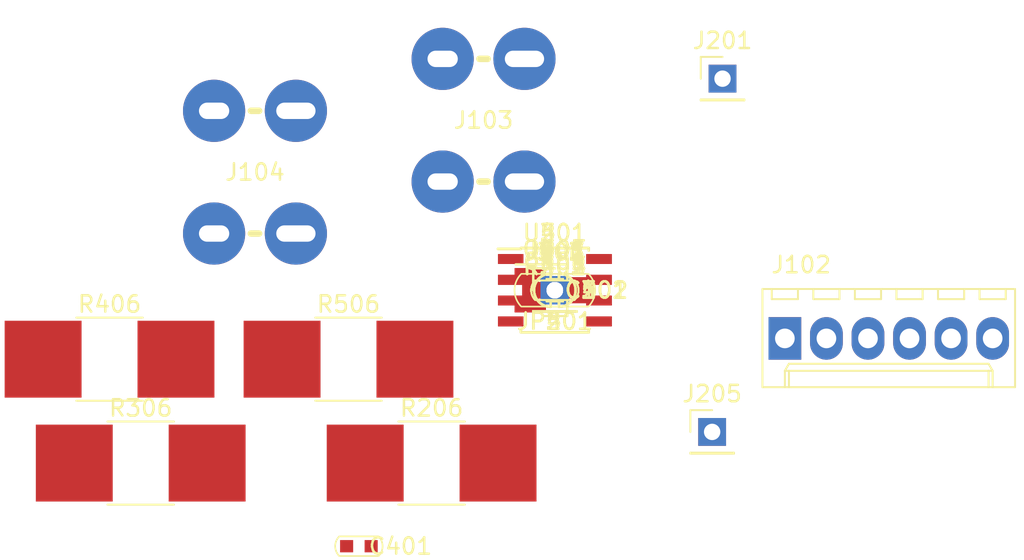
<source format=kicad_pcb>
(kicad_pcb (version 4) (host pcbnew 4.0.6)

  (general
    (links 108)
    (no_connects 74)
    (area 0 0 0 0)
    (thickness 1.6)
    (drawings 0)
    (tracks 0)
    (zones 0)
    (modules 77)
    (nets 38)
  )

  (page A4)
  (layers
    (0 F.Cu signal)
    (31 B.Cu signal)
    (32 B.Adhes user)
    (33 F.Adhes user)
    (34 B.Paste user)
    (35 F.Paste user)
    (36 B.SilkS user)
    (37 F.SilkS user)
    (38 B.Mask user)
    (39 F.Mask user)
    (40 Dwgs.User user)
    (41 Cmts.User user)
    (42 Eco1.User user)
    (43 Eco2.User user)
    (44 Edge.Cuts user)
    (45 Margin user)
    (46 B.CrtYd user)
    (47 F.CrtYd user)
    (48 B.Fab user)
    (49 F.Fab user)
  )

  (setup
    (last_trace_width 0.25)
    (trace_clearance 0.2)
    (zone_clearance 0.508)
    (zone_45_only no)
    (trace_min 0.2)
    (segment_width 0.2)
    (edge_width 0.15)
    (via_size 0.6)
    (via_drill 0.4)
    (via_min_size 0.4)
    (via_min_drill 0.3)
    (uvia_size 0.3)
    (uvia_drill 0.1)
    (uvias_allowed no)
    (uvia_min_size 0.2)
    (uvia_min_drill 0.1)
    (pcb_text_width 0.3)
    (pcb_text_size 1.5 1.5)
    (mod_edge_width 0.15)
    (mod_text_size 1 1)
    (mod_text_width 0.15)
    (pad_size 1.524 1.524)
    (pad_drill 0.762)
    (pad_to_mask_clearance 0.2)
    (aux_axis_origin 0 0)
    (visible_elements FFFFFF7F)
    (pcbplotparams
      (layerselection 0x00030_80000001)
      (usegerberextensions false)
      (excludeedgelayer true)
      (linewidth 0.100000)
      (plotframeref false)
      (viasonmask false)
      (mode 1)
      (useauxorigin false)
      (hpglpennumber 1)
      (hpglpenspeed 20)
      (hpglpendiameter 15)
      (hpglpenoverlay 2)
      (psnegative false)
      (psa4output false)
      (plotreference true)
      (plotvalue true)
      (plotinvisibletext false)
      (padsonsilk false)
      (subtractmaskfromsilk false)
      (outputformat 1)
      (mirror false)
      (drillshape 1)
      (scaleselection 1)
      (outputdirectory ""))
  )

  (net 0 "")
  (net 1 GND)
  (net 2 /sheet59556740/5V_REF)
  (net 3 "Net-(C201-Pad2)")
  (net 4 "Net-(C202-Pad1)")
  (net 5 "Net-(C202-Pad2)")
  (net 6 "Net-(C301-Pad2)")
  (net 7 "Net-(C302-Pad1)")
  (net 8 "Net-(C302-Pad2)")
  (net 9 "Net-(C401-Pad2)")
  (net 10 "Net-(C402-Pad1)")
  (net 11 "Net-(C402-Pad2)")
  (net 12 "Net-(C501-Pad2)")
  (net 13 "Net-(C502-Pad1)")
  (net 14 "Net-(C502-Pad2)")
  (net 15 /slice/Vgs)
  (net 16 /sheet59556740/Vgs)
  (net 17 /sheet59556CDB/Vgs)
  (net 18 /sheet5955708A/Vgs)
  (net 19 /sheet59556740/VIN-)
  (net 20 /sheet59556740/VIN+)
  (net 21 "Net-(JP201-Pad1)")
  (net 22 "Net-(JP301-Pad1)")
  (net 23 "Net-(JP401-Pad1)")
  (net 24 "Net-(JP501-Pad1)")
  (net 25 "Net-(Q201-Pad2)")
  (net 26 "Net-(Q301-Pad2)")
  (net 27 "Net-(Q401-Pad2)")
  (net 28 "Net-(Q501-Pad2)")
  (net 29 +12V)
  (net 30 "Net-(R202-Pad1)")
  (net 31 "Net-(R205-Pad2)")
  (net 32 "Net-(R302-Pad1)")
  (net 33 "Net-(R305-Pad2)")
  (net 34 "Net-(R402-Pad1)")
  (net 35 "Net-(R405-Pad2)")
  (net 36 "Net-(R502-Pad1)")
  (net 37 "Net-(R505-Pad2)")

  (net_class Default "This is the default net class."
    (clearance 0.2)
    (trace_width 0.25)
    (via_dia 0.6)
    (via_drill 0.4)
    (uvia_dia 0.3)
    (uvia_drill 0.1)
    (add_net +12V)
    (add_net /sheet59556740/5V_REF)
    (add_net /sheet59556740/VIN+)
    (add_net /sheet59556740/VIN-)
    (add_net /sheet59556740/Vgs)
    (add_net /sheet59556CDB/Vgs)
    (add_net /sheet5955708A/Vgs)
    (add_net /slice/Vgs)
    (add_net GND)
    (add_net "Net-(C201-Pad2)")
    (add_net "Net-(C202-Pad1)")
    (add_net "Net-(C202-Pad2)")
    (add_net "Net-(C301-Pad2)")
    (add_net "Net-(C302-Pad1)")
    (add_net "Net-(C302-Pad2)")
    (add_net "Net-(C401-Pad2)")
    (add_net "Net-(C402-Pad1)")
    (add_net "Net-(C402-Pad2)")
    (add_net "Net-(C501-Pad2)")
    (add_net "Net-(C502-Pad1)")
    (add_net "Net-(C502-Pad2)")
    (add_net "Net-(JP201-Pad1)")
    (add_net "Net-(JP301-Pad1)")
    (add_net "Net-(JP401-Pad1)")
    (add_net "Net-(JP501-Pad1)")
    (add_net "Net-(Q201-Pad2)")
    (add_net "Net-(Q301-Pad2)")
    (add_net "Net-(Q401-Pad2)")
    (add_net "Net-(Q501-Pad2)")
    (add_net "Net-(R202-Pad1)")
    (add_net "Net-(R205-Pad2)")
    (add_net "Net-(R302-Pad1)")
    (add_net "Net-(R305-Pad2)")
    (add_net "Net-(R402-Pad1)")
    (add_net "Net-(R405-Pad2)")
    (add_net "Net-(R502-Pad1)")
    (add_net "Net-(R505-Pad2)")
  )

  (module Capacitors_SMD_Round:C_1206 (layer F.Cu) (tedit 58E5AF6C) (tstamp 59555942)
    (at 148.5011 105.0036)
    (descr "Capacitor SMD 1206, reflow soldering, AVX (see smccp.pdf)")
    (tags "capacitor 1206")
    (path /595585F6)
    (attr smd)
    (fp_text reference C101 (at 0 -1.75) (layer F.SilkS)
      (effects (font (size 1 1) (thickness 0.15)))
    )
    (fp_text value C (at 0 2) (layer F.Fab)
      (effects (font (size 1 1) (thickness 0.15)))
    )
    (fp_arc (start -1.05 0) (end -2.05 1) (angle 90) (layer F.SilkS) (width 0.1))
    (fp_arc (start 1.05 0) (end 2.05 -1) (angle 90) (layer F.SilkS) (width 0.1))
    (fp_line (start -2 1) (end 2 1) (layer F.SilkS) (width 0.1))
    (fp_line (start -2 -1) (end 2 -1) (layer F.SilkS) (width 0.1))
    (fp_text user %R (at 0 -1.75) (layer F.Fab)
      (effects (font (size 1 1) (thickness 0.15)))
    )
    (fp_line (start -1.6 0.8) (end -1.6 -0.8) (layer F.Fab) (width 0.1))
    (fp_line (start 1.6 0.8) (end -1.6 0.8) (layer F.Fab) (width 0.1))
    (fp_line (start 1.6 -0.8) (end 1.6 0.8) (layer F.Fab) (width 0.1))
    (fp_line (start -1.6 -0.8) (end 1.6 -0.8) (layer F.Fab) (width 0.1))
    (fp_line (start -2.25 -1.05) (end 2.25 -1.05) (layer F.CrtYd) (width 0.05))
    (fp_line (start -2.25 -1.05) (end -2.25 1.05) (layer F.CrtYd) (width 0.05))
    (fp_line (start 2.25 1.05) (end 2.25 -1.05) (layer F.CrtYd) (width 0.05))
    (fp_line (start 2.25 1.05) (end -2.25 1.05) (layer F.CrtYd) (width 0.05))
    (pad 1 smd rect (at -1.5 0) (size 1 1.6) (layers F.Cu F.Paste F.Mask))
    (pad 2 smd rect (at 1.5 0) (size 1 1.6) (layers F.Cu F.Paste F.Mask)
      (net 1 GND))
    (model Capacitors_SMD.3dshapes/C_1206.wrl
      (at (xyz 0 0 0))
      (scale (xyz 1 1 1))
      (rotate (xyz 0 0 0))
    )
  )

  (module Capacitors_SMD_Round:C_0603 (layer F.Cu) (tedit 58E5AE1B) (tstamp 59555955)
    (at 148.5011 105.0036)
    (descr "Capacitor SMD 0603, reflow soldering, AVX (see smccp.pdf)")
    (tags "capacitor 0603")
    (path /595599B9)
    (attr smd)
    (fp_text reference C102 (at 2.54 0) (layer F.SilkS)
      (effects (font (size 1 1) (thickness 0.15)))
    )
    (fp_text value C (at 0 1.5) (layer F.Fab) hide
      (effects (font (size 1 1) (thickness 0.15)))
    )
    (fp_arc (start 0.6 0) (end 1.2 -0.6) (angle 90) (layer F.SilkS) (width 0.1))
    (fp_arc (start -0.6 0) (end -1.2 0.6) (angle 90) (layer F.SilkS) (width 0.1))
    (fp_line (start 1.15 0.6) (end -1.15 0.6) (layer F.SilkS) (width 0.1))
    (fp_line (start -1.15 -0.6) (end 1.15 -0.6) (layer F.SilkS) (width 0.1))
    (fp_text user %R (at 2.54 0) (layer F.Fab)
      (effects (font (size 1 1) (thickness 0.15)))
    )
    (fp_line (start -0.8 0.4) (end -0.8 -0.4) (layer F.Fab) (width 0.1))
    (fp_line (start 0.8 0.4) (end -0.8 0.4) (layer F.Fab) (width 0.1))
    (fp_line (start 0.8 -0.4) (end 0.8 0.4) (layer F.Fab) (width 0.1))
    (fp_line (start -0.8 -0.4) (end 0.8 -0.4) (layer F.Fab) (width 0.1))
    (fp_line (start -1.4 -0.65) (end 1.4 -0.65) (layer F.CrtYd) (width 0.05))
    (fp_line (start -1.4 -0.65) (end -1.4 0.65) (layer F.CrtYd) (width 0.05))
    (fp_line (start 1.4 0.65) (end 1.4 -0.65) (layer F.CrtYd) (width 0.05))
    (fp_line (start 1.4 0.65) (end -1.4 0.65) (layer F.CrtYd) (width 0.05))
    (pad 1 smd rect (at -0.75 0) (size 0.8 0.75) (layers F.Cu F.Paste F.Mask)
      (net 2 /sheet59556740/5V_REF))
    (pad 2 smd rect (at 0.75 0) (size 0.8 0.75) (layers F.Cu F.Paste F.Mask)
      (net 1 GND))
    (model Capacitors_SMD.3dshapes/C_0603.wrl
      (at (xyz 0 0 0))
      (scale (xyz 1 1 1))
      (rotate (xyz 0 0 0))
    )
  )

  (module Capacitors_SMD_Round:C_0603 (layer F.Cu) (tedit 58E5AE1B) (tstamp 59555968)
    (at 148.5011 105.0036)
    (descr "Capacitor SMD 0603, reflow soldering, AVX (see smccp.pdf)")
    (tags "capacitor 0603")
    (path /595536CF/59553ED0)
    (attr smd)
    (fp_text reference C201 (at 2.54 0) (layer F.SilkS)
      (effects (font (size 1 1) (thickness 0.15)))
    )
    (fp_text value 0.1 (at 0 1.5) (layer F.Fab) hide
      (effects (font (size 1 1) (thickness 0.15)))
    )
    (fp_arc (start 0.6 0) (end 1.2 -0.6) (angle 90) (layer F.SilkS) (width 0.1))
    (fp_arc (start -0.6 0) (end -1.2 0.6) (angle 90) (layer F.SilkS) (width 0.1))
    (fp_line (start 1.15 0.6) (end -1.15 0.6) (layer F.SilkS) (width 0.1))
    (fp_line (start -1.15 -0.6) (end 1.15 -0.6) (layer F.SilkS) (width 0.1))
    (fp_text user %R (at 2.54 0) (layer F.Fab)
      (effects (font (size 1 1) (thickness 0.15)))
    )
    (fp_line (start -0.8 0.4) (end -0.8 -0.4) (layer F.Fab) (width 0.1))
    (fp_line (start 0.8 0.4) (end -0.8 0.4) (layer F.Fab) (width 0.1))
    (fp_line (start 0.8 -0.4) (end 0.8 0.4) (layer F.Fab) (width 0.1))
    (fp_line (start -0.8 -0.4) (end 0.8 -0.4) (layer F.Fab) (width 0.1))
    (fp_line (start -1.4 -0.65) (end 1.4 -0.65) (layer F.CrtYd) (width 0.05))
    (fp_line (start -1.4 -0.65) (end -1.4 0.65) (layer F.CrtYd) (width 0.05))
    (fp_line (start 1.4 0.65) (end 1.4 -0.65) (layer F.CrtYd) (width 0.05))
    (fp_line (start 1.4 0.65) (end -1.4 0.65) (layer F.CrtYd) (width 0.05))
    (pad 1 smd rect (at -0.75 0) (size 0.8 0.75) (layers F.Cu F.Paste F.Mask)
      (net 1 GND))
    (pad 2 smd rect (at 0.75 0) (size 0.8 0.75) (layers F.Cu F.Paste F.Mask)
      (net 3 "Net-(C201-Pad2)"))
    (model Capacitors_SMD.3dshapes/C_0603.wrl
      (at (xyz 0 0 0))
      (scale (xyz 1 1 1))
      (rotate (xyz 0 0 0))
    )
  )

  (module Capacitors_SMD_Round:C_0603 (layer F.Cu) (tedit 58E5AE1B) (tstamp 5955597B)
    (at 148.5011 105.0036)
    (descr "Capacitor SMD 0603, reflow soldering, AVX (see smccp.pdf)")
    (tags "capacitor 0603")
    (path /595536CF/595544D0)
    (attr smd)
    (fp_text reference C202 (at 2.54 0) (layer F.SilkS)
      (effects (font (size 1 1) (thickness 0.15)))
    )
    (fp_text value C (at 0 1.5) (layer F.Fab) hide
      (effects (font (size 1 1) (thickness 0.15)))
    )
    (fp_arc (start 0.6 0) (end 1.2 -0.6) (angle 90) (layer F.SilkS) (width 0.1))
    (fp_arc (start -0.6 0) (end -1.2 0.6) (angle 90) (layer F.SilkS) (width 0.1))
    (fp_line (start 1.15 0.6) (end -1.15 0.6) (layer F.SilkS) (width 0.1))
    (fp_line (start -1.15 -0.6) (end 1.15 -0.6) (layer F.SilkS) (width 0.1))
    (fp_text user %R (at 2.54 0) (layer F.Fab)
      (effects (font (size 1 1) (thickness 0.15)))
    )
    (fp_line (start -0.8 0.4) (end -0.8 -0.4) (layer F.Fab) (width 0.1))
    (fp_line (start 0.8 0.4) (end -0.8 0.4) (layer F.Fab) (width 0.1))
    (fp_line (start 0.8 -0.4) (end 0.8 0.4) (layer F.Fab) (width 0.1))
    (fp_line (start -0.8 -0.4) (end 0.8 -0.4) (layer F.Fab) (width 0.1))
    (fp_line (start -1.4 -0.65) (end 1.4 -0.65) (layer F.CrtYd) (width 0.05))
    (fp_line (start -1.4 -0.65) (end -1.4 0.65) (layer F.CrtYd) (width 0.05))
    (fp_line (start 1.4 0.65) (end 1.4 -0.65) (layer F.CrtYd) (width 0.05))
    (fp_line (start 1.4 0.65) (end -1.4 0.65) (layer F.CrtYd) (width 0.05))
    (pad 1 smd rect (at -0.75 0) (size 0.8 0.75) (layers F.Cu F.Paste F.Mask)
      (net 4 "Net-(C202-Pad1)"))
    (pad 2 smd rect (at 0.75 0) (size 0.8 0.75) (layers F.Cu F.Paste F.Mask)
      (net 5 "Net-(C202-Pad2)"))
    (model Capacitors_SMD.3dshapes/C_0603.wrl
      (at (xyz 0 0 0))
      (scale (xyz 1 1 1))
      (rotate (xyz 0 0 0))
    )
  )

  (module Capacitors_SMD_Round:C_0603 (layer F.Cu) (tedit 58E5AE1B) (tstamp 5955598E)
    (at 148.5011 105.0036)
    (descr "Capacitor SMD 0603, reflow soldering, AVX (see smccp.pdf)")
    (tags "capacitor 0603")
    (path /59556746/59553ED0)
    (attr smd)
    (fp_text reference C301 (at 2.54 0) (layer F.SilkS)
      (effects (font (size 1 1) (thickness 0.15)))
    )
    (fp_text value 0.1 (at 0 1.5) (layer F.Fab) hide
      (effects (font (size 1 1) (thickness 0.15)))
    )
    (fp_arc (start 0.6 0) (end 1.2 -0.6) (angle 90) (layer F.SilkS) (width 0.1))
    (fp_arc (start -0.6 0) (end -1.2 0.6) (angle 90) (layer F.SilkS) (width 0.1))
    (fp_line (start 1.15 0.6) (end -1.15 0.6) (layer F.SilkS) (width 0.1))
    (fp_line (start -1.15 -0.6) (end 1.15 -0.6) (layer F.SilkS) (width 0.1))
    (fp_text user %R (at 2.54 0) (layer F.Fab)
      (effects (font (size 1 1) (thickness 0.15)))
    )
    (fp_line (start -0.8 0.4) (end -0.8 -0.4) (layer F.Fab) (width 0.1))
    (fp_line (start 0.8 0.4) (end -0.8 0.4) (layer F.Fab) (width 0.1))
    (fp_line (start 0.8 -0.4) (end 0.8 0.4) (layer F.Fab) (width 0.1))
    (fp_line (start -0.8 -0.4) (end 0.8 -0.4) (layer F.Fab) (width 0.1))
    (fp_line (start -1.4 -0.65) (end 1.4 -0.65) (layer F.CrtYd) (width 0.05))
    (fp_line (start -1.4 -0.65) (end -1.4 0.65) (layer F.CrtYd) (width 0.05))
    (fp_line (start 1.4 0.65) (end 1.4 -0.65) (layer F.CrtYd) (width 0.05))
    (fp_line (start 1.4 0.65) (end -1.4 0.65) (layer F.CrtYd) (width 0.05))
    (pad 1 smd rect (at -0.75 0) (size 0.8 0.75) (layers F.Cu F.Paste F.Mask)
      (net 1 GND))
    (pad 2 smd rect (at 0.75 0) (size 0.8 0.75) (layers F.Cu F.Paste F.Mask)
      (net 6 "Net-(C301-Pad2)"))
    (model Capacitors_SMD.3dshapes/C_0603.wrl
      (at (xyz 0 0 0))
      (scale (xyz 1 1 1))
      (rotate (xyz 0 0 0))
    )
  )

  (module Capacitors_SMD_Round:C_0603 (layer F.Cu) (tedit 58E5AE1B) (tstamp 595559A1)
    (at 148.5011 105.0036)
    (descr "Capacitor SMD 0603, reflow soldering, AVX (see smccp.pdf)")
    (tags "capacitor 0603")
    (path /59556746/595544D0)
    (attr smd)
    (fp_text reference C302 (at 2.54 0) (layer F.SilkS)
      (effects (font (size 1 1) (thickness 0.15)))
    )
    (fp_text value C (at 0 1.5) (layer F.Fab) hide
      (effects (font (size 1 1) (thickness 0.15)))
    )
    (fp_arc (start 0.6 0) (end 1.2 -0.6) (angle 90) (layer F.SilkS) (width 0.1))
    (fp_arc (start -0.6 0) (end -1.2 0.6) (angle 90) (layer F.SilkS) (width 0.1))
    (fp_line (start 1.15 0.6) (end -1.15 0.6) (layer F.SilkS) (width 0.1))
    (fp_line (start -1.15 -0.6) (end 1.15 -0.6) (layer F.SilkS) (width 0.1))
    (fp_text user %R (at 2.54 0) (layer F.Fab)
      (effects (font (size 1 1) (thickness 0.15)))
    )
    (fp_line (start -0.8 0.4) (end -0.8 -0.4) (layer F.Fab) (width 0.1))
    (fp_line (start 0.8 0.4) (end -0.8 0.4) (layer F.Fab) (width 0.1))
    (fp_line (start 0.8 -0.4) (end 0.8 0.4) (layer F.Fab) (width 0.1))
    (fp_line (start -0.8 -0.4) (end 0.8 -0.4) (layer F.Fab) (width 0.1))
    (fp_line (start -1.4 -0.65) (end 1.4 -0.65) (layer F.CrtYd) (width 0.05))
    (fp_line (start -1.4 -0.65) (end -1.4 0.65) (layer F.CrtYd) (width 0.05))
    (fp_line (start 1.4 0.65) (end 1.4 -0.65) (layer F.CrtYd) (width 0.05))
    (fp_line (start 1.4 0.65) (end -1.4 0.65) (layer F.CrtYd) (width 0.05))
    (pad 1 smd rect (at -0.75 0) (size 0.8 0.75) (layers F.Cu F.Paste F.Mask)
      (net 7 "Net-(C302-Pad1)"))
    (pad 2 smd rect (at 0.75 0) (size 0.8 0.75) (layers F.Cu F.Paste F.Mask)
      (net 8 "Net-(C302-Pad2)"))
    (model Capacitors_SMD.3dshapes/C_0603.wrl
      (at (xyz 0 0 0))
      (scale (xyz 1 1 1))
      (rotate (xyz 0 0 0))
    )
  )

  (module Capacitors_SMD_Round:C_0603 (layer F.Cu) (tedit 58E5AE1B) (tstamp 595559B4)
    (at 136.525 120.65)
    (descr "Capacitor SMD 0603, reflow soldering, AVX (see smccp.pdf)")
    (tags "capacitor 0603")
    (path /59556CE1/59553ED0)
    (attr smd)
    (fp_text reference C401 (at 2.54 0) (layer F.SilkS)
      (effects (font (size 1 1) (thickness 0.15)))
    )
    (fp_text value 0.1 (at 0 1.5) (layer F.Fab) hide
      (effects (font (size 1 1) (thickness 0.15)))
    )
    (fp_arc (start 0.6 0) (end 1.2 -0.6) (angle 90) (layer F.SilkS) (width 0.1))
    (fp_arc (start -0.6 0) (end -1.2 0.6) (angle 90) (layer F.SilkS) (width 0.1))
    (fp_line (start 1.15 0.6) (end -1.15 0.6) (layer F.SilkS) (width 0.1))
    (fp_line (start -1.15 -0.6) (end 1.15 -0.6) (layer F.SilkS) (width 0.1))
    (fp_text user %R (at 2.54 0) (layer F.Fab)
      (effects (font (size 1 1) (thickness 0.15)))
    )
    (fp_line (start -0.8 0.4) (end -0.8 -0.4) (layer F.Fab) (width 0.1))
    (fp_line (start 0.8 0.4) (end -0.8 0.4) (layer F.Fab) (width 0.1))
    (fp_line (start 0.8 -0.4) (end 0.8 0.4) (layer F.Fab) (width 0.1))
    (fp_line (start -0.8 -0.4) (end 0.8 -0.4) (layer F.Fab) (width 0.1))
    (fp_line (start -1.4 -0.65) (end 1.4 -0.65) (layer F.CrtYd) (width 0.05))
    (fp_line (start -1.4 -0.65) (end -1.4 0.65) (layer F.CrtYd) (width 0.05))
    (fp_line (start 1.4 0.65) (end 1.4 -0.65) (layer F.CrtYd) (width 0.05))
    (fp_line (start 1.4 0.65) (end -1.4 0.65) (layer F.CrtYd) (width 0.05))
    (pad 1 smd rect (at -0.75 0) (size 0.8 0.75) (layers F.Cu F.Paste F.Mask)
      (net 1 GND))
    (pad 2 smd rect (at 0.75 0) (size 0.8 0.75) (layers F.Cu F.Paste F.Mask)
      (net 9 "Net-(C401-Pad2)"))
    (model Capacitors_SMD.3dshapes/C_0603.wrl
      (at (xyz 0 0 0))
      (scale (xyz 1 1 1))
      (rotate (xyz 0 0 0))
    )
  )

  (module Capacitors_SMD_Round:C_0603 (layer F.Cu) (tedit 58E5AE1B) (tstamp 595559C7)
    (at 148.5011 105.0036)
    (descr "Capacitor SMD 0603, reflow soldering, AVX (see smccp.pdf)")
    (tags "capacitor 0603")
    (path /59556CE1/595544D0)
    (attr smd)
    (fp_text reference C402 (at 2.54 0) (layer F.SilkS)
      (effects (font (size 1 1) (thickness 0.15)))
    )
    (fp_text value C (at 0 1.5) (layer F.Fab) hide
      (effects (font (size 1 1) (thickness 0.15)))
    )
    (fp_arc (start 0.6 0) (end 1.2 -0.6) (angle 90) (layer F.SilkS) (width 0.1))
    (fp_arc (start -0.6 0) (end -1.2 0.6) (angle 90) (layer F.SilkS) (width 0.1))
    (fp_line (start 1.15 0.6) (end -1.15 0.6) (layer F.SilkS) (width 0.1))
    (fp_line (start -1.15 -0.6) (end 1.15 -0.6) (layer F.SilkS) (width 0.1))
    (fp_text user %R (at 2.54 0) (layer F.Fab)
      (effects (font (size 1 1) (thickness 0.15)))
    )
    (fp_line (start -0.8 0.4) (end -0.8 -0.4) (layer F.Fab) (width 0.1))
    (fp_line (start 0.8 0.4) (end -0.8 0.4) (layer F.Fab) (width 0.1))
    (fp_line (start 0.8 -0.4) (end 0.8 0.4) (layer F.Fab) (width 0.1))
    (fp_line (start -0.8 -0.4) (end 0.8 -0.4) (layer F.Fab) (width 0.1))
    (fp_line (start -1.4 -0.65) (end 1.4 -0.65) (layer F.CrtYd) (width 0.05))
    (fp_line (start -1.4 -0.65) (end -1.4 0.65) (layer F.CrtYd) (width 0.05))
    (fp_line (start 1.4 0.65) (end 1.4 -0.65) (layer F.CrtYd) (width 0.05))
    (fp_line (start 1.4 0.65) (end -1.4 0.65) (layer F.CrtYd) (width 0.05))
    (pad 1 smd rect (at -0.75 0) (size 0.8 0.75) (layers F.Cu F.Paste F.Mask)
      (net 10 "Net-(C402-Pad1)"))
    (pad 2 smd rect (at 0.75 0) (size 0.8 0.75) (layers F.Cu F.Paste F.Mask)
      (net 11 "Net-(C402-Pad2)"))
    (model Capacitors_SMD.3dshapes/C_0603.wrl
      (at (xyz 0 0 0))
      (scale (xyz 1 1 1))
      (rotate (xyz 0 0 0))
    )
  )

  (module Capacitors_SMD_Round:C_0603 (layer F.Cu) (tedit 58E5AE1B) (tstamp 595559DA)
    (at 148.5011 105.0036)
    (descr "Capacitor SMD 0603, reflow soldering, AVX (see smccp.pdf)")
    (tags "capacitor 0603")
    (path /59557090/59553ED0)
    (attr smd)
    (fp_text reference C501 (at 2.54 0) (layer F.SilkS)
      (effects (font (size 1 1) (thickness 0.15)))
    )
    (fp_text value 0.1 (at 0 1.5) (layer F.Fab) hide
      (effects (font (size 1 1) (thickness 0.15)))
    )
    (fp_arc (start 0.6 0) (end 1.2 -0.6) (angle 90) (layer F.SilkS) (width 0.1))
    (fp_arc (start -0.6 0) (end -1.2 0.6) (angle 90) (layer F.SilkS) (width 0.1))
    (fp_line (start 1.15 0.6) (end -1.15 0.6) (layer F.SilkS) (width 0.1))
    (fp_line (start -1.15 -0.6) (end 1.15 -0.6) (layer F.SilkS) (width 0.1))
    (fp_text user %R (at 2.54 0) (layer F.Fab)
      (effects (font (size 1 1) (thickness 0.15)))
    )
    (fp_line (start -0.8 0.4) (end -0.8 -0.4) (layer F.Fab) (width 0.1))
    (fp_line (start 0.8 0.4) (end -0.8 0.4) (layer F.Fab) (width 0.1))
    (fp_line (start 0.8 -0.4) (end 0.8 0.4) (layer F.Fab) (width 0.1))
    (fp_line (start -0.8 -0.4) (end 0.8 -0.4) (layer F.Fab) (width 0.1))
    (fp_line (start -1.4 -0.65) (end 1.4 -0.65) (layer F.CrtYd) (width 0.05))
    (fp_line (start -1.4 -0.65) (end -1.4 0.65) (layer F.CrtYd) (width 0.05))
    (fp_line (start 1.4 0.65) (end 1.4 -0.65) (layer F.CrtYd) (width 0.05))
    (fp_line (start 1.4 0.65) (end -1.4 0.65) (layer F.CrtYd) (width 0.05))
    (pad 1 smd rect (at -0.75 0) (size 0.8 0.75) (layers F.Cu F.Paste F.Mask)
      (net 1 GND))
    (pad 2 smd rect (at 0.75 0) (size 0.8 0.75) (layers F.Cu F.Paste F.Mask)
      (net 12 "Net-(C501-Pad2)"))
    (model Capacitors_SMD.3dshapes/C_0603.wrl
      (at (xyz 0 0 0))
      (scale (xyz 1 1 1))
      (rotate (xyz 0 0 0))
    )
  )

  (module Capacitors_SMD_Round:C_0603 (layer F.Cu) (tedit 58E5AE1B) (tstamp 595559ED)
    (at 148.5011 105.0036)
    (descr "Capacitor SMD 0603, reflow soldering, AVX (see smccp.pdf)")
    (tags "capacitor 0603")
    (path /59557090/595544D0)
    (attr smd)
    (fp_text reference C502 (at 2.54 0) (layer F.SilkS)
      (effects (font (size 1 1) (thickness 0.15)))
    )
    (fp_text value C (at 0 1.5) (layer F.Fab) hide
      (effects (font (size 1 1) (thickness 0.15)))
    )
    (fp_arc (start 0.6 0) (end 1.2 -0.6) (angle 90) (layer F.SilkS) (width 0.1))
    (fp_arc (start -0.6 0) (end -1.2 0.6) (angle 90) (layer F.SilkS) (width 0.1))
    (fp_line (start 1.15 0.6) (end -1.15 0.6) (layer F.SilkS) (width 0.1))
    (fp_line (start -1.15 -0.6) (end 1.15 -0.6) (layer F.SilkS) (width 0.1))
    (fp_text user %R (at 2.54 0) (layer F.Fab)
      (effects (font (size 1 1) (thickness 0.15)))
    )
    (fp_line (start -0.8 0.4) (end -0.8 -0.4) (layer F.Fab) (width 0.1))
    (fp_line (start 0.8 0.4) (end -0.8 0.4) (layer F.Fab) (width 0.1))
    (fp_line (start 0.8 -0.4) (end 0.8 0.4) (layer F.Fab) (width 0.1))
    (fp_line (start -0.8 -0.4) (end 0.8 -0.4) (layer F.Fab) (width 0.1))
    (fp_line (start -1.4 -0.65) (end 1.4 -0.65) (layer F.CrtYd) (width 0.05))
    (fp_line (start -1.4 -0.65) (end -1.4 0.65) (layer F.CrtYd) (width 0.05))
    (fp_line (start 1.4 0.65) (end 1.4 -0.65) (layer F.CrtYd) (width 0.05))
    (fp_line (start 1.4 0.65) (end -1.4 0.65) (layer F.CrtYd) (width 0.05))
    (pad 1 smd rect (at -0.75 0) (size 0.8 0.75) (layers F.Cu F.Paste F.Mask)
      (net 13 "Net-(C502-Pad1)"))
    (pad 2 smd rect (at 0.75 0) (size 0.8 0.75) (layers F.Cu F.Paste F.Mask)
      (net 14 "Net-(C502-Pad2)"))
    (model Capacitors_SMD.3dshapes/C_0603.wrl
      (at (xyz 0 0 0))
      (scale (xyz 1 1 1))
      (rotate (xyz 0 0 0))
    )
  )

  (module Connectors_Molex:Molex_KK-6410-06_06x2.54mm_Straight (layer F.Cu) (tedit 58EE6EEB) (tstamp 59555A1E)
    (at 162.56 107.95)
    (descr "Connector Headers with Friction Lock, 22-27-2061, http://www.molex.com/pdm_docs/sd/022272021_sd.pdf")
    (tags "connector molex kk_6410 22-27-2061")
    (path /59554E28)
    (fp_text reference J102 (at 1 -4.5) (layer F.SilkS)
      (effects (font (size 1 1) (thickness 0.15)))
    )
    (fp_text value CONN_01X06 (at 6.35 4.5) (layer F.Fab)
      (effects (font (size 1 1) (thickness 0.15)))
    )
    (fp_line (start -1.47 -3.12) (end -1.47 3.08) (layer F.Fab) (width 0.12))
    (fp_line (start -1.47 3.08) (end 14.17 3.08) (layer F.Fab) (width 0.12))
    (fp_line (start 14.17 3.08) (end 14.17 -3.12) (layer F.Fab) (width 0.12))
    (fp_line (start 14.17 -3.12) (end -1.47 -3.12) (layer F.Fab) (width 0.12))
    (fp_line (start -1.37 -3.02) (end -1.37 2.98) (layer F.SilkS) (width 0.12))
    (fp_line (start -1.37 2.98) (end 14.07 2.98) (layer F.SilkS) (width 0.12))
    (fp_line (start 14.07 2.98) (end 14.07 -3.02) (layer F.SilkS) (width 0.12))
    (fp_line (start 14.07 -3.02) (end -1.37 -3.02) (layer F.SilkS) (width 0.12))
    (fp_line (start 0 2.98) (end 0 1.98) (layer F.SilkS) (width 0.12))
    (fp_line (start 0 1.98) (end 12.7 1.98) (layer F.SilkS) (width 0.12))
    (fp_line (start 12.7 1.98) (end 12.7 2.98) (layer F.SilkS) (width 0.12))
    (fp_line (start 0 1.98) (end 0.25 1.55) (layer F.SilkS) (width 0.12))
    (fp_line (start 0.25 1.55) (end 12.45 1.55) (layer F.SilkS) (width 0.12))
    (fp_line (start 12.45 1.55) (end 12.7 1.98) (layer F.SilkS) (width 0.12))
    (fp_line (start 0.25 2.98) (end 0.25 1.98) (layer F.SilkS) (width 0.12))
    (fp_line (start 12.45 2.98) (end 12.45 1.98) (layer F.SilkS) (width 0.12))
    (fp_line (start -0.8 -3.02) (end -0.8 -2.4) (layer F.SilkS) (width 0.12))
    (fp_line (start -0.8 -2.4) (end 0.8 -2.4) (layer F.SilkS) (width 0.12))
    (fp_line (start 0.8 -2.4) (end 0.8 -3.02) (layer F.SilkS) (width 0.12))
    (fp_line (start 1.74 -3.02) (end 1.74 -2.4) (layer F.SilkS) (width 0.12))
    (fp_line (start 1.74 -2.4) (end 3.34 -2.4) (layer F.SilkS) (width 0.12))
    (fp_line (start 3.34 -2.4) (end 3.34 -3.02) (layer F.SilkS) (width 0.12))
    (fp_line (start 4.28 -3.02) (end 4.28 -2.4) (layer F.SilkS) (width 0.12))
    (fp_line (start 4.28 -2.4) (end 5.88 -2.4) (layer F.SilkS) (width 0.12))
    (fp_line (start 5.88 -2.4) (end 5.88 -3.02) (layer F.SilkS) (width 0.12))
    (fp_line (start 6.82 -3.02) (end 6.82 -2.4) (layer F.SilkS) (width 0.12))
    (fp_line (start 6.82 -2.4) (end 8.42 -2.4) (layer F.SilkS) (width 0.12))
    (fp_line (start 8.42 -2.4) (end 8.42 -3.02) (layer F.SilkS) (width 0.12))
    (fp_line (start 9.36 -3.02) (end 9.36 -2.4) (layer F.SilkS) (width 0.12))
    (fp_line (start 9.36 -2.4) (end 10.96 -2.4) (layer F.SilkS) (width 0.12))
    (fp_line (start 10.96 -2.4) (end 10.96 -3.02) (layer F.SilkS) (width 0.12))
    (fp_line (start 11.9 -3.02) (end 11.9 -2.4) (layer F.SilkS) (width 0.12))
    (fp_line (start 11.9 -2.4) (end 13.5 -2.4) (layer F.SilkS) (width 0.12))
    (fp_line (start 13.5 -2.4) (end 13.5 -3.02) (layer F.SilkS) (width 0.12))
    (fp_line (start -1.9 3.5) (end -1.9 -3.55) (layer F.CrtYd) (width 0.05))
    (fp_line (start -1.9 -3.55) (end 14.6 -3.55) (layer F.CrtYd) (width 0.05))
    (fp_line (start 14.6 -3.55) (end 14.6 3.5) (layer F.CrtYd) (width 0.05))
    (fp_line (start 14.6 3.5) (end -1.9 3.5) (layer F.CrtYd) (width 0.05))
    (fp_text user %R (at 6.35 0) (layer F.Fab)
      (effects (font (size 1 1) (thickness 0.15)))
    )
    (pad 1 thru_hole rect (at 0 0) (size 2 2.6) (drill 1.2) (layers *.Cu *.Mask)
      (net 15 /slice/Vgs))
    (pad 2 thru_hole oval (at 2.54 0) (size 2 2.6) (drill 1.2) (layers *.Cu *.Mask)
      (net 16 /sheet59556740/Vgs))
    (pad 3 thru_hole oval (at 5.08 0) (size 2 2.6) (drill 1.2) (layers *.Cu *.Mask)
      (net 17 /sheet59556CDB/Vgs))
    (pad 4 thru_hole oval (at 7.62 0) (size 2 2.6) (drill 1.2) (layers *.Cu *.Mask)
      (net 18 /sheet5955708A/Vgs))
    (pad 5 thru_hole oval (at 10.16 0) (size 2 2.6) (drill 1.2) (layers *.Cu *.Mask)
      (net 2 /sheet59556740/5V_REF))
    (pad 6 thru_hole oval (at 12.7 0) (size 2 2.6) (drill 1.2) (layers *.Cu *.Mask)
      (net 1 GND))
    (model ${KISYS3DMOD}/Connectors_Molex.3dshapes/Molex_KK-6410-06_06x2.54mm_Straight.wrl
      (at (xyz 0 0 0))
      (scale (xyz 1 1 1))
      (rotate (xyz 0 0 0))
    )
  )

  (module Screw_Connectors:4_Pin_Screw_Connector (layer F.Cu) (tedit 59555658) (tstamp 59555A2F)
    (at 144.145 94.615)
    (path /59556BAD)
    (fp_text reference J103 (at 0 0) (layer F.SilkS)
      (effects (font (size 1 1) (thickness 0.15)))
    )
    (fp_text value Screw_Terminal_1x01 (at 1.5 -6.5) (layer F.Fab)
      (effects (font (size 1 1) (thickness 0.15)))
    )
    (fp_line (start 4 -4) (end 7.5 -4) (layer F.CrtYd) (width 0.2))
    (fp_line (start 7.5 -4) (end 7.5 4) (layer F.CrtYd) (width 0.2))
    (fp_line (start 7.5 4) (end 4 4) (layer F.CrtYd) (width 0.2))
    (fp_line (start -4 -4) (end 4 -4) (layer F.CrtYd) (width 0.2))
    (fp_line (start 4 -4) (end 4 4) (layer F.CrtYd) (width 0.2))
    (fp_line (start 4 4) (end -4 4) (layer F.CrtYd) (width 0.2))
    (fp_line (start -4 4) (end -4 -4) (layer F.CrtYd) (width 0.2))
    (fp_line (start -0.25 3.75) (end 0.25 3.75) (layer F.SilkS) (width 0.4))
    (fp_line (start -0.25 -3.75) (end 0.25 -3.75) (layer F.SilkS) (width 0.4))
    (pad 1 thru_hole circle (at 2.5 3.75) (size 3.8 3.8) (drill oval 2.4 1) (layers *.Cu *.Mask)
      (net 19 /sheet59556740/VIN-))
    (pad 1 thru_hole circle (at -2.5 3.75) (size 3.8 3.8) (drill oval 1.85 1) (layers *.Cu *.Mask)
      (net 19 /sheet59556740/VIN-))
    (pad 1 thru_hole circle (at 2.5 -3.75) (size 3.8 3.8) (drill oval 2.4 1) (layers *.Cu *.Mask)
      (net 19 /sheet59556740/VIN-))
    (pad 1 thru_hole circle (at -2.5 -3.75) (size 3.8 3.8) (drill oval 1.85 1) (layers *.Cu *.Mask)
      (net 19 /sheet59556740/VIN-))
  )

  (module Screw_Connectors:4_Pin_Screw_Connector (layer F.Cu) (tedit 59555658) (tstamp 59555A40)
    (at 130.175 97.79)
    (path /59555F63)
    (fp_text reference J104 (at 0 0) (layer F.SilkS)
      (effects (font (size 1 1) (thickness 0.15)))
    )
    (fp_text value Screw_Terminal_1x01 (at 1.5 -6.5) (layer F.Fab)
      (effects (font (size 1 1) (thickness 0.15)))
    )
    (fp_line (start 4 -4) (end 7.5 -4) (layer F.CrtYd) (width 0.2))
    (fp_line (start 7.5 -4) (end 7.5 4) (layer F.CrtYd) (width 0.2))
    (fp_line (start 7.5 4) (end 4 4) (layer F.CrtYd) (width 0.2))
    (fp_line (start -4 -4) (end 4 -4) (layer F.CrtYd) (width 0.2))
    (fp_line (start 4 -4) (end 4 4) (layer F.CrtYd) (width 0.2))
    (fp_line (start 4 4) (end -4 4) (layer F.CrtYd) (width 0.2))
    (fp_line (start -4 4) (end -4 -4) (layer F.CrtYd) (width 0.2))
    (fp_line (start -0.25 3.75) (end 0.25 3.75) (layer F.SilkS) (width 0.4))
    (fp_line (start -0.25 -3.75) (end 0.25 -3.75) (layer F.SilkS) (width 0.4))
    (pad 1 thru_hole circle (at 2.5 3.75) (size 3.8 3.8) (drill oval 2.4 1) (layers *.Cu *.Mask)
      (net 20 /sheet59556740/VIN+))
    (pad 1 thru_hole circle (at -2.5 3.75) (size 3.8 3.8) (drill oval 1.85 1) (layers *.Cu *.Mask)
      (net 20 /sheet59556740/VIN+))
    (pad 1 thru_hole circle (at 2.5 -3.75) (size 3.8 3.8) (drill oval 2.4 1) (layers *.Cu *.Mask)
      (net 20 /sheet59556740/VIN+))
    (pad 1 thru_hole circle (at -2.5 -3.75) (size 3.8 3.8) (drill oval 1.85 1) (layers *.Cu *.Mask)
      (net 20 /sheet59556740/VIN+))
  )

  (module Pin_Headers:Pin_Header_Straight_1x01_Pitch2.54mm (layer F.Cu) (tedit 58CD4EC1) (tstamp 59555A45)
    (at 158.75 92.075)
    (descr "Through hole straight pin header, 1x01, 2.54mm pitch, single row")
    (tags "Through hole pin header THT 1x01 2.54mm single row")
    (path /595536CF/595548D4)
    (fp_text reference J201 (at 0 -2.33) (layer F.SilkS)
      (effects (font (size 1 1) (thickness 0.15)))
    )
    (fp_text value TEST_1P (at 0 2.33) (layer F.Fab)
      (effects (font (size 1 1) (thickness 0.15)))
    )
    (fp_line (start -1.27 -1.27) (end -1.27 1.27) (layer F.Fab) (width 0.1))
    (fp_line (start -1.27 1.27) (end 1.27 1.27) (layer F.Fab) (width 0.1))
    (fp_line (start 1.27 1.27) (end 1.27 -1.27) (layer F.Fab) (width 0.1))
    (fp_line (start 1.27 -1.27) (end -1.27 -1.27) (layer F.Fab) (width 0.1))
    (fp_line (start -1.33 1.27) (end -1.33 1.33) (layer F.SilkS) (width 0.12))
    (fp_line (start -1.33 1.33) (end 1.33 1.33) (layer F.SilkS) (width 0.12))
    (fp_line (start 1.33 1.33) (end 1.33 1.27) (layer F.SilkS) (width 0.12))
    (fp_line (start 1.33 1.27) (end -1.33 1.27) (layer F.SilkS) (width 0.12))
    (fp_line (start -1.33 0) (end -1.33 -1.33) (layer F.SilkS) (width 0.12))
    (fp_line (start -1.33 -1.33) (end 0 -1.33) (layer F.SilkS) (width 0.12))
    (fp_line (start -1.8 -1.8) (end -1.8 1.8) (layer F.CrtYd) (width 0.05))
    (fp_line (start -1.8 1.8) (end 1.8 1.8) (layer F.CrtYd) (width 0.05))
    (fp_line (start 1.8 1.8) (end 1.8 -1.8) (layer F.CrtYd) (width 0.05))
    (fp_line (start 1.8 -1.8) (end -1.8 -1.8) (layer F.CrtYd) (width 0.05))
    (fp_text user %R (at 0 -2.33) (layer F.Fab)
      (effects (font (size 1 1) (thickness 0.15)))
    )
    (pad 1 thru_hole rect (at 0 0) (size 1.7 1.7) (drill 1) (layers *.Cu *.Mask)
      (net 5 "Net-(C202-Pad2)"))
    (model ${KISYS3DMOD}/Pin_Headers.3dshapes/Pin_Header_Straight_1x01_Pitch2.54mm.wrl
      (at (xyz 0 0 0))
      (scale (xyz 1 1 1))
      (rotate (xyz 0 0 90))
    )
  )

  (module Pin_Headers:Pin_Header_Straight_1x01_Pitch2.54mm (layer F.Cu) (tedit 58CD4EC1) (tstamp 59555A4A)
    (at 148.5011 105.0036)
    (descr "Through hole straight pin header, 1x01, 2.54mm pitch, single row")
    (tags "Through hole pin header THT 1x01 2.54mm single row")
    (path /595536CF/59555179)
    (fp_text reference J202 (at 0 -2.33) (layer F.SilkS)
      (effects (font (size 1 1) (thickness 0.15)))
    )
    (fp_text value TEST_1P (at 0 2.33) (layer F.Fab)
      (effects (font (size 1 1) (thickness 0.15)))
    )
    (fp_line (start -1.27 -1.27) (end -1.27 1.27) (layer F.Fab) (width 0.1))
    (fp_line (start -1.27 1.27) (end 1.27 1.27) (layer F.Fab) (width 0.1))
    (fp_line (start 1.27 1.27) (end 1.27 -1.27) (layer F.Fab) (width 0.1))
    (fp_line (start 1.27 -1.27) (end -1.27 -1.27) (layer F.Fab) (width 0.1))
    (fp_line (start -1.33 1.27) (end -1.33 1.33) (layer F.SilkS) (width 0.12))
    (fp_line (start -1.33 1.33) (end 1.33 1.33) (layer F.SilkS) (width 0.12))
    (fp_line (start 1.33 1.33) (end 1.33 1.27) (layer F.SilkS) (width 0.12))
    (fp_line (start 1.33 1.27) (end -1.33 1.27) (layer F.SilkS) (width 0.12))
    (fp_line (start -1.33 0) (end -1.33 -1.33) (layer F.SilkS) (width 0.12))
    (fp_line (start -1.33 -1.33) (end 0 -1.33) (layer F.SilkS) (width 0.12))
    (fp_line (start -1.8 -1.8) (end -1.8 1.8) (layer F.CrtYd) (width 0.05))
    (fp_line (start -1.8 1.8) (end 1.8 1.8) (layer F.CrtYd) (width 0.05))
    (fp_line (start 1.8 1.8) (end 1.8 -1.8) (layer F.CrtYd) (width 0.05))
    (fp_line (start 1.8 -1.8) (end -1.8 -1.8) (layer F.CrtYd) (width 0.05))
    (fp_text user %R (at 0 -2.33) (layer F.Fab)
      (effects (font (size 1 1) (thickness 0.15)))
    )
    (pad 1 thru_hole rect (at 0 0) (size 1.7 1.7) (drill 1) (layers *.Cu *.Mask)
      (net 3 "Net-(C201-Pad2)"))
    (model ${KISYS3DMOD}/Pin_Headers.3dshapes/Pin_Header_Straight_1x01_Pitch2.54mm.wrl
      (at (xyz 0 0 0))
      (scale (xyz 1 1 1))
      (rotate (xyz 0 0 90))
    )
  )

  (module Pin_Headers:Pin_Header_Straight_1x01_Pitch2.54mm (layer F.Cu) (tedit 58CD4EC1) (tstamp 59555A4F)
    (at 148.5011 105.0036)
    (descr "Through hole straight pin header, 1x01, 2.54mm pitch, single row")
    (tags "Through hole pin header THT 1x01 2.54mm single row")
    (path /595536CF/5955483A)
    (fp_text reference J203 (at 0 -2.33) (layer F.SilkS)
      (effects (font (size 1 1) (thickness 0.15)))
    )
    (fp_text value TEST_1P (at 0 2.33) (layer F.Fab)
      (effects (font (size 1 1) (thickness 0.15)))
    )
    (fp_line (start -1.27 -1.27) (end -1.27 1.27) (layer F.Fab) (width 0.1))
    (fp_line (start -1.27 1.27) (end 1.27 1.27) (layer F.Fab) (width 0.1))
    (fp_line (start 1.27 1.27) (end 1.27 -1.27) (layer F.Fab) (width 0.1))
    (fp_line (start 1.27 -1.27) (end -1.27 -1.27) (layer F.Fab) (width 0.1))
    (fp_line (start -1.33 1.27) (end -1.33 1.33) (layer F.SilkS) (width 0.12))
    (fp_line (start -1.33 1.33) (end 1.33 1.33) (layer F.SilkS) (width 0.12))
    (fp_line (start 1.33 1.33) (end 1.33 1.27) (layer F.SilkS) (width 0.12))
    (fp_line (start 1.33 1.27) (end -1.33 1.27) (layer F.SilkS) (width 0.12))
    (fp_line (start -1.33 0) (end -1.33 -1.33) (layer F.SilkS) (width 0.12))
    (fp_line (start -1.33 -1.33) (end 0 -1.33) (layer F.SilkS) (width 0.12))
    (fp_line (start -1.8 -1.8) (end -1.8 1.8) (layer F.CrtYd) (width 0.05))
    (fp_line (start -1.8 1.8) (end 1.8 1.8) (layer F.CrtYd) (width 0.05))
    (fp_line (start 1.8 1.8) (end 1.8 -1.8) (layer F.CrtYd) (width 0.05))
    (fp_line (start 1.8 -1.8) (end -1.8 -1.8) (layer F.CrtYd) (width 0.05))
    (fp_text user %R (at 0 -2.33) (layer F.Fab)
      (effects (font (size 1 1) (thickness 0.15)))
    )
    (pad 1 thru_hole rect (at 0 0) (size 1.7 1.7) (drill 1) (layers *.Cu *.Mask)
      (net 15 /slice/Vgs))
    (model ${KISYS3DMOD}/Pin_Headers.3dshapes/Pin_Header_Straight_1x01_Pitch2.54mm.wrl
      (at (xyz 0 0 0))
      (scale (xyz 1 1 1))
      (rotate (xyz 0 0 90))
    )
  )

  (module Pin_Headers:Pin_Header_Straight_1x01_Pitch2.54mm (layer F.Cu) (tedit 58CD4EC1) (tstamp 59555A54)
    (at 148.5011 105.0036)
    (descr "Through hole straight pin header, 1x01, 2.54mm pitch, single row")
    (tags "Through hole pin header THT 1x01 2.54mm single row")
    (path /595536CF/59554893)
    (fp_text reference J204 (at 0 -2.33) (layer F.SilkS)
      (effects (font (size 1 1) (thickness 0.15)))
    )
    (fp_text value TEST_1P (at 0 2.33) (layer F.Fab)
      (effects (font (size 1 1) (thickness 0.15)))
    )
    (fp_line (start -1.27 -1.27) (end -1.27 1.27) (layer F.Fab) (width 0.1))
    (fp_line (start -1.27 1.27) (end 1.27 1.27) (layer F.Fab) (width 0.1))
    (fp_line (start 1.27 1.27) (end 1.27 -1.27) (layer F.Fab) (width 0.1))
    (fp_line (start 1.27 -1.27) (end -1.27 -1.27) (layer F.Fab) (width 0.1))
    (fp_line (start -1.33 1.27) (end -1.33 1.33) (layer F.SilkS) (width 0.12))
    (fp_line (start -1.33 1.33) (end 1.33 1.33) (layer F.SilkS) (width 0.12))
    (fp_line (start 1.33 1.33) (end 1.33 1.27) (layer F.SilkS) (width 0.12))
    (fp_line (start 1.33 1.27) (end -1.33 1.27) (layer F.SilkS) (width 0.12))
    (fp_line (start -1.33 0) (end -1.33 -1.33) (layer F.SilkS) (width 0.12))
    (fp_line (start -1.33 -1.33) (end 0 -1.33) (layer F.SilkS) (width 0.12))
    (fp_line (start -1.8 -1.8) (end -1.8 1.8) (layer F.CrtYd) (width 0.05))
    (fp_line (start -1.8 1.8) (end 1.8 1.8) (layer F.CrtYd) (width 0.05))
    (fp_line (start 1.8 1.8) (end 1.8 -1.8) (layer F.CrtYd) (width 0.05))
    (fp_line (start 1.8 -1.8) (end -1.8 -1.8) (layer F.CrtYd) (width 0.05))
    (fp_text user %R (at 0 -2.33) (layer F.Fab)
      (effects (font (size 1 1) (thickness 0.15)))
    )
    (pad 1 thru_hole rect (at 0 0) (size 1.7 1.7) (drill 1) (layers *.Cu *.Mask))
    (model ${KISYS3DMOD}/Pin_Headers.3dshapes/Pin_Header_Straight_1x01_Pitch2.54mm.wrl
      (at (xyz 0 0 0))
      (scale (xyz 1 1 1))
      (rotate (xyz 0 0 90))
    )
  )

  (module Pin_Headers:Pin_Header_Straight_1x01_Pitch2.54mm (layer F.Cu) (tedit 58CD4EC1) (tstamp 59555A59)
    (at 158.115 113.665)
    (descr "Through hole straight pin header, 1x01, 2.54mm pitch, single row")
    (tags "Through hole pin header THT 1x01 2.54mm single row")
    (path /595536CF/59554AD6)
    (fp_text reference J205 (at 0 -2.33) (layer F.SilkS)
      (effects (font (size 1 1) (thickness 0.15)))
    )
    (fp_text value TEST_1P (at 0 2.33) (layer F.Fab)
      (effects (font (size 1 1) (thickness 0.15)))
    )
    (fp_line (start -1.27 -1.27) (end -1.27 1.27) (layer F.Fab) (width 0.1))
    (fp_line (start -1.27 1.27) (end 1.27 1.27) (layer F.Fab) (width 0.1))
    (fp_line (start 1.27 1.27) (end 1.27 -1.27) (layer F.Fab) (width 0.1))
    (fp_line (start 1.27 -1.27) (end -1.27 -1.27) (layer F.Fab) (width 0.1))
    (fp_line (start -1.33 1.27) (end -1.33 1.33) (layer F.SilkS) (width 0.12))
    (fp_line (start -1.33 1.33) (end 1.33 1.33) (layer F.SilkS) (width 0.12))
    (fp_line (start 1.33 1.33) (end 1.33 1.27) (layer F.SilkS) (width 0.12))
    (fp_line (start 1.33 1.27) (end -1.33 1.27) (layer F.SilkS) (width 0.12))
    (fp_line (start -1.33 0) (end -1.33 -1.33) (layer F.SilkS) (width 0.12))
    (fp_line (start -1.33 -1.33) (end 0 -1.33) (layer F.SilkS) (width 0.12))
    (fp_line (start -1.8 -1.8) (end -1.8 1.8) (layer F.CrtYd) (width 0.05))
    (fp_line (start -1.8 1.8) (end 1.8 1.8) (layer F.CrtYd) (width 0.05))
    (fp_line (start 1.8 1.8) (end 1.8 -1.8) (layer F.CrtYd) (width 0.05))
    (fp_line (start 1.8 -1.8) (end -1.8 -1.8) (layer F.CrtYd) (width 0.05))
    (fp_text user %R (at 0 -2.33) (layer F.Fab)
      (effects (font (size 1 1) (thickness 0.15)))
    )
    (pad 1 thru_hole rect (at 0 0) (size 1.7 1.7) (drill 1) (layers *.Cu *.Mask))
    (model ${KISYS3DMOD}/Pin_Headers.3dshapes/Pin_Header_Straight_1x01_Pitch2.54mm.wrl
      (at (xyz 0 0 0))
      (scale (xyz 1 1 1))
      (rotate (xyz 0 0 90))
    )
  )

  (module Pin_Headers:Pin_Header_Straight_1x01_Pitch2.54mm (layer F.Cu) (tedit 58CD4EC1) (tstamp 59555A5E)
    (at 148.5011 105.0036)
    (descr "Through hole straight pin header, 1x01, 2.54mm pitch, single row")
    (tags "Through hole pin header THT 1x01 2.54mm single row")
    (path /595536CF/5955497F)
    (fp_text reference J206 (at 0 -2.33) (layer F.SilkS)
      (effects (font (size 1 1) (thickness 0.15)))
    )
    (fp_text value TEST_1P (at 0 2.33) (layer F.Fab)
      (effects (font (size 1 1) (thickness 0.15)))
    )
    (fp_line (start -1.27 -1.27) (end -1.27 1.27) (layer F.Fab) (width 0.1))
    (fp_line (start -1.27 1.27) (end 1.27 1.27) (layer F.Fab) (width 0.1))
    (fp_line (start 1.27 1.27) (end 1.27 -1.27) (layer F.Fab) (width 0.1))
    (fp_line (start 1.27 -1.27) (end -1.27 -1.27) (layer F.Fab) (width 0.1))
    (fp_line (start -1.33 1.27) (end -1.33 1.33) (layer F.SilkS) (width 0.12))
    (fp_line (start -1.33 1.33) (end 1.33 1.33) (layer F.SilkS) (width 0.12))
    (fp_line (start 1.33 1.33) (end 1.33 1.27) (layer F.SilkS) (width 0.12))
    (fp_line (start 1.33 1.27) (end -1.33 1.27) (layer F.SilkS) (width 0.12))
    (fp_line (start -1.33 0) (end -1.33 -1.33) (layer F.SilkS) (width 0.12))
    (fp_line (start -1.33 -1.33) (end 0 -1.33) (layer F.SilkS) (width 0.12))
    (fp_line (start -1.8 -1.8) (end -1.8 1.8) (layer F.CrtYd) (width 0.05))
    (fp_line (start -1.8 1.8) (end 1.8 1.8) (layer F.CrtYd) (width 0.05))
    (fp_line (start 1.8 1.8) (end 1.8 -1.8) (layer F.CrtYd) (width 0.05))
    (fp_line (start 1.8 -1.8) (end -1.8 -1.8) (layer F.CrtYd) (width 0.05))
    (fp_text user %R (at 0 -2.33) (layer F.Fab)
      (effects (font (size 1 1) (thickness 0.15)))
    )
    (pad 1 thru_hole rect (at 0 0) (size 1.7 1.7) (drill 1) (layers *.Cu *.Mask))
    (model ${KISYS3DMOD}/Pin_Headers.3dshapes/Pin_Header_Straight_1x01_Pitch2.54mm.wrl
      (at (xyz 0 0 0))
      (scale (xyz 1 1 1))
      (rotate (xyz 0 0 90))
    )
  )

  (module Pin_Headers:Pin_Header_Straight_1x01_Pitch2.54mm (layer F.Cu) (tedit 58CD4EC1) (tstamp 59555A63)
    (at 148.5011 105.0036)
    (descr "Through hole straight pin header, 1x01, 2.54mm pitch, single row")
    (tags "Through hole pin header THT 1x01 2.54mm single row")
    (path /595536CF/59554A4D)
    (fp_text reference J207 (at 0 -2.33) (layer F.SilkS)
      (effects (font (size 1 1) (thickness 0.15)))
    )
    (fp_text value TEST_1P (at 0 2.33) (layer F.Fab)
      (effects (font (size 1 1) (thickness 0.15)))
    )
    (fp_line (start -1.27 -1.27) (end -1.27 1.27) (layer F.Fab) (width 0.1))
    (fp_line (start -1.27 1.27) (end 1.27 1.27) (layer F.Fab) (width 0.1))
    (fp_line (start 1.27 1.27) (end 1.27 -1.27) (layer F.Fab) (width 0.1))
    (fp_line (start 1.27 -1.27) (end -1.27 -1.27) (layer F.Fab) (width 0.1))
    (fp_line (start -1.33 1.27) (end -1.33 1.33) (layer F.SilkS) (width 0.12))
    (fp_line (start -1.33 1.33) (end 1.33 1.33) (layer F.SilkS) (width 0.12))
    (fp_line (start 1.33 1.33) (end 1.33 1.27) (layer F.SilkS) (width 0.12))
    (fp_line (start 1.33 1.27) (end -1.33 1.27) (layer F.SilkS) (width 0.12))
    (fp_line (start -1.33 0) (end -1.33 -1.33) (layer F.SilkS) (width 0.12))
    (fp_line (start -1.33 -1.33) (end 0 -1.33) (layer F.SilkS) (width 0.12))
    (fp_line (start -1.8 -1.8) (end -1.8 1.8) (layer F.CrtYd) (width 0.05))
    (fp_line (start -1.8 1.8) (end 1.8 1.8) (layer F.CrtYd) (width 0.05))
    (fp_line (start 1.8 1.8) (end 1.8 -1.8) (layer F.CrtYd) (width 0.05))
    (fp_line (start 1.8 -1.8) (end -1.8 -1.8) (layer F.CrtYd) (width 0.05))
    (fp_text user %R (at 0 -2.33) (layer F.Fab)
      (effects (font (size 1 1) (thickness 0.15)))
    )
    (pad 1 thru_hole rect (at 0 0) (size 1.7 1.7) (drill 1) (layers *.Cu *.Mask))
    (model ${KISYS3DMOD}/Pin_Headers.3dshapes/Pin_Header_Straight_1x01_Pitch2.54mm.wrl
      (at (xyz 0 0 0))
      (scale (xyz 1 1 1))
      (rotate (xyz 0 0 90))
    )
  )

  (module Pin_Headers:Pin_Header_Straight_1x01_Pitch2.54mm (layer F.Cu) (tedit 58CD4EC1) (tstamp 59555A68)
    (at 148.5011 105.0036)
    (descr "Through hole straight pin header, 1x01, 2.54mm pitch, single row")
    (tags "Through hole pin header THT 1x01 2.54mm single row")
    (path /59556746/595548D4)
    (fp_text reference J301 (at 0 -2.33) (layer F.SilkS)
      (effects (font (size 1 1) (thickness 0.15)))
    )
    (fp_text value TEST_1P (at 0 2.33) (layer F.Fab)
      (effects (font (size 1 1) (thickness 0.15)))
    )
    (fp_line (start -1.27 -1.27) (end -1.27 1.27) (layer F.Fab) (width 0.1))
    (fp_line (start -1.27 1.27) (end 1.27 1.27) (layer F.Fab) (width 0.1))
    (fp_line (start 1.27 1.27) (end 1.27 -1.27) (layer F.Fab) (width 0.1))
    (fp_line (start 1.27 -1.27) (end -1.27 -1.27) (layer F.Fab) (width 0.1))
    (fp_line (start -1.33 1.27) (end -1.33 1.33) (layer F.SilkS) (width 0.12))
    (fp_line (start -1.33 1.33) (end 1.33 1.33) (layer F.SilkS) (width 0.12))
    (fp_line (start 1.33 1.33) (end 1.33 1.27) (layer F.SilkS) (width 0.12))
    (fp_line (start 1.33 1.27) (end -1.33 1.27) (layer F.SilkS) (width 0.12))
    (fp_line (start -1.33 0) (end -1.33 -1.33) (layer F.SilkS) (width 0.12))
    (fp_line (start -1.33 -1.33) (end 0 -1.33) (layer F.SilkS) (width 0.12))
    (fp_line (start -1.8 -1.8) (end -1.8 1.8) (layer F.CrtYd) (width 0.05))
    (fp_line (start -1.8 1.8) (end 1.8 1.8) (layer F.CrtYd) (width 0.05))
    (fp_line (start 1.8 1.8) (end 1.8 -1.8) (layer F.CrtYd) (width 0.05))
    (fp_line (start 1.8 -1.8) (end -1.8 -1.8) (layer F.CrtYd) (width 0.05))
    (fp_text user %R (at 0 -2.33) (layer F.Fab)
      (effects (font (size 1 1) (thickness 0.15)))
    )
    (pad 1 thru_hole rect (at 0 0) (size 1.7 1.7) (drill 1) (layers *.Cu *.Mask)
      (net 8 "Net-(C302-Pad2)"))
    (model ${KISYS3DMOD}/Pin_Headers.3dshapes/Pin_Header_Straight_1x01_Pitch2.54mm.wrl
      (at (xyz 0 0 0))
      (scale (xyz 1 1 1))
      (rotate (xyz 0 0 90))
    )
  )

  (module Pin_Headers:Pin_Header_Straight_1x01_Pitch2.54mm (layer F.Cu) (tedit 58CD4EC1) (tstamp 59555A6D)
    (at 148.5011 105.0036)
    (descr "Through hole straight pin header, 1x01, 2.54mm pitch, single row")
    (tags "Through hole pin header THT 1x01 2.54mm single row")
    (path /59556746/59555179)
    (fp_text reference J302 (at 0 -2.33) (layer F.SilkS)
      (effects (font (size 1 1) (thickness 0.15)))
    )
    (fp_text value TEST_1P (at 0 2.33) (layer F.Fab)
      (effects (font (size 1 1) (thickness 0.15)))
    )
    (fp_line (start -1.27 -1.27) (end -1.27 1.27) (layer F.Fab) (width 0.1))
    (fp_line (start -1.27 1.27) (end 1.27 1.27) (layer F.Fab) (width 0.1))
    (fp_line (start 1.27 1.27) (end 1.27 -1.27) (layer F.Fab) (width 0.1))
    (fp_line (start 1.27 -1.27) (end -1.27 -1.27) (layer F.Fab) (width 0.1))
    (fp_line (start -1.33 1.27) (end -1.33 1.33) (layer F.SilkS) (width 0.12))
    (fp_line (start -1.33 1.33) (end 1.33 1.33) (layer F.SilkS) (width 0.12))
    (fp_line (start 1.33 1.33) (end 1.33 1.27) (layer F.SilkS) (width 0.12))
    (fp_line (start 1.33 1.27) (end -1.33 1.27) (layer F.SilkS) (width 0.12))
    (fp_line (start -1.33 0) (end -1.33 -1.33) (layer F.SilkS) (width 0.12))
    (fp_line (start -1.33 -1.33) (end 0 -1.33) (layer F.SilkS) (width 0.12))
    (fp_line (start -1.8 -1.8) (end -1.8 1.8) (layer F.CrtYd) (width 0.05))
    (fp_line (start -1.8 1.8) (end 1.8 1.8) (layer F.CrtYd) (width 0.05))
    (fp_line (start 1.8 1.8) (end 1.8 -1.8) (layer F.CrtYd) (width 0.05))
    (fp_line (start 1.8 -1.8) (end -1.8 -1.8) (layer F.CrtYd) (width 0.05))
    (fp_text user %R (at 0 -2.33) (layer F.Fab)
      (effects (font (size 1 1) (thickness 0.15)))
    )
    (pad 1 thru_hole rect (at 0 0) (size 1.7 1.7) (drill 1) (layers *.Cu *.Mask)
      (net 6 "Net-(C301-Pad2)"))
    (model ${KISYS3DMOD}/Pin_Headers.3dshapes/Pin_Header_Straight_1x01_Pitch2.54mm.wrl
      (at (xyz 0 0 0))
      (scale (xyz 1 1 1))
      (rotate (xyz 0 0 90))
    )
  )

  (module Pin_Headers:Pin_Header_Straight_1x01_Pitch2.54mm (layer F.Cu) (tedit 58CD4EC1) (tstamp 59555A72)
    (at 148.5011 105.0036)
    (descr "Through hole straight pin header, 1x01, 2.54mm pitch, single row")
    (tags "Through hole pin header THT 1x01 2.54mm single row")
    (path /59556746/5955483A)
    (fp_text reference J303 (at 0 -2.33) (layer F.SilkS)
      (effects (font (size 1 1) (thickness 0.15)))
    )
    (fp_text value TEST_1P (at 0 2.33) (layer F.Fab)
      (effects (font (size 1 1) (thickness 0.15)))
    )
    (fp_line (start -1.27 -1.27) (end -1.27 1.27) (layer F.Fab) (width 0.1))
    (fp_line (start -1.27 1.27) (end 1.27 1.27) (layer F.Fab) (width 0.1))
    (fp_line (start 1.27 1.27) (end 1.27 -1.27) (layer F.Fab) (width 0.1))
    (fp_line (start 1.27 -1.27) (end -1.27 -1.27) (layer F.Fab) (width 0.1))
    (fp_line (start -1.33 1.27) (end -1.33 1.33) (layer F.SilkS) (width 0.12))
    (fp_line (start -1.33 1.33) (end 1.33 1.33) (layer F.SilkS) (width 0.12))
    (fp_line (start 1.33 1.33) (end 1.33 1.27) (layer F.SilkS) (width 0.12))
    (fp_line (start 1.33 1.27) (end -1.33 1.27) (layer F.SilkS) (width 0.12))
    (fp_line (start -1.33 0) (end -1.33 -1.33) (layer F.SilkS) (width 0.12))
    (fp_line (start -1.33 -1.33) (end 0 -1.33) (layer F.SilkS) (width 0.12))
    (fp_line (start -1.8 -1.8) (end -1.8 1.8) (layer F.CrtYd) (width 0.05))
    (fp_line (start -1.8 1.8) (end 1.8 1.8) (layer F.CrtYd) (width 0.05))
    (fp_line (start 1.8 1.8) (end 1.8 -1.8) (layer F.CrtYd) (width 0.05))
    (fp_line (start 1.8 -1.8) (end -1.8 -1.8) (layer F.CrtYd) (width 0.05))
    (fp_text user %R (at 0 -2.33) (layer F.Fab)
      (effects (font (size 1 1) (thickness 0.15)))
    )
    (pad 1 thru_hole rect (at 0 0) (size 1.7 1.7) (drill 1) (layers *.Cu *.Mask)
      (net 16 /sheet59556740/Vgs))
    (model ${KISYS3DMOD}/Pin_Headers.3dshapes/Pin_Header_Straight_1x01_Pitch2.54mm.wrl
      (at (xyz 0 0 0))
      (scale (xyz 1 1 1))
      (rotate (xyz 0 0 90))
    )
  )

  (module Pin_Headers:Pin_Header_Straight_1x01_Pitch2.54mm (layer F.Cu) (tedit 58CD4EC1) (tstamp 59555A77)
    (at 148.5011 105.0036)
    (descr "Through hole straight pin header, 1x01, 2.54mm pitch, single row")
    (tags "Through hole pin header THT 1x01 2.54mm single row")
    (path /59556746/59554893)
    (fp_text reference J304 (at 0 -2.33) (layer F.SilkS)
      (effects (font (size 1 1) (thickness 0.15)))
    )
    (fp_text value TEST_1P (at 0 2.33) (layer F.Fab)
      (effects (font (size 1 1) (thickness 0.15)))
    )
    (fp_line (start -1.27 -1.27) (end -1.27 1.27) (layer F.Fab) (width 0.1))
    (fp_line (start -1.27 1.27) (end 1.27 1.27) (layer F.Fab) (width 0.1))
    (fp_line (start 1.27 1.27) (end 1.27 -1.27) (layer F.Fab) (width 0.1))
    (fp_line (start 1.27 -1.27) (end -1.27 -1.27) (layer F.Fab) (width 0.1))
    (fp_line (start -1.33 1.27) (end -1.33 1.33) (layer F.SilkS) (width 0.12))
    (fp_line (start -1.33 1.33) (end 1.33 1.33) (layer F.SilkS) (width 0.12))
    (fp_line (start 1.33 1.33) (end 1.33 1.27) (layer F.SilkS) (width 0.12))
    (fp_line (start 1.33 1.27) (end -1.33 1.27) (layer F.SilkS) (width 0.12))
    (fp_line (start -1.33 0) (end -1.33 -1.33) (layer F.SilkS) (width 0.12))
    (fp_line (start -1.33 -1.33) (end 0 -1.33) (layer F.SilkS) (width 0.12))
    (fp_line (start -1.8 -1.8) (end -1.8 1.8) (layer F.CrtYd) (width 0.05))
    (fp_line (start -1.8 1.8) (end 1.8 1.8) (layer F.CrtYd) (width 0.05))
    (fp_line (start 1.8 1.8) (end 1.8 -1.8) (layer F.CrtYd) (width 0.05))
    (fp_line (start 1.8 -1.8) (end -1.8 -1.8) (layer F.CrtYd) (width 0.05))
    (fp_text user %R (at 0 -2.33) (layer F.Fab)
      (effects (font (size 1 1) (thickness 0.15)))
    )
    (pad 1 thru_hole rect (at 0 0) (size 1.7 1.7) (drill 1) (layers *.Cu *.Mask))
    (model ${KISYS3DMOD}/Pin_Headers.3dshapes/Pin_Header_Straight_1x01_Pitch2.54mm.wrl
      (at (xyz 0 0 0))
      (scale (xyz 1 1 1))
      (rotate (xyz 0 0 90))
    )
  )

  (module Pin_Headers:Pin_Header_Straight_1x01_Pitch2.54mm (layer F.Cu) (tedit 58CD4EC1) (tstamp 59555A7C)
    (at 148.5011 105.0036)
    (descr "Through hole straight pin header, 1x01, 2.54mm pitch, single row")
    (tags "Through hole pin header THT 1x01 2.54mm single row")
    (path /59556746/59554AD6)
    (fp_text reference J305 (at 0 -2.33) (layer F.SilkS)
      (effects (font (size 1 1) (thickness 0.15)))
    )
    (fp_text value TEST_1P (at 0 2.33) (layer F.Fab)
      (effects (font (size 1 1) (thickness 0.15)))
    )
    (fp_line (start -1.27 -1.27) (end -1.27 1.27) (layer F.Fab) (width 0.1))
    (fp_line (start -1.27 1.27) (end 1.27 1.27) (layer F.Fab) (width 0.1))
    (fp_line (start 1.27 1.27) (end 1.27 -1.27) (layer F.Fab) (width 0.1))
    (fp_line (start 1.27 -1.27) (end -1.27 -1.27) (layer F.Fab) (width 0.1))
    (fp_line (start -1.33 1.27) (end -1.33 1.33) (layer F.SilkS) (width 0.12))
    (fp_line (start -1.33 1.33) (end 1.33 1.33) (layer F.SilkS) (width 0.12))
    (fp_line (start 1.33 1.33) (end 1.33 1.27) (layer F.SilkS) (width 0.12))
    (fp_line (start 1.33 1.27) (end -1.33 1.27) (layer F.SilkS) (width 0.12))
    (fp_line (start -1.33 0) (end -1.33 -1.33) (layer F.SilkS) (width 0.12))
    (fp_line (start -1.33 -1.33) (end 0 -1.33) (layer F.SilkS) (width 0.12))
    (fp_line (start -1.8 -1.8) (end -1.8 1.8) (layer F.CrtYd) (width 0.05))
    (fp_line (start -1.8 1.8) (end 1.8 1.8) (layer F.CrtYd) (width 0.05))
    (fp_line (start 1.8 1.8) (end 1.8 -1.8) (layer F.CrtYd) (width 0.05))
    (fp_line (start 1.8 -1.8) (end -1.8 -1.8) (layer F.CrtYd) (width 0.05))
    (fp_text user %R (at 0 -2.33) (layer F.Fab)
      (effects (font (size 1 1) (thickness 0.15)))
    )
    (pad 1 thru_hole rect (at 0 0) (size 1.7 1.7) (drill 1) (layers *.Cu *.Mask))
    (model ${KISYS3DMOD}/Pin_Headers.3dshapes/Pin_Header_Straight_1x01_Pitch2.54mm.wrl
      (at (xyz 0 0 0))
      (scale (xyz 1 1 1))
      (rotate (xyz 0 0 90))
    )
  )

  (module Pin_Headers:Pin_Header_Straight_1x01_Pitch2.54mm (layer F.Cu) (tedit 58CD4EC1) (tstamp 59555A81)
    (at 148.5011 105.0036)
    (descr "Through hole straight pin header, 1x01, 2.54mm pitch, single row")
    (tags "Through hole pin header THT 1x01 2.54mm single row")
    (path /59556746/5955497F)
    (fp_text reference J306 (at 0 -2.33) (layer F.SilkS)
      (effects (font (size 1 1) (thickness 0.15)))
    )
    (fp_text value TEST_1P (at 0 2.33) (layer F.Fab)
      (effects (font (size 1 1) (thickness 0.15)))
    )
    (fp_line (start -1.27 -1.27) (end -1.27 1.27) (layer F.Fab) (width 0.1))
    (fp_line (start -1.27 1.27) (end 1.27 1.27) (layer F.Fab) (width 0.1))
    (fp_line (start 1.27 1.27) (end 1.27 -1.27) (layer F.Fab) (width 0.1))
    (fp_line (start 1.27 -1.27) (end -1.27 -1.27) (layer F.Fab) (width 0.1))
    (fp_line (start -1.33 1.27) (end -1.33 1.33) (layer F.SilkS) (width 0.12))
    (fp_line (start -1.33 1.33) (end 1.33 1.33) (layer F.SilkS) (width 0.12))
    (fp_line (start 1.33 1.33) (end 1.33 1.27) (layer F.SilkS) (width 0.12))
    (fp_line (start 1.33 1.27) (end -1.33 1.27) (layer F.SilkS) (width 0.12))
    (fp_line (start -1.33 0) (end -1.33 -1.33) (layer F.SilkS) (width 0.12))
    (fp_line (start -1.33 -1.33) (end 0 -1.33) (layer F.SilkS) (width 0.12))
    (fp_line (start -1.8 -1.8) (end -1.8 1.8) (layer F.CrtYd) (width 0.05))
    (fp_line (start -1.8 1.8) (end 1.8 1.8) (layer F.CrtYd) (width 0.05))
    (fp_line (start 1.8 1.8) (end 1.8 -1.8) (layer F.CrtYd) (width 0.05))
    (fp_line (start 1.8 -1.8) (end -1.8 -1.8) (layer F.CrtYd) (width 0.05))
    (fp_text user %R (at 0 -2.33) (layer F.Fab)
      (effects (font (size 1 1) (thickness 0.15)))
    )
    (pad 1 thru_hole rect (at 0 0) (size 1.7 1.7) (drill 1) (layers *.Cu *.Mask))
    (model ${KISYS3DMOD}/Pin_Headers.3dshapes/Pin_Header_Straight_1x01_Pitch2.54mm.wrl
      (at (xyz 0 0 0))
      (scale (xyz 1 1 1))
      (rotate (xyz 0 0 90))
    )
  )

  (module Pin_Headers:Pin_Header_Straight_1x01_Pitch2.54mm (layer F.Cu) (tedit 58CD4EC1) (tstamp 59555A86)
    (at 148.5011 105.0036)
    (descr "Through hole straight pin header, 1x01, 2.54mm pitch, single row")
    (tags "Through hole pin header THT 1x01 2.54mm single row")
    (path /59556746/59554A4D)
    (fp_text reference J307 (at 0 -2.33) (layer F.SilkS)
      (effects (font (size 1 1) (thickness 0.15)))
    )
    (fp_text value TEST_1P (at 0 2.33) (layer F.Fab)
      (effects (font (size 1 1) (thickness 0.15)))
    )
    (fp_line (start -1.27 -1.27) (end -1.27 1.27) (layer F.Fab) (width 0.1))
    (fp_line (start -1.27 1.27) (end 1.27 1.27) (layer F.Fab) (width 0.1))
    (fp_line (start 1.27 1.27) (end 1.27 -1.27) (layer F.Fab) (width 0.1))
    (fp_line (start 1.27 -1.27) (end -1.27 -1.27) (layer F.Fab) (width 0.1))
    (fp_line (start -1.33 1.27) (end -1.33 1.33) (layer F.SilkS) (width 0.12))
    (fp_line (start -1.33 1.33) (end 1.33 1.33) (layer F.SilkS) (width 0.12))
    (fp_line (start 1.33 1.33) (end 1.33 1.27) (layer F.SilkS) (width 0.12))
    (fp_line (start 1.33 1.27) (end -1.33 1.27) (layer F.SilkS) (width 0.12))
    (fp_line (start -1.33 0) (end -1.33 -1.33) (layer F.SilkS) (width 0.12))
    (fp_line (start -1.33 -1.33) (end 0 -1.33) (layer F.SilkS) (width 0.12))
    (fp_line (start -1.8 -1.8) (end -1.8 1.8) (layer F.CrtYd) (width 0.05))
    (fp_line (start -1.8 1.8) (end 1.8 1.8) (layer F.CrtYd) (width 0.05))
    (fp_line (start 1.8 1.8) (end 1.8 -1.8) (layer F.CrtYd) (width 0.05))
    (fp_line (start 1.8 -1.8) (end -1.8 -1.8) (layer F.CrtYd) (width 0.05))
    (fp_text user %R (at 0 -2.33) (layer F.Fab)
      (effects (font (size 1 1) (thickness 0.15)))
    )
    (pad 1 thru_hole rect (at 0 0) (size 1.7 1.7) (drill 1) (layers *.Cu *.Mask))
    (model ${KISYS3DMOD}/Pin_Headers.3dshapes/Pin_Header_Straight_1x01_Pitch2.54mm.wrl
      (at (xyz 0 0 0))
      (scale (xyz 1 1 1))
      (rotate (xyz 0 0 90))
    )
  )

  (module Pin_Headers:Pin_Header_Straight_1x01_Pitch2.54mm (layer F.Cu) (tedit 58CD4EC1) (tstamp 59555A8B)
    (at 148.5011 105.0036)
    (descr "Through hole straight pin header, 1x01, 2.54mm pitch, single row")
    (tags "Through hole pin header THT 1x01 2.54mm single row")
    (path /59556CE1/595548D4)
    (fp_text reference J401 (at 0 -2.33) (layer F.SilkS)
      (effects (font (size 1 1) (thickness 0.15)))
    )
    (fp_text value TEST_1P (at 0 2.33) (layer F.Fab)
      (effects (font (size 1 1) (thickness 0.15)))
    )
    (fp_line (start -1.27 -1.27) (end -1.27 1.27) (layer F.Fab) (width 0.1))
    (fp_line (start -1.27 1.27) (end 1.27 1.27) (layer F.Fab) (width 0.1))
    (fp_line (start 1.27 1.27) (end 1.27 -1.27) (layer F.Fab) (width 0.1))
    (fp_line (start 1.27 -1.27) (end -1.27 -1.27) (layer F.Fab) (width 0.1))
    (fp_line (start -1.33 1.27) (end -1.33 1.33) (layer F.SilkS) (width 0.12))
    (fp_line (start -1.33 1.33) (end 1.33 1.33) (layer F.SilkS) (width 0.12))
    (fp_line (start 1.33 1.33) (end 1.33 1.27) (layer F.SilkS) (width 0.12))
    (fp_line (start 1.33 1.27) (end -1.33 1.27) (layer F.SilkS) (width 0.12))
    (fp_line (start -1.33 0) (end -1.33 -1.33) (layer F.SilkS) (width 0.12))
    (fp_line (start -1.33 -1.33) (end 0 -1.33) (layer F.SilkS) (width 0.12))
    (fp_line (start -1.8 -1.8) (end -1.8 1.8) (layer F.CrtYd) (width 0.05))
    (fp_line (start -1.8 1.8) (end 1.8 1.8) (layer F.CrtYd) (width 0.05))
    (fp_line (start 1.8 1.8) (end 1.8 -1.8) (layer F.CrtYd) (width 0.05))
    (fp_line (start 1.8 -1.8) (end -1.8 -1.8) (layer F.CrtYd) (width 0.05))
    (fp_text user %R (at 0 -2.33) (layer F.Fab)
      (effects (font (size 1 1) (thickness 0.15)))
    )
    (pad 1 thru_hole rect (at 0 0) (size 1.7 1.7) (drill 1) (layers *.Cu *.Mask)
      (net 11 "Net-(C402-Pad2)"))
    (model ${KISYS3DMOD}/Pin_Headers.3dshapes/Pin_Header_Straight_1x01_Pitch2.54mm.wrl
      (at (xyz 0 0 0))
      (scale (xyz 1 1 1))
      (rotate (xyz 0 0 90))
    )
  )

  (module Pin_Headers:Pin_Header_Straight_1x01_Pitch2.54mm (layer F.Cu) (tedit 58CD4EC1) (tstamp 59555A90)
    (at 148.5011 105.0036)
    (descr "Through hole straight pin header, 1x01, 2.54mm pitch, single row")
    (tags "Through hole pin header THT 1x01 2.54mm single row")
    (path /59556CE1/59555179)
    (fp_text reference J402 (at 0 -2.33) (layer F.SilkS)
      (effects (font (size 1 1) (thickness 0.15)))
    )
    (fp_text value TEST_1P (at 0 2.33) (layer F.Fab)
      (effects (font (size 1 1) (thickness 0.15)))
    )
    (fp_line (start -1.27 -1.27) (end -1.27 1.27) (layer F.Fab) (width 0.1))
    (fp_line (start -1.27 1.27) (end 1.27 1.27) (layer F.Fab) (width 0.1))
    (fp_line (start 1.27 1.27) (end 1.27 -1.27) (layer F.Fab) (width 0.1))
    (fp_line (start 1.27 -1.27) (end -1.27 -1.27) (layer F.Fab) (width 0.1))
    (fp_line (start -1.33 1.27) (end -1.33 1.33) (layer F.SilkS) (width 0.12))
    (fp_line (start -1.33 1.33) (end 1.33 1.33) (layer F.SilkS) (width 0.12))
    (fp_line (start 1.33 1.33) (end 1.33 1.27) (layer F.SilkS) (width 0.12))
    (fp_line (start 1.33 1.27) (end -1.33 1.27) (layer F.SilkS) (width 0.12))
    (fp_line (start -1.33 0) (end -1.33 -1.33) (layer F.SilkS) (width 0.12))
    (fp_line (start -1.33 -1.33) (end 0 -1.33) (layer F.SilkS) (width 0.12))
    (fp_line (start -1.8 -1.8) (end -1.8 1.8) (layer F.CrtYd) (width 0.05))
    (fp_line (start -1.8 1.8) (end 1.8 1.8) (layer F.CrtYd) (width 0.05))
    (fp_line (start 1.8 1.8) (end 1.8 -1.8) (layer F.CrtYd) (width 0.05))
    (fp_line (start 1.8 -1.8) (end -1.8 -1.8) (layer F.CrtYd) (width 0.05))
    (fp_text user %R (at 0 -2.33) (layer F.Fab)
      (effects (font (size 1 1) (thickness 0.15)))
    )
    (pad 1 thru_hole rect (at 0 0) (size 1.7 1.7) (drill 1) (layers *.Cu *.Mask)
      (net 9 "Net-(C401-Pad2)"))
    (model ${KISYS3DMOD}/Pin_Headers.3dshapes/Pin_Header_Straight_1x01_Pitch2.54mm.wrl
      (at (xyz 0 0 0))
      (scale (xyz 1 1 1))
      (rotate (xyz 0 0 90))
    )
  )

  (module Pin_Headers:Pin_Header_Straight_1x01_Pitch2.54mm (layer F.Cu) (tedit 58CD4EC1) (tstamp 59555A95)
    (at 148.5011 105.0036)
    (descr "Through hole straight pin header, 1x01, 2.54mm pitch, single row")
    (tags "Through hole pin header THT 1x01 2.54mm single row")
    (path /59556CE1/5955483A)
    (fp_text reference J403 (at 0 -2.33) (layer F.SilkS)
      (effects (font (size 1 1) (thickness 0.15)))
    )
    (fp_text value TEST_1P (at 0 2.33) (layer F.Fab)
      (effects (font (size 1 1) (thickness 0.15)))
    )
    (fp_line (start -1.27 -1.27) (end -1.27 1.27) (layer F.Fab) (width 0.1))
    (fp_line (start -1.27 1.27) (end 1.27 1.27) (layer F.Fab) (width 0.1))
    (fp_line (start 1.27 1.27) (end 1.27 -1.27) (layer F.Fab) (width 0.1))
    (fp_line (start 1.27 -1.27) (end -1.27 -1.27) (layer F.Fab) (width 0.1))
    (fp_line (start -1.33 1.27) (end -1.33 1.33) (layer F.SilkS) (width 0.12))
    (fp_line (start -1.33 1.33) (end 1.33 1.33) (layer F.SilkS) (width 0.12))
    (fp_line (start 1.33 1.33) (end 1.33 1.27) (layer F.SilkS) (width 0.12))
    (fp_line (start 1.33 1.27) (end -1.33 1.27) (layer F.SilkS) (width 0.12))
    (fp_line (start -1.33 0) (end -1.33 -1.33) (layer F.SilkS) (width 0.12))
    (fp_line (start -1.33 -1.33) (end 0 -1.33) (layer F.SilkS) (width 0.12))
    (fp_line (start -1.8 -1.8) (end -1.8 1.8) (layer F.CrtYd) (width 0.05))
    (fp_line (start -1.8 1.8) (end 1.8 1.8) (layer F.CrtYd) (width 0.05))
    (fp_line (start 1.8 1.8) (end 1.8 -1.8) (layer F.CrtYd) (width 0.05))
    (fp_line (start 1.8 -1.8) (end -1.8 -1.8) (layer F.CrtYd) (width 0.05))
    (fp_text user %R (at 0 -2.33) (layer F.Fab)
      (effects (font (size 1 1) (thickness 0.15)))
    )
    (pad 1 thru_hole rect (at 0 0) (size 1.7 1.7) (drill 1) (layers *.Cu *.Mask)
      (net 17 /sheet59556CDB/Vgs))
    (model ${KISYS3DMOD}/Pin_Headers.3dshapes/Pin_Header_Straight_1x01_Pitch2.54mm.wrl
      (at (xyz 0 0 0))
      (scale (xyz 1 1 1))
      (rotate (xyz 0 0 90))
    )
  )

  (module Pin_Headers:Pin_Header_Straight_1x01_Pitch2.54mm (layer F.Cu) (tedit 58CD4EC1) (tstamp 59555A9A)
    (at 148.5011 105.0036)
    (descr "Through hole straight pin header, 1x01, 2.54mm pitch, single row")
    (tags "Through hole pin header THT 1x01 2.54mm single row")
    (path /59556CE1/59554893)
    (fp_text reference J404 (at 0 -2.33) (layer F.SilkS)
      (effects (font (size 1 1) (thickness 0.15)))
    )
    (fp_text value TEST_1P (at 0 2.33) (layer F.Fab)
      (effects (font (size 1 1) (thickness 0.15)))
    )
    (fp_line (start -1.27 -1.27) (end -1.27 1.27) (layer F.Fab) (width 0.1))
    (fp_line (start -1.27 1.27) (end 1.27 1.27) (layer F.Fab) (width 0.1))
    (fp_line (start 1.27 1.27) (end 1.27 -1.27) (layer F.Fab) (width 0.1))
    (fp_line (start 1.27 -1.27) (end -1.27 -1.27) (layer F.Fab) (width 0.1))
    (fp_line (start -1.33 1.27) (end -1.33 1.33) (layer F.SilkS) (width 0.12))
    (fp_line (start -1.33 1.33) (end 1.33 1.33) (layer F.SilkS) (width 0.12))
    (fp_line (start 1.33 1.33) (end 1.33 1.27) (layer F.SilkS) (width 0.12))
    (fp_line (start 1.33 1.27) (end -1.33 1.27) (layer F.SilkS) (width 0.12))
    (fp_line (start -1.33 0) (end -1.33 -1.33) (layer F.SilkS) (width 0.12))
    (fp_line (start -1.33 -1.33) (end 0 -1.33) (layer F.SilkS) (width 0.12))
    (fp_line (start -1.8 -1.8) (end -1.8 1.8) (layer F.CrtYd) (width 0.05))
    (fp_line (start -1.8 1.8) (end 1.8 1.8) (layer F.CrtYd) (width 0.05))
    (fp_line (start 1.8 1.8) (end 1.8 -1.8) (layer F.CrtYd) (width 0.05))
    (fp_line (start 1.8 -1.8) (end -1.8 -1.8) (layer F.CrtYd) (width 0.05))
    (fp_text user %R (at 0 -2.33) (layer F.Fab)
      (effects (font (size 1 1) (thickness 0.15)))
    )
    (pad 1 thru_hole rect (at 0 0) (size 1.7 1.7) (drill 1) (layers *.Cu *.Mask))
    (model ${KISYS3DMOD}/Pin_Headers.3dshapes/Pin_Header_Straight_1x01_Pitch2.54mm.wrl
      (at (xyz 0 0 0))
      (scale (xyz 1 1 1))
      (rotate (xyz 0 0 90))
    )
  )

  (module Pin_Headers:Pin_Header_Straight_1x01_Pitch2.54mm (layer F.Cu) (tedit 58CD4EC1) (tstamp 59555A9F)
    (at 148.5011 105.0036)
    (descr "Through hole straight pin header, 1x01, 2.54mm pitch, single row")
    (tags "Through hole pin header THT 1x01 2.54mm single row")
    (path /59556CE1/59554AD6)
    (fp_text reference J405 (at 0 -2.33) (layer F.SilkS)
      (effects (font (size 1 1) (thickness 0.15)))
    )
    (fp_text value TEST_1P (at 0 2.33) (layer F.Fab)
      (effects (font (size 1 1) (thickness 0.15)))
    )
    (fp_line (start -1.27 -1.27) (end -1.27 1.27) (layer F.Fab) (width 0.1))
    (fp_line (start -1.27 1.27) (end 1.27 1.27) (layer F.Fab) (width 0.1))
    (fp_line (start 1.27 1.27) (end 1.27 -1.27) (layer F.Fab) (width 0.1))
    (fp_line (start 1.27 -1.27) (end -1.27 -1.27) (layer F.Fab) (width 0.1))
    (fp_line (start -1.33 1.27) (end -1.33 1.33) (layer F.SilkS) (width 0.12))
    (fp_line (start -1.33 1.33) (end 1.33 1.33) (layer F.SilkS) (width 0.12))
    (fp_line (start 1.33 1.33) (end 1.33 1.27) (layer F.SilkS) (width 0.12))
    (fp_line (start 1.33 1.27) (end -1.33 1.27) (layer F.SilkS) (width 0.12))
    (fp_line (start -1.33 0) (end -1.33 -1.33) (layer F.SilkS) (width 0.12))
    (fp_line (start -1.33 -1.33) (end 0 -1.33) (layer F.SilkS) (width 0.12))
    (fp_line (start -1.8 -1.8) (end -1.8 1.8) (layer F.CrtYd) (width 0.05))
    (fp_line (start -1.8 1.8) (end 1.8 1.8) (layer F.CrtYd) (width 0.05))
    (fp_line (start 1.8 1.8) (end 1.8 -1.8) (layer F.CrtYd) (width 0.05))
    (fp_line (start 1.8 -1.8) (end -1.8 -1.8) (layer F.CrtYd) (width 0.05))
    (fp_text user %R (at 0 -2.33) (layer F.Fab)
      (effects (font (size 1 1) (thickness 0.15)))
    )
    (pad 1 thru_hole rect (at 0 0) (size 1.7 1.7) (drill 1) (layers *.Cu *.Mask))
    (model ${KISYS3DMOD}/Pin_Headers.3dshapes/Pin_Header_Straight_1x01_Pitch2.54mm.wrl
      (at (xyz 0 0 0))
      (scale (xyz 1 1 1))
      (rotate (xyz 0 0 90))
    )
  )

  (module Pin_Headers:Pin_Header_Straight_1x01_Pitch2.54mm (layer F.Cu) (tedit 58CD4EC1) (tstamp 59555AA4)
    (at 148.5011 105.0036)
    (descr "Through hole straight pin header, 1x01, 2.54mm pitch, single row")
    (tags "Through hole pin header THT 1x01 2.54mm single row")
    (path /59556CE1/5955497F)
    (fp_text reference J406 (at 0 -2.33) (layer F.SilkS)
      (effects (font (size 1 1) (thickness 0.15)))
    )
    (fp_text value TEST_1P (at 0 2.33) (layer F.Fab)
      (effects (font (size 1 1) (thickness 0.15)))
    )
    (fp_line (start -1.27 -1.27) (end -1.27 1.27) (layer F.Fab) (width 0.1))
    (fp_line (start -1.27 1.27) (end 1.27 1.27) (layer F.Fab) (width 0.1))
    (fp_line (start 1.27 1.27) (end 1.27 -1.27) (layer F.Fab) (width 0.1))
    (fp_line (start 1.27 -1.27) (end -1.27 -1.27) (layer F.Fab) (width 0.1))
    (fp_line (start -1.33 1.27) (end -1.33 1.33) (layer F.SilkS) (width 0.12))
    (fp_line (start -1.33 1.33) (end 1.33 1.33) (layer F.SilkS) (width 0.12))
    (fp_line (start 1.33 1.33) (end 1.33 1.27) (layer F.SilkS) (width 0.12))
    (fp_line (start 1.33 1.27) (end -1.33 1.27) (layer F.SilkS) (width 0.12))
    (fp_line (start -1.33 0) (end -1.33 -1.33) (layer F.SilkS) (width 0.12))
    (fp_line (start -1.33 -1.33) (end 0 -1.33) (layer F.SilkS) (width 0.12))
    (fp_line (start -1.8 -1.8) (end -1.8 1.8) (layer F.CrtYd) (width 0.05))
    (fp_line (start -1.8 1.8) (end 1.8 1.8) (layer F.CrtYd) (width 0.05))
    (fp_line (start 1.8 1.8) (end 1.8 -1.8) (layer F.CrtYd) (width 0.05))
    (fp_line (start 1.8 -1.8) (end -1.8 -1.8) (layer F.CrtYd) (width 0.05))
    (fp_text user %R (at 0 -2.33) (layer F.Fab)
      (effects (font (size 1 1) (thickness 0.15)))
    )
    (pad 1 thru_hole rect (at 0 0) (size 1.7 1.7) (drill 1) (layers *.Cu *.Mask))
    (model ${KISYS3DMOD}/Pin_Headers.3dshapes/Pin_Header_Straight_1x01_Pitch2.54mm.wrl
      (at (xyz 0 0 0))
      (scale (xyz 1 1 1))
      (rotate (xyz 0 0 90))
    )
  )

  (module Pin_Headers:Pin_Header_Straight_1x01_Pitch2.54mm (layer F.Cu) (tedit 58CD4EC1) (tstamp 59555AA9)
    (at 148.5011 105.0036)
    (descr "Through hole straight pin header, 1x01, 2.54mm pitch, single row")
    (tags "Through hole pin header THT 1x01 2.54mm single row")
    (path /59556CE1/59554A4D)
    (fp_text reference J407 (at 0 -2.33) (layer F.SilkS)
      (effects (font (size 1 1) (thickness 0.15)))
    )
    (fp_text value TEST_1P (at 0 2.33) (layer F.Fab)
      (effects (font (size 1 1) (thickness 0.15)))
    )
    (fp_line (start -1.27 -1.27) (end -1.27 1.27) (layer F.Fab) (width 0.1))
    (fp_line (start -1.27 1.27) (end 1.27 1.27) (layer F.Fab) (width 0.1))
    (fp_line (start 1.27 1.27) (end 1.27 -1.27) (layer F.Fab) (width 0.1))
    (fp_line (start 1.27 -1.27) (end -1.27 -1.27) (layer F.Fab) (width 0.1))
    (fp_line (start -1.33 1.27) (end -1.33 1.33) (layer F.SilkS) (width 0.12))
    (fp_line (start -1.33 1.33) (end 1.33 1.33) (layer F.SilkS) (width 0.12))
    (fp_line (start 1.33 1.33) (end 1.33 1.27) (layer F.SilkS) (width 0.12))
    (fp_line (start 1.33 1.27) (end -1.33 1.27) (layer F.SilkS) (width 0.12))
    (fp_line (start -1.33 0) (end -1.33 -1.33) (layer F.SilkS) (width 0.12))
    (fp_line (start -1.33 -1.33) (end 0 -1.33) (layer F.SilkS) (width 0.12))
    (fp_line (start -1.8 -1.8) (end -1.8 1.8) (layer F.CrtYd) (width 0.05))
    (fp_line (start -1.8 1.8) (end 1.8 1.8) (layer F.CrtYd) (width 0.05))
    (fp_line (start 1.8 1.8) (end 1.8 -1.8) (layer F.CrtYd) (width 0.05))
    (fp_line (start 1.8 -1.8) (end -1.8 -1.8) (layer F.CrtYd) (width 0.05))
    (fp_text user %R (at 0 -2.33) (layer F.Fab)
      (effects (font (size 1 1) (thickness 0.15)))
    )
    (pad 1 thru_hole rect (at 0 0) (size 1.7 1.7) (drill 1) (layers *.Cu *.Mask))
    (model ${KISYS3DMOD}/Pin_Headers.3dshapes/Pin_Header_Straight_1x01_Pitch2.54mm.wrl
      (at (xyz 0 0 0))
      (scale (xyz 1 1 1))
      (rotate (xyz 0 0 90))
    )
  )

  (module Pin_Headers:Pin_Header_Straight_1x01_Pitch2.54mm (layer F.Cu) (tedit 58CD4EC1) (tstamp 59555AAE)
    (at 148.5011 105.0036)
    (descr "Through hole straight pin header, 1x01, 2.54mm pitch, single row")
    (tags "Through hole pin header THT 1x01 2.54mm single row")
    (path /59557090/595548D4)
    (fp_text reference J501 (at 0 -2.33) (layer F.SilkS)
      (effects (font (size 1 1) (thickness 0.15)))
    )
    (fp_text value TEST_1P (at 0 2.33) (layer F.Fab)
      (effects (font (size 1 1) (thickness 0.15)))
    )
    (fp_line (start -1.27 -1.27) (end -1.27 1.27) (layer F.Fab) (width 0.1))
    (fp_line (start -1.27 1.27) (end 1.27 1.27) (layer F.Fab) (width 0.1))
    (fp_line (start 1.27 1.27) (end 1.27 -1.27) (layer F.Fab) (width 0.1))
    (fp_line (start 1.27 -1.27) (end -1.27 -1.27) (layer F.Fab) (width 0.1))
    (fp_line (start -1.33 1.27) (end -1.33 1.33) (layer F.SilkS) (width 0.12))
    (fp_line (start -1.33 1.33) (end 1.33 1.33) (layer F.SilkS) (width 0.12))
    (fp_line (start 1.33 1.33) (end 1.33 1.27) (layer F.SilkS) (width 0.12))
    (fp_line (start 1.33 1.27) (end -1.33 1.27) (layer F.SilkS) (width 0.12))
    (fp_line (start -1.33 0) (end -1.33 -1.33) (layer F.SilkS) (width 0.12))
    (fp_line (start -1.33 -1.33) (end 0 -1.33) (layer F.SilkS) (width 0.12))
    (fp_line (start -1.8 -1.8) (end -1.8 1.8) (layer F.CrtYd) (width 0.05))
    (fp_line (start -1.8 1.8) (end 1.8 1.8) (layer F.CrtYd) (width 0.05))
    (fp_line (start 1.8 1.8) (end 1.8 -1.8) (layer F.CrtYd) (width 0.05))
    (fp_line (start 1.8 -1.8) (end -1.8 -1.8) (layer F.CrtYd) (width 0.05))
    (fp_text user %R (at 0 -2.33) (layer F.Fab)
      (effects (font (size 1 1) (thickness 0.15)))
    )
    (pad 1 thru_hole rect (at 0 0) (size 1.7 1.7) (drill 1) (layers *.Cu *.Mask)
      (net 14 "Net-(C502-Pad2)"))
    (model ${KISYS3DMOD}/Pin_Headers.3dshapes/Pin_Header_Straight_1x01_Pitch2.54mm.wrl
      (at (xyz 0 0 0))
      (scale (xyz 1 1 1))
      (rotate (xyz 0 0 90))
    )
  )

  (module Pin_Headers:Pin_Header_Straight_1x01_Pitch2.54mm (layer F.Cu) (tedit 58CD4EC1) (tstamp 59555AB3)
    (at 148.5011 105.0036)
    (descr "Through hole straight pin header, 1x01, 2.54mm pitch, single row")
    (tags "Through hole pin header THT 1x01 2.54mm single row")
    (path /59557090/59555179)
    (fp_text reference J502 (at 0 -2.33) (layer F.SilkS)
      (effects (font (size 1 1) (thickness 0.15)))
    )
    (fp_text value TEST_1P (at 0 2.33) (layer F.Fab)
      (effects (font (size 1 1) (thickness 0.15)))
    )
    (fp_line (start -1.27 -1.27) (end -1.27 1.27) (layer F.Fab) (width 0.1))
    (fp_line (start -1.27 1.27) (end 1.27 1.27) (layer F.Fab) (width 0.1))
    (fp_line (start 1.27 1.27) (end 1.27 -1.27) (layer F.Fab) (width 0.1))
    (fp_line (start 1.27 -1.27) (end -1.27 -1.27) (layer F.Fab) (width 0.1))
    (fp_line (start -1.33 1.27) (end -1.33 1.33) (layer F.SilkS) (width 0.12))
    (fp_line (start -1.33 1.33) (end 1.33 1.33) (layer F.SilkS) (width 0.12))
    (fp_line (start 1.33 1.33) (end 1.33 1.27) (layer F.SilkS) (width 0.12))
    (fp_line (start 1.33 1.27) (end -1.33 1.27) (layer F.SilkS) (width 0.12))
    (fp_line (start -1.33 0) (end -1.33 -1.33) (layer F.SilkS) (width 0.12))
    (fp_line (start -1.33 -1.33) (end 0 -1.33) (layer F.SilkS) (width 0.12))
    (fp_line (start -1.8 -1.8) (end -1.8 1.8) (layer F.CrtYd) (width 0.05))
    (fp_line (start -1.8 1.8) (end 1.8 1.8) (layer F.CrtYd) (width 0.05))
    (fp_line (start 1.8 1.8) (end 1.8 -1.8) (layer F.CrtYd) (width 0.05))
    (fp_line (start 1.8 -1.8) (end -1.8 -1.8) (layer F.CrtYd) (width 0.05))
    (fp_text user %R (at 0 -2.33) (layer F.Fab)
      (effects (font (size 1 1) (thickness 0.15)))
    )
    (pad 1 thru_hole rect (at 0 0) (size 1.7 1.7) (drill 1) (layers *.Cu *.Mask)
      (net 12 "Net-(C501-Pad2)"))
    (model ${KISYS3DMOD}/Pin_Headers.3dshapes/Pin_Header_Straight_1x01_Pitch2.54mm.wrl
      (at (xyz 0 0 0))
      (scale (xyz 1 1 1))
      (rotate (xyz 0 0 90))
    )
  )

  (module Pin_Headers:Pin_Header_Straight_1x01_Pitch2.54mm (layer F.Cu) (tedit 58CD4EC1) (tstamp 59555AB8)
    (at 148.5011 105.0036)
    (descr "Through hole straight pin header, 1x01, 2.54mm pitch, single row")
    (tags "Through hole pin header THT 1x01 2.54mm single row")
    (path /59557090/5955483A)
    (fp_text reference J503 (at 0 -2.33) (layer F.SilkS)
      (effects (font (size 1 1) (thickness 0.15)))
    )
    (fp_text value TEST_1P (at 0 2.33) (layer F.Fab)
      (effects (font (size 1 1) (thickness 0.15)))
    )
    (fp_line (start -1.27 -1.27) (end -1.27 1.27) (layer F.Fab) (width 0.1))
    (fp_line (start -1.27 1.27) (end 1.27 1.27) (layer F.Fab) (width 0.1))
    (fp_line (start 1.27 1.27) (end 1.27 -1.27) (layer F.Fab) (width 0.1))
    (fp_line (start 1.27 -1.27) (end -1.27 -1.27) (layer F.Fab) (width 0.1))
    (fp_line (start -1.33 1.27) (end -1.33 1.33) (layer F.SilkS) (width 0.12))
    (fp_line (start -1.33 1.33) (end 1.33 1.33) (layer F.SilkS) (width 0.12))
    (fp_line (start 1.33 1.33) (end 1.33 1.27) (layer F.SilkS) (width 0.12))
    (fp_line (start 1.33 1.27) (end -1.33 1.27) (layer F.SilkS) (width 0.12))
    (fp_line (start -1.33 0) (end -1.33 -1.33) (layer F.SilkS) (width 0.12))
    (fp_line (start -1.33 -1.33) (end 0 -1.33) (layer F.SilkS) (width 0.12))
    (fp_line (start -1.8 -1.8) (end -1.8 1.8) (layer F.CrtYd) (width 0.05))
    (fp_line (start -1.8 1.8) (end 1.8 1.8) (layer F.CrtYd) (width 0.05))
    (fp_line (start 1.8 1.8) (end 1.8 -1.8) (layer F.CrtYd) (width 0.05))
    (fp_line (start 1.8 -1.8) (end -1.8 -1.8) (layer F.CrtYd) (width 0.05))
    (fp_text user %R (at 0 -2.33) (layer F.Fab)
      (effects (font (size 1 1) (thickness 0.15)))
    )
    (pad 1 thru_hole rect (at 0 0) (size 1.7 1.7) (drill 1) (layers *.Cu *.Mask)
      (net 18 /sheet5955708A/Vgs))
    (model ${KISYS3DMOD}/Pin_Headers.3dshapes/Pin_Header_Straight_1x01_Pitch2.54mm.wrl
      (at (xyz 0 0 0))
      (scale (xyz 1 1 1))
      (rotate (xyz 0 0 90))
    )
  )

  (module Pin_Headers:Pin_Header_Straight_1x01_Pitch2.54mm (layer F.Cu) (tedit 58CD4EC1) (tstamp 59555ABD)
    (at 148.5011 105.0036)
    (descr "Through hole straight pin header, 1x01, 2.54mm pitch, single row")
    (tags "Through hole pin header THT 1x01 2.54mm single row")
    (path /59557090/59554893)
    (fp_text reference J504 (at 0 -2.33) (layer F.SilkS)
      (effects (font (size 1 1) (thickness 0.15)))
    )
    (fp_text value TEST_1P (at 0 2.33) (layer F.Fab)
      (effects (font (size 1 1) (thickness 0.15)))
    )
    (fp_line (start -1.27 -1.27) (end -1.27 1.27) (layer F.Fab) (width 0.1))
    (fp_line (start -1.27 1.27) (end 1.27 1.27) (layer F.Fab) (width 0.1))
    (fp_line (start 1.27 1.27) (end 1.27 -1.27) (layer F.Fab) (width 0.1))
    (fp_line (start 1.27 -1.27) (end -1.27 -1.27) (layer F.Fab) (width 0.1))
    (fp_line (start -1.33 1.27) (end -1.33 1.33) (layer F.SilkS) (width 0.12))
    (fp_line (start -1.33 1.33) (end 1.33 1.33) (layer F.SilkS) (width 0.12))
    (fp_line (start 1.33 1.33) (end 1.33 1.27) (layer F.SilkS) (width 0.12))
    (fp_line (start 1.33 1.27) (end -1.33 1.27) (layer F.SilkS) (width 0.12))
    (fp_line (start -1.33 0) (end -1.33 -1.33) (layer F.SilkS) (width 0.12))
    (fp_line (start -1.33 -1.33) (end 0 -1.33) (layer F.SilkS) (width 0.12))
    (fp_line (start -1.8 -1.8) (end -1.8 1.8) (layer F.CrtYd) (width 0.05))
    (fp_line (start -1.8 1.8) (end 1.8 1.8) (layer F.CrtYd) (width 0.05))
    (fp_line (start 1.8 1.8) (end 1.8 -1.8) (layer F.CrtYd) (width 0.05))
    (fp_line (start 1.8 -1.8) (end -1.8 -1.8) (layer F.CrtYd) (width 0.05))
    (fp_text user %R (at 0 -2.33) (layer F.Fab)
      (effects (font (size 1 1) (thickness 0.15)))
    )
    (pad 1 thru_hole rect (at 0 0) (size 1.7 1.7) (drill 1) (layers *.Cu *.Mask))
    (model ${KISYS3DMOD}/Pin_Headers.3dshapes/Pin_Header_Straight_1x01_Pitch2.54mm.wrl
      (at (xyz 0 0 0))
      (scale (xyz 1 1 1))
      (rotate (xyz 0 0 90))
    )
  )

  (module Pin_Headers:Pin_Header_Straight_1x01_Pitch2.54mm (layer F.Cu) (tedit 58CD4EC1) (tstamp 59555AC2)
    (at 148.5011 105.0036)
    (descr "Through hole straight pin header, 1x01, 2.54mm pitch, single row")
    (tags "Through hole pin header THT 1x01 2.54mm single row")
    (path /59557090/59554AD6)
    (fp_text reference J505 (at 0 -2.33) (layer F.SilkS)
      (effects (font (size 1 1) (thickness 0.15)))
    )
    (fp_text value TEST_1P (at 0 2.33) (layer F.Fab)
      (effects (font (size 1 1) (thickness 0.15)))
    )
    (fp_line (start -1.27 -1.27) (end -1.27 1.27) (layer F.Fab) (width 0.1))
    (fp_line (start -1.27 1.27) (end 1.27 1.27) (layer F.Fab) (width 0.1))
    (fp_line (start 1.27 1.27) (end 1.27 -1.27) (layer F.Fab) (width 0.1))
    (fp_line (start 1.27 -1.27) (end -1.27 -1.27) (layer F.Fab) (width 0.1))
    (fp_line (start -1.33 1.27) (end -1.33 1.33) (layer F.SilkS) (width 0.12))
    (fp_line (start -1.33 1.33) (end 1.33 1.33) (layer F.SilkS) (width 0.12))
    (fp_line (start 1.33 1.33) (end 1.33 1.27) (layer F.SilkS) (width 0.12))
    (fp_line (start 1.33 1.27) (end -1.33 1.27) (layer F.SilkS) (width 0.12))
    (fp_line (start -1.33 0) (end -1.33 -1.33) (layer F.SilkS) (width 0.12))
    (fp_line (start -1.33 -1.33) (end 0 -1.33) (layer F.SilkS) (width 0.12))
    (fp_line (start -1.8 -1.8) (end -1.8 1.8) (layer F.CrtYd) (width 0.05))
    (fp_line (start -1.8 1.8) (end 1.8 1.8) (layer F.CrtYd) (width 0.05))
    (fp_line (start 1.8 1.8) (end 1.8 -1.8) (layer F.CrtYd) (width 0.05))
    (fp_line (start 1.8 -1.8) (end -1.8 -1.8) (layer F.CrtYd) (width 0.05))
    (fp_text user %R (at 0 -2.33) (layer F.Fab)
      (effects (font (size 1 1) (thickness 0.15)))
    )
    (pad 1 thru_hole rect (at 0 0) (size 1.7 1.7) (drill 1) (layers *.Cu *.Mask))
    (model ${KISYS3DMOD}/Pin_Headers.3dshapes/Pin_Header_Straight_1x01_Pitch2.54mm.wrl
      (at (xyz 0 0 0))
      (scale (xyz 1 1 1))
      (rotate (xyz 0 0 90))
    )
  )

  (module Pin_Headers:Pin_Header_Straight_1x01_Pitch2.54mm (layer F.Cu) (tedit 58CD4EC1) (tstamp 59555AC7)
    (at 148.5011 105.0036)
    (descr "Through hole straight pin header, 1x01, 2.54mm pitch, single row")
    (tags "Through hole pin header THT 1x01 2.54mm single row")
    (path /59557090/5955497F)
    (fp_text reference J506 (at 0 -2.33) (layer F.SilkS)
      (effects (font (size 1 1) (thickness 0.15)))
    )
    (fp_text value TEST_1P (at 0 2.33) (layer F.Fab)
      (effects (font (size 1 1) (thickness 0.15)))
    )
    (fp_line (start -1.27 -1.27) (end -1.27 1.27) (layer F.Fab) (width 0.1))
    (fp_line (start -1.27 1.27) (end 1.27 1.27) (layer F.Fab) (width 0.1))
    (fp_line (start 1.27 1.27) (end 1.27 -1.27) (layer F.Fab) (width 0.1))
    (fp_line (start 1.27 -1.27) (end -1.27 -1.27) (layer F.Fab) (width 0.1))
    (fp_line (start -1.33 1.27) (end -1.33 1.33) (layer F.SilkS) (width 0.12))
    (fp_line (start -1.33 1.33) (end 1.33 1.33) (layer F.SilkS) (width 0.12))
    (fp_line (start 1.33 1.33) (end 1.33 1.27) (layer F.SilkS) (width 0.12))
    (fp_line (start 1.33 1.27) (end -1.33 1.27) (layer F.SilkS) (width 0.12))
    (fp_line (start -1.33 0) (end -1.33 -1.33) (layer F.SilkS) (width 0.12))
    (fp_line (start -1.33 -1.33) (end 0 -1.33) (layer F.SilkS) (width 0.12))
    (fp_line (start -1.8 -1.8) (end -1.8 1.8) (layer F.CrtYd) (width 0.05))
    (fp_line (start -1.8 1.8) (end 1.8 1.8) (layer F.CrtYd) (width 0.05))
    (fp_line (start 1.8 1.8) (end 1.8 -1.8) (layer F.CrtYd) (width 0.05))
    (fp_line (start 1.8 -1.8) (end -1.8 -1.8) (layer F.CrtYd) (width 0.05))
    (fp_text user %R (at 0 -2.33) (layer F.Fab)
      (effects (font (size 1 1) (thickness 0.15)))
    )
    (pad 1 thru_hole rect (at 0 0) (size 1.7 1.7) (drill 1) (layers *.Cu *.Mask))
    (model ${KISYS3DMOD}/Pin_Headers.3dshapes/Pin_Header_Straight_1x01_Pitch2.54mm.wrl
      (at (xyz 0 0 0))
      (scale (xyz 1 1 1))
      (rotate (xyz 0 0 90))
    )
  )

  (module Pin_Headers:Pin_Header_Straight_1x01_Pitch2.54mm (layer F.Cu) (tedit 58CD4EC1) (tstamp 59555ACC)
    (at 148.5011 105.0036)
    (descr "Through hole straight pin header, 1x01, 2.54mm pitch, single row")
    (tags "Through hole pin header THT 1x01 2.54mm single row")
    (path /59557090/59554A4D)
    (fp_text reference J507 (at 0 -2.33) (layer F.SilkS)
      (effects (font (size 1 1) (thickness 0.15)))
    )
    (fp_text value TEST_1P (at 0 2.33) (layer F.Fab)
      (effects (font (size 1 1) (thickness 0.15)))
    )
    (fp_line (start -1.27 -1.27) (end -1.27 1.27) (layer F.Fab) (width 0.1))
    (fp_line (start -1.27 1.27) (end 1.27 1.27) (layer F.Fab) (width 0.1))
    (fp_line (start 1.27 1.27) (end 1.27 -1.27) (layer F.Fab) (width 0.1))
    (fp_line (start 1.27 -1.27) (end -1.27 -1.27) (layer F.Fab) (width 0.1))
    (fp_line (start -1.33 1.27) (end -1.33 1.33) (layer F.SilkS) (width 0.12))
    (fp_line (start -1.33 1.33) (end 1.33 1.33) (layer F.SilkS) (width 0.12))
    (fp_line (start 1.33 1.33) (end 1.33 1.27) (layer F.SilkS) (width 0.12))
    (fp_line (start 1.33 1.27) (end -1.33 1.27) (layer F.SilkS) (width 0.12))
    (fp_line (start -1.33 0) (end -1.33 -1.33) (layer F.SilkS) (width 0.12))
    (fp_line (start -1.33 -1.33) (end 0 -1.33) (layer F.SilkS) (width 0.12))
    (fp_line (start -1.8 -1.8) (end -1.8 1.8) (layer F.CrtYd) (width 0.05))
    (fp_line (start -1.8 1.8) (end 1.8 1.8) (layer F.CrtYd) (width 0.05))
    (fp_line (start 1.8 1.8) (end 1.8 -1.8) (layer F.CrtYd) (width 0.05))
    (fp_line (start 1.8 -1.8) (end -1.8 -1.8) (layer F.CrtYd) (width 0.05))
    (fp_text user %R (at 0 -2.33) (layer F.Fab)
      (effects (font (size 1 1) (thickness 0.15)))
    )
    (pad 1 thru_hole rect (at 0 0) (size 1.7 1.7) (drill 1) (layers *.Cu *.Mask))
    (model ${KISYS3DMOD}/Pin_Headers.3dshapes/Pin_Header_Straight_1x01_Pitch2.54mm.wrl
      (at (xyz 0 0 0))
      (scale (xyz 1 1 1))
      (rotate (xyz 0 0 90))
    )
  )

  (module SolderJumpers:SJ_1_NO (layer F.Cu) (tedit 58DC2F7F) (tstamp 59555ADA)
    (at 148.5011 105.0036)
    (path /595536CF/59554722)
    (fp_text reference JP201 (at 0 1.905) (layer F.SilkS)
      (effects (font (size 1 1) (thickness 0.15)))
    )
    (fp_text value Jumper_NC_Small (at 0 -0.5) (layer F.Fab)
      (effects (font (size 1 1) (thickness 0.15)))
    )
    (fp_line (start -0.254 0.635) (end -0.254 1.016) (layer F.SilkS) (width 0.15))
    (fp_line (start 0.254 1.016) (end 0.254 0.635) (layer F.SilkS) (width 0.15))
    (fp_line (start -0.254 -0.635) (end -0.254 -1.016) (layer F.SilkS) (width 0.15))
    (fp_line (start 0.254 -1.016) (end 0.254 -0.635) (layer F.SilkS) (width 0.15))
    (fp_arc (start -0.254 0) (end -0.254 1.016) (angle 90) (layer F.SilkS) (width 0.15))
    (fp_arc (start -0.254 0) (end -1.27 0) (angle 90) (layer F.SilkS) (width 0.15))
    (fp_arc (start 0.254 0) (end 1.27 0) (angle 90) (layer F.SilkS) (width 0.15))
    (fp_arc (start 0.254 0) (end 0.254 -1.016) (angle 90) (layer F.SilkS) (width 0.15))
    (pad 1 smd rect (at -0.6 0) (size 1 1) (layers F.Cu F.Mask)
      (net 21 "Net-(JP201-Pad1)"))
    (pad 2 smd rect (at 0.6 0) (size 1 1) (layers F.Cu F.Mask)
      (net 19 /sheet59556740/VIN-))
  )

  (module SolderJumpers:SJ_1_NO (layer F.Cu) (tedit 58DC2F7F) (tstamp 59555AE8)
    (at 148.5011 105.0036)
    (path /59556746/59554722)
    (fp_text reference JP301 (at 0 1.905) (layer F.SilkS)
      (effects (font (size 1 1) (thickness 0.15)))
    )
    (fp_text value Jumper_NC_Small (at 0 -0.5) (layer F.Fab)
      (effects (font (size 1 1) (thickness 0.15)))
    )
    (fp_line (start -0.254 0.635) (end -0.254 1.016) (layer F.SilkS) (width 0.15))
    (fp_line (start 0.254 1.016) (end 0.254 0.635) (layer F.SilkS) (width 0.15))
    (fp_line (start -0.254 -0.635) (end -0.254 -1.016) (layer F.SilkS) (width 0.15))
    (fp_line (start 0.254 -1.016) (end 0.254 -0.635) (layer F.SilkS) (width 0.15))
    (fp_arc (start -0.254 0) (end -0.254 1.016) (angle 90) (layer F.SilkS) (width 0.15))
    (fp_arc (start -0.254 0) (end -1.27 0) (angle 90) (layer F.SilkS) (width 0.15))
    (fp_arc (start 0.254 0) (end 1.27 0) (angle 90) (layer F.SilkS) (width 0.15))
    (fp_arc (start 0.254 0) (end 0.254 -1.016) (angle 90) (layer F.SilkS) (width 0.15))
    (pad 1 smd rect (at -0.6 0) (size 1 1) (layers F.Cu F.Mask)
      (net 22 "Net-(JP301-Pad1)"))
    (pad 2 smd rect (at 0.6 0) (size 1 1) (layers F.Cu F.Mask)
      (net 19 /sheet59556740/VIN-))
  )

  (module SolderJumpers:SJ_1_NO (layer F.Cu) (tedit 58DC2F7F) (tstamp 59555AF6)
    (at 148.5011 105.0036)
    (path /59556CE1/59554722)
    (fp_text reference JP401 (at 0 1.905) (layer F.SilkS)
      (effects (font (size 1 1) (thickness 0.15)))
    )
    (fp_text value Jumper_NC_Small (at 0 -0.5) (layer F.Fab)
      (effects (font (size 1 1) (thickness 0.15)))
    )
    (fp_line (start -0.254 0.635) (end -0.254 1.016) (layer F.SilkS) (width 0.15))
    (fp_line (start 0.254 1.016) (end 0.254 0.635) (layer F.SilkS) (width 0.15))
    (fp_line (start -0.254 -0.635) (end -0.254 -1.016) (layer F.SilkS) (width 0.15))
    (fp_line (start 0.254 -1.016) (end 0.254 -0.635) (layer F.SilkS) (width 0.15))
    (fp_arc (start -0.254 0) (end -0.254 1.016) (angle 90) (layer F.SilkS) (width 0.15))
    (fp_arc (start -0.254 0) (end -1.27 0) (angle 90) (layer F.SilkS) (width 0.15))
    (fp_arc (start 0.254 0) (end 1.27 0) (angle 90) (layer F.SilkS) (width 0.15))
    (fp_arc (start 0.254 0) (end 0.254 -1.016) (angle 90) (layer F.SilkS) (width 0.15))
    (pad 1 smd rect (at -0.6 0) (size 1 1) (layers F.Cu F.Mask)
      (net 23 "Net-(JP401-Pad1)"))
    (pad 2 smd rect (at 0.6 0) (size 1 1) (layers F.Cu F.Mask)
      (net 19 /sheet59556740/VIN-))
  )

  (module SolderJumpers:SJ_1_NO (layer F.Cu) (tedit 58DC2F7F) (tstamp 59555B04)
    (at 148.5011 105.0036)
    (path /59557090/59554722)
    (fp_text reference JP501 (at 0 1.905) (layer F.SilkS)
      (effects (font (size 1 1) (thickness 0.15)))
    )
    (fp_text value Jumper_NC_Small (at 0 -0.5) (layer F.Fab)
      (effects (font (size 1 1) (thickness 0.15)))
    )
    (fp_line (start -0.254 0.635) (end -0.254 1.016) (layer F.SilkS) (width 0.15))
    (fp_line (start 0.254 1.016) (end 0.254 0.635) (layer F.SilkS) (width 0.15))
    (fp_line (start -0.254 -0.635) (end -0.254 -1.016) (layer F.SilkS) (width 0.15))
    (fp_line (start 0.254 -1.016) (end 0.254 -0.635) (layer F.SilkS) (width 0.15))
    (fp_arc (start -0.254 0) (end -0.254 1.016) (angle 90) (layer F.SilkS) (width 0.15))
    (fp_arc (start -0.254 0) (end -1.27 0) (angle 90) (layer F.SilkS) (width 0.15))
    (fp_arc (start 0.254 0) (end 1.27 0) (angle 90) (layer F.SilkS) (width 0.15))
    (fp_arc (start 0.254 0) (end 0.254 -1.016) (angle 90) (layer F.SilkS) (width 0.15))
    (pad 1 smd rect (at -0.6 0) (size 1 1) (layers F.Cu F.Mask)
      (net 24 "Net-(JP501-Pad1)"))
    (pad 2 smd rect (at 0.6 0) (size 1 1) (layers F.Cu F.Mask)
      (net 19 /sheet59556740/VIN-))
  )

  (module TO_SOT_Packages_SMD:SOT-23_Handsoldering (layer F.Cu) (tedit 58CE4E7E) (tstamp 59555B0B)
    (at 148.5011 105.0036)
    (descr "SOT-23, Handsoldering")
    (tags SOT-23)
    (path /595536CF/59553827)
    (attr smd)
    (fp_text reference Q201 (at 0 -2.5) (layer F.SilkS)
      (effects (font (size 1 1) (thickness 0.15)))
    )
    (fp_text value Q_NMOS_GSD (at 0 2.5) (layer F.Fab)
      (effects (font (size 1 1) (thickness 0.15)))
    )
    (fp_text user %R (at 0 0) (layer F.Fab)
      (effects (font (size 0.5 0.5) (thickness 0.075)))
    )
    (fp_line (start 0.76 1.58) (end 0.76 0.65) (layer F.SilkS) (width 0.12))
    (fp_line (start 0.76 -1.58) (end 0.76 -0.65) (layer F.SilkS) (width 0.12))
    (fp_line (start -2.7 -1.75) (end 2.7 -1.75) (layer F.CrtYd) (width 0.05))
    (fp_line (start 2.7 -1.75) (end 2.7 1.75) (layer F.CrtYd) (width 0.05))
    (fp_line (start 2.7 1.75) (end -2.7 1.75) (layer F.CrtYd) (width 0.05))
    (fp_line (start -2.7 1.75) (end -2.7 -1.75) (layer F.CrtYd) (width 0.05))
    (fp_line (start 0.76 -1.58) (end -2.4 -1.58) (layer F.SilkS) (width 0.12))
    (fp_line (start -0.7 -0.95) (end -0.7 1.5) (layer F.Fab) (width 0.1))
    (fp_line (start -0.15 -1.52) (end 0.7 -1.52) (layer F.Fab) (width 0.1))
    (fp_line (start -0.7 -0.95) (end -0.15 -1.52) (layer F.Fab) (width 0.1))
    (fp_line (start 0.7 -1.52) (end 0.7 1.52) (layer F.Fab) (width 0.1))
    (fp_line (start -0.7 1.52) (end 0.7 1.52) (layer F.Fab) (width 0.1))
    (fp_line (start 0.76 1.58) (end -0.7 1.58) (layer F.SilkS) (width 0.12))
    (pad 1 smd rect (at -1.5 -0.95) (size 1.9 0.8) (layers F.Cu F.Paste F.Mask)
      (net 15 /slice/Vgs))
    (pad 2 smd rect (at -1.5 0.95) (size 1.9 0.8) (layers F.Cu F.Paste F.Mask)
      (net 25 "Net-(Q201-Pad2)"))
    (pad 3 smd rect (at 1.5 0) (size 1.9 0.8) (layers F.Cu F.Paste F.Mask)
      (net 20 /sheet59556740/VIN+))
    (model ${KISYS3DMOD}/TO_SOT_Packages_SMD.3dshapes\SOT-23.wrl
      (at (xyz 0 0 0))
      (scale (xyz 1 1 1))
      (rotate (xyz 0 0 0))
    )
  )

  (module TO_SOT_Packages_SMD:SOT-23_Handsoldering (layer F.Cu) (tedit 58CE4E7E) (tstamp 59555B12)
    (at 148.5011 105.0036)
    (descr "SOT-23, Handsoldering")
    (tags SOT-23)
    (path /59556746/59553827)
    (attr smd)
    (fp_text reference Q301 (at 0 -2.5) (layer F.SilkS)
      (effects (font (size 1 1) (thickness 0.15)))
    )
    (fp_text value Q_NMOS_GSD (at 0 2.5) (layer F.Fab)
      (effects (font (size 1 1) (thickness 0.15)))
    )
    (fp_text user %R (at 0 0) (layer F.Fab)
      (effects (font (size 0.5 0.5) (thickness 0.075)))
    )
    (fp_line (start 0.76 1.58) (end 0.76 0.65) (layer F.SilkS) (width 0.12))
    (fp_line (start 0.76 -1.58) (end 0.76 -0.65) (layer F.SilkS) (width 0.12))
    (fp_line (start -2.7 -1.75) (end 2.7 -1.75) (layer F.CrtYd) (width 0.05))
    (fp_line (start 2.7 -1.75) (end 2.7 1.75) (layer F.CrtYd) (width 0.05))
    (fp_line (start 2.7 1.75) (end -2.7 1.75) (layer F.CrtYd) (width 0.05))
    (fp_line (start -2.7 1.75) (end -2.7 -1.75) (layer F.CrtYd) (width 0.05))
    (fp_line (start 0.76 -1.58) (end -2.4 -1.58) (layer F.SilkS) (width 0.12))
    (fp_line (start -0.7 -0.95) (end -0.7 1.5) (layer F.Fab) (width 0.1))
    (fp_line (start -0.15 -1.52) (end 0.7 -1.52) (layer F.Fab) (width 0.1))
    (fp_line (start -0.7 -0.95) (end -0.15 -1.52) (layer F.Fab) (width 0.1))
    (fp_line (start 0.7 -1.52) (end 0.7 1.52) (layer F.Fab) (width 0.1))
    (fp_line (start -0.7 1.52) (end 0.7 1.52) (layer F.Fab) (width 0.1))
    (fp_line (start 0.76 1.58) (end -0.7 1.58) (layer F.SilkS) (width 0.12))
    (pad 1 smd rect (at -1.5 -0.95) (size 1.9 0.8) (layers F.Cu F.Paste F.Mask)
      (net 16 /sheet59556740/Vgs))
    (pad 2 smd rect (at -1.5 0.95) (size 1.9 0.8) (layers F.Cu F.Paste F.Mask)
      (net 26 "Net-(Q301-Pad2)"))
    (pad 3 smd rect (at 1.5 0) (size 1.9 0.8) (layers F.Cu F.Paste F.Mask)
      (net 20 /sheet59556740/VIN+))
    (model ${KISYS3DMOD}/TO_SOT_Packages_SMD.3dshapes\SOT-23.wrl
      (at (xyz 0 0 0))
      (scale (xyz 1 1 1))
      (rotate (xyz 0 0 0))
    )
  )

  (module TO_SOT_Packages_SMD:SOT-23_Handsoldering (layer F.Cu) (tedit 58CE4E7E) (tstamp 59555B19)
    (at 148.5011 105.0036)
    (descr "SOT-23, Handsoldering")
    (tags SOT-23)
    (path /59556CE1/59553827)
    (attr smd)
    (fp_text reference Q401 (at 0 -2.5) (layer F.SilkS)
      (effects (font (size 1 1) (thickness 0.15)))
    )
    (fp_text value Q_NMOS_GSD (at 0 2.5) (layer F.Fab)
      (effects (font (size 1 1) (thickness 0.15)))
    )
    (fp_text user %R (at 0 0) (layer F.Fab)
      (effects (font (size 0.5 0.5) (thickness 0.075)))
    )
    (fp_line (start 0.76 1.58) (end 0.76 0.65) (layer F.SilkS) (width 0.12))
    (fp_line (start 0.76 -1.58) (end 0.76 -0.65) (layer F.SilkS) (width 0.12))
    (fp_line (start -2.7 -1.75) (end 2.7 -1.75) (layer F.CrtYd) (width 0.05))
    (fp_line (start 2.7 -1.75) (end 2.7 1.75) (layer F.CrtYd) (width 0.05))
    (fp_line (start 2.7 1.75) (end -2.7 1.75) (layer F.CrtYd) (width 0.05))
    (fp_line (start -2.7 1.75) (end -2.7 -1.75) (layer F.CrtYd) (width 0.05))
    (fp_line (start 0.76 -1.58) (end -2.4 -1.58) (layer F.SilkS) (width 0.12))
    (fp_line (start -0.7 -0.95) (end -0.7 1.5) (layer F.Fab) (width 0.1))
    (fp_line (start -0.15 -1.52) (end 0.7 -1.52) (layer F.Fab) (width 0.1))
    (fp_line (start -0.7 -0.95) (end -0.15 -1.52) (layer F.Fab) (width 0.1))
    (fp_line (start 0.7 -1.52) (end 0.7 1.52) (layer F.Fab) (width 0.1))
    (fp_line (start -0.7 1.52) (end 0.7 1.52) (layer F.Fab) (width 0.1))
    (fp_line (start 0.76 1.58) (end -0.7 1.58) (layer F.SilkS) (width 0.12))
    (pad 1 smd rect (at -1.5 -0.95) (size 1.9 0.8) (layers F.Cu F.Paste F.Mask)
      (net 17 /sheet59556CDB/Vgs))
    (pad 2 smd rect (at -1.5 0.95) (size 1.9 0.8) (layers F.Cu F.Paste F.Mask)
      (net 27 "Net-(Q401-Pad2)"))
    (pad 3 smd rect (at 1.5 0) (size 1.9 0.8) (layers F.Cu F.Paste F.Mask)
      (net 20 /sheet59556740/VIN+))
    (model ${KISYS3DMOD}/TO_SOT_Packages_SMD.3dshapes\SOT-23.wrl
      (at (xyz 0 0 0))
      (scale (xyz 1 1 1))
      (rotate (xyz 0 0 0))
    )
  )

  (module TO_SOT_Packages_SMD:SOT-23_Handsoldering (layer F.Cu) (tedit 58CE4E7E) (tstamp 59555B20)
    (at 148.5011 105.0036)
    (descr "SOT-23, Handsoldering")
    (tags SOT-23)
    (path /59557090/59553827)
    (attr smd)
    (fp_text reference Q501 (at 0 -2.5) (layer F.SilkS)
      (effects (font (size 1 1) (thickness 0.15)))
    )
    (fp_text value Q_NMOS_GSD (at 0 2.5) (layer F.Fab)
      (effects (font (size 1 1) (thickness 0.15)))
    )
    (fp_text user %R (at 0 0) (layer F.Fab)
      (effects (font (size 0.5 0.5) (thickness 0.075)))
    )
    (fp_line (start 0.76 1.58) (end 0.76 0.65) (layer F.SilkS) (width 0.12))
    (fp_line (start 0.76 -1.58) (end 0.76 -0.65) (layer F.SilkS) (width 0.12))
    (fp_line (start -2.7 -1.75) (end 2.7 -1.75) (layer F.CrtYd) (width 0.05))
    (fp_line (start 2.7 -1.75) (end 2.7 1.75) (layer F.CrtYd) (width 0.05))
    (fp_line (start 2.7 1.75) (end -2.7 1.75) (layer F.CrtYd) (width 0.05))
    (fp_line (start -2.7 1.75) (end -2.7 -1.75) (layer F.CrtYd) (width 0.05))
    (fp_line (start 0.76 -1.58) (end -2.4 -1.58) (layer F.SilkS) (width 0.12))
    (fp_line (start -0.7 -0.95) (end -0.7 1.5) (layer F.Fab) (width 0.1))
    (fp_line (start -0.15 -1.52) (end 0.7 -1.52) (layer F.Fab) (width 0.1))
    (fp_line (start -0.7 -0.95) (end -0.15 -1.52) (layer F.Fab) (width 0.1))
    (fp_line (start 0.7 -1.52) (end 0.7 1.52) (layer F.Fab) (width 0.1))
    (fp_line (start -0.7 1.52) (end 0.7 1.52) (layer F.Fab) (width 0.1))
    (fp_line (start 0.76 1.58) (end -0.7 1.58) (layer F.SilkS) (width 0.12))
    (pad 1 smd rect (at -1.5 -0.95) (size 1.9 0.8) (layers F.Cu F.Paste F.Mask)
      (net 18 /sheet5955708A/Vgs))
    (pad 2 smd rect (at -1.5 0.95) (size 1.9 0.8) (layers F.Cu F.Paste F.Mask)
      (net 28 "Net-(Q501-Pad2)"))
    (pad 3 smd rect (at 1.5 0) (size 1.9 0.8) (layers F.Cu F.Paste F.Mask)
      (net 20 /sheet59556740/VIN+))
    (model ${KISYS3DMOD}/TO_SOT_Packages_SMD.3dshapes\SOT-23.wrl
      (at (xyz 0 0 0))
      (scale (xyz 1 1 1))
      (rotate (xyz 0 0 0))
    )
  )

  (module Resistors_SMD:R_0603_HandSoldering (layer F.Cu) (tedit 58E0A804) (tstamp 59555B26)
    (at 148.5011 105.0036)
    (descr "Resistor SMD 0603, hand soldering")
    (tags "resistor 0603")
    (path /595536CF/59553D78)
    (attr smd)
    (fp_text reference R201 (at 0 -1.45) (layer F.SilkS)
      (effects (font (size 1 1) (thickness 0.15)))
    )
    (fp_text value 100R (at 0 1.55) (layer F.Fab)
      (effects (font (size 1 1) (thickness 0.15)))
    )
    (fp_text user %R (at 0 0) (layer F.Fab)
      (effects (font (size 0.5 0.5) (thickness 0.075)))
    )
    (fp_line (start -0.8 0.4) (end -0.8 -0.4) (layer F.Fab) (width 0.1))
    (fp_line (start 0.8 0.4) (end -0.8 0.4) (layer F.Fab) (width 0.1))
    (fp_line (start 0.8 -0.4) (end 0.8 0.4) (layer F.Fab) (width 0.1))
    (fp_line (start -0.8 -0.4) (end 0.8 -0.4) (layer F.Fab) (width 0.1))
    (fp_line (start 0.5 0.68) (end -0.5 0.68) (layer F.SilkS) (width 0.12))
    (fp_line (start -0.5 -0.68) (end 0.5 -0.68) (layer F.SilkS) (width 0.12))
    (fp_line (start -1.96 -0.7) (end 1.95 -0.7) (layer F.CrtYd) (width 0.05))
    (fp_line (start -1.96 -0.7) (end -1.96 0.7) (layer F.CrtYd) (width 0.05))
    (fp_line (start 1.95 0.7) (end 1.95 -0.7) (layer F.CrtYd) (width 0.05))
    (fp_line (start 1.95 0.7) (end -1.96 0.7) (layer F.CrtYd) (width 0.05))
    (pad 1 smd rect (at -1.1 0) (size 1.2 0.9) (layers F.Cu F.Paste F.Mask)
      (net 29 +12V))
    (pad 2 smd rect (at 1.1 0) (size 1.2 0.9) (layers F.Cu F.Paste F.Mask)
      (net 3 "Net-(C201-Pad2)"))
    (model ${KISYS3DMOD}/Resistors_SMD.3dshapes/R_0603.wrl
      (at (xyz 0 0 0))
      (scale (xyz 1 1 1))
      (rotate (xyz 0 0 0))
    )
  )

  (module Resistors_SMD:R_0603_HandSoldering (layer F.Cu) (tedit 58E0A804) (tstamp 59555B2C)
    (at 148.5011 105.0036)
    (descr "Resistor SMD 0603, hand soldering")
    (tags "resistor 0603")
    (path /595536CF/5955458F)
    (attr smd)
    (fp_text reference R202 (at 0 -1.45) (layer F.SilkS)
      (effects (font (size 1 1) (thickness 0.15)))
    )
    (fp_text value R (at 0 1.55) (layer F.Fab)
      (effects (font (size 1 1) (thickness 0.15)))
    )
    (fp_text user %R (at 0 0) (layer F.Fab)
      (effects (font (size 0.5 0.5) (thickness 0.075)))
    )
    (fp_line (start -0.8 0.4) (end -0.8 -0.4) (layer F.Fab) (width 0.1))
    (fp_line (start 0.8 0.4) (end -0.8 0.4) (layer F.Fab) (width 0.1))
    (fp_line (start 0.8 -0.4) (end 0.8 0.4) (layer F.Fab) (width 0.1))
    (fp_line (start -0.8 -0.4) (end 0.8 -0.4) (layer F.Fab) (width 0.1))
    (fp_line (start 0.5 0.68) (end -0.5 0.68) (layer F.SilkS) (width 0.12))
    (fp_line (start -0.5 -0.68) (end 0.5 -0.68) (layer F.SilkS) (width 0.12))
    (fp_line (start -1.96 -0.7) (end 1.95 -0.7) (layer F.CrtYd) (width 0.05))
    (fp_line (start -1.96 -0.7) (end -1.96 0.7) (layer F.CrtYd) (width 0.05))
    (fp_line (start 1.95 0.7) (end 1.95 -0.7) (layer F.CrtYd) (width 0.05))
    (fp_line (start 1.95 0.7) (end -1.96 0.7) (layer F.CrtYd) (width 0.05))
    (pad 1 smd rect (at -1.1 0) (size 1.2 0.9) (layers F.Cu F.Paste F.Mask)
      (net 30 "Net-(R202-Pad1)"))
    (pad 2 smd rect (at 1.1 0) (size 1.2 0.9) (layers F.Cu F.Paste F.Mask)
      (net 5 "Net-(C202-Pad2)"))
    (model ${KISYS3DMOD}/Resistors_SMD.3dshapes/R_0603.wrl
      (at (xyz 0 0 0))
      (scale (xyz 1 1 1))
      (rotate (xyz 0 0 0))
    )
  )

  (module Resistors_SMD:R_0603_HandSoldering (layer F.Cu) (tedit 58E0A804) (tstamp 59555B32)
    (at 148.5011 105.0036)
    (descr "Resistor SMD 0603, hand soldering")
    (tags "resistor 0603")
    (path /595536CF/5955455A)
    (attr smd)
    (fp_text reference R203 (at 0 -1.45) (layer F.SilkS)
      (effects (font (size 1 1) (thickness 0.15)))
    )
    (fp_text value R (at 0 1.55) (layer F.Fab)
      (effects (font (size 1 1) (thickness 0.15)))
    )
    (fp_text user %R (at 0 0) (layer F.Fab)
      (effects (font (size 0.5 0.5) (thickness 0.075)))
    )
    (fp_line (start -0.8 0.4) (end -0.8 -0.4) (layer F.Fab) (width 0.1))
    (fp_line (start 0.8 0.4) (end -0.8 0.4) (layer F.Fab) (width 0.1))
    (fp_line (start 0.8 -0.4) (end 0.8 0.4) (layer F.Fab) (width 0.1))
    (fp_line (start -0.8 -0.4) (end 0.8 -0.4) (layer F.Fab) (width 0.1))
    (fp_line (start 0.5 0.68) (end -0.5 0.68) (layer F.SilkS) (width 0.12))
    (fp_line (start -0.5 -0.68) (end 0.5 -0.68) (layer F.SilkS) (width 0.12))
    (fp_line (start -1.96 -0.7) (end 1.95 -0.7) (layer F.CrtYd) (width 0.05))
    (fp_line (start -1.96 -0.7) (end -1.96 0.7) (layer F.CrtYd) (width 0.05))
    (fp_line (start 1.95 0.7) (end 1.95 -0.7) (layer F.CrtYd) (width 0.05))
    (fp_line (start 1.95 0.7) (end -1.96 0.7) (layer F.CrtYd) (width 0.05))
    (pad 1 smd rect (at -1.1 0) (size 1.2 0.9) (layers F.Cu F.Paste F.Mask)
      (net 21 "Net-(JP201-Pad1)"))
    (pad 2 smd rect (at 1.1 0) (size 1.2 0.9) (layers F.Cu F.Paste F.Mask)
      (net 30 "Net-(R202-Pad1)"))
    (model ${KISYS3DMOD}/Resistors_SMD.3dshapes/R_0603.wrl
      (at (xyz 0 0 0))
      (scale (xyz 1 1 1))
      (rotate (xyz 0 0 0))
    )
  )

  (module Resistors_SMD:R_0603_HandSoldering (layer F.Cu) (tedit 58E0A804) (tstamp 59555B38)
    (at 148.5011 105.0036)
    (descr "Resistor SMD 0603, hand soldering")
    (tags "resistor 0603")
    (path /595536CF/5955448A)
    (attr smd)
    (fp_text reference R204 (at 0 -1.45) (layer F.SilkS)
      (effects (font (size 1 1) (thickness 0.15)))
    )
    (fp_text value R (at 0 1.55) (layer F.Fab)
      (effects (font (size 1 1) (thickness 0.15)))
    )
    (fp_text user %R (at 0 0) (layer F.Fab)
      (effects (font (size 0.5 0.5) (thickness 0.075)))
    )
    (fp_line (start -0.8 0.4) (end -0.8 -0.4) (layer F.Fab) (width 0.1))
    (fp_line (start 0.8 0.4) (end -0.8 0.4) (layer F.Fab) (width 0.1))
    (fp_line (start 0.8 -0.4) (end 0.8 0.4) (layer F.Fab) (width 0.1))
    (fp_line (start -0.8 -0.4) (end 0.8 -0.4) (layer F.Fab) (width 0.1))
    (fp_line (start 0.5 0.68) (end -0.5 0.68) (layer F.SilkS) (width 0.12))
    (fp_line (start -0.5 -0.68) (end 0.5 -0.68) (layer F.SilkS) (width 0.12))
    (fp_line (start -1.96 -0.7) (end 1.95 -0.7) (layer F.CrtYd) (width 0.05))
    (fp_line (start -1.96 -0.7) (end -1.96 0.7) (layer F.CrtYd) (width 0.05))
    (fp_line (start 1.95 0.7) (end 1.95 -0.7) (layer F.CrtYd) (width 0.05))
    (fp_line (start 1.95 0.7) (end -1.96 0.7) (layer F.CrtYd) (width 0.05))
    (pad 1 smd rect (at -1.1 0) (size 1.2 0.9) (layers F.Cu F.Paste F.Mask)
      (net 15 /slice/Vgs))
    (pad 2 smd rect (at 1.1 0) (size 1.2 0.9) (layers F.Cu F.Paste F.Mask)
      (net 4 "Net-(C202-Pad1)"))
    (model ${KISYS3DMOD}/Resistors_SMD.3dshapes/R_0603.wrl
      (at (xyz 0 0 0))
      (scale (xyz 1 1 1))
      (rotate (xyz 0 0 0))
    )
  )

  (module Resistors_SMD:R_0603_HandSoldering (layer F.Cu) (tedit 58E0A804) (tstamp 59555B3E)
    (at 148.5011 105.0036)
    (descr "Resistor SMD 0603, hand soldering")
    (tags "resistor 0603")
    (path /595536CF/59554405)
    (attr smd)
    (fp_text reference R205 (at 0 -1.45) (layer F.SilkS)
      (effects (font (size 1 1) (thickness 0.15)))
    )
    (fp_text value R (at 0 1.55) (layer F.Fab)
      (effects (font (size 1 1) (thickness 0.15)))
    )
    (fp_text user %R (at 0 0) (layer F.Fab)
      (effects (font (size 0.5 0.5) (thickness 0.075)))
    )
    (fp_line (start -0.8 0.4) (end -0.8 -0.4) (layer F.Fab) (width 0.1))
    (fp_line (start 0.8 0.4) (end -0.8 0.4) (layer F.Fab) (width 0.1))
    (fp_line (start 0.8 -0.4) (end 0.8 0.4) (layer F.Fab) (width 0.1))
    (fp_line (start -0.8 -0.4) (end 0.8 -0.4) (layer F.Fab) (width 0.1))
    (fp_line (start 0.5 0.68) (end -0.5 0.68) (layer F.SilkS) (width 0.12))
    (fp_line (start -0.5 -0.68) (end 0.5 -0.68) (layer F.SilkS) (width 0.12))
    (fp_line (start -1.96 -0.7) (end 1.95 -0.7) (layer F.CrtYd) (width 0.05))
    (fp_line (start -1.96 -0.7) (end -1.96 0.7) (layer F.CrtYd) (width 0.05))
    (fp_line (start 1.95 0.7) (end 1.95 -0.7) (layer F.CrtYd) (width 0.05))
    (fp_line (start 1.95 0.7) (end -1.96 0.7) (layer F.CrtYd) (width 0.05))
    (pad 1 smd rect (at -1.1 0) (size 1.2 0.9) (layers F.Cu F.Paste F.Mask)
      (net 25 "Net-(Q201-Pad2)"))
    (pad 2 smd rect (at 1.1 0) (size 1.2 0.9) (layers F.Cu F.Paste F.Mask)
      (net 31 "Net-(R205-Pad2)"))
    (model ${KISYS3DMOD}/Resistors_SMD.3dshapes/R_0603.wrl
      (at (xyz 0 0 0))
      (scale (xyz 1 1 1))
      (rotate (xyz 0 0 0))
    )
  )

  (module Resistors_SMD:R_2816_HandSoldering (layer F.Cu) (tedit 58E0A804) (tstamp 59555B44)
    (at 140.97 115.57)
    (descr "Resistor SMD 2816, hand soldering, Vishay (see WSL-VISHAY.PDF)")
    (tags "resistor 2816")
    (path /595536CF/5955382E)
    (attr smd)
    (fp_text reference R206 (at 0 -3.36) (layer F.SilkS)
      (effects (font (size 1 1) (thickness 0.15)))
    )
    (fp_text value R (at 0 3.81) (layer F.Fab)
      (effects (font (size 1 1) (thickness 0.15)))
    )
    (fp_text user %R (at 0 0) (layer F.Fab)
      (effects (font (size 1 1) (thickness 0.15)))
    )
    (fp_line (start -3.55 2.1) (end -3.55 -2.1) (layer F.Fab) (width 0.1))
    (fp_line (start 3.55 2.1) (end -3.55 2.1) (layer F.Fab) (width 0.1))
    (fp_line (start 3.55 -2.1) (end 3.55 2.1) (layer F.Fab) (width 0.1))
    (fp_line (start -3.55 -2.1) (end 3.55 -2.1) (layer F.Fab) (width 0.1))
    (fp_line (start -2.03 2.54) (end 2.03 2.54) (layer F.SilkS) (width 0.12))
    (fp_line (start -2.03 -2.54) (end 2.03 -2.54) (layer F.SilkS) (width 0.12))
    (fp_line (start -6.67 -2.6) (end 6.66 -2.6) (layer F.CrtYd) (width 0.05))
    (fp_line (start -6.67 -2.6) (end -6.67 2.6) (layer F.CrtYd) (width 0.05))
    (fp_line (start 6.66 2.6) (end 6.66 -2.6) (layer F.CrtYd) (width 0.05))
    (fp_line (start 6.66 2.6) (end -6.67 2.6) (layer F.CrtYd) (width 0.05))
    (pad 1 smd rect (at -4.06 0) (size 4.7 4.7) (layers F.Cu F.Paste F.Mask)
      (net 25 "Net-(Q201-Pad2)"))
    (pad 2 smd rect (at 4.06 0) (size 4.7 4.7) (layers F.Cu F.Paste F.Mask)
      (net 19 /sheet59556740/VIN-))
    (model ${KISYS3DMOD}/Resistors_SMD.3dshapes/R_2816.wrl
      (at (xyz 0 0 0))
      (scale (xyz 1 1 1))
      (rotate (xyz 0 0 0))
    )
  )

  (module Resistors_SMD:R_0603_HandSoldering (layer F.Cu) (tedit 58E0A804) (tstamp 59555B4A)
    (at 148.5011 105.0036)
    (descr "Resistor SMD 0603, hand soldering")
    (tags "resistor 0603")
    (path /59556746/59553D78)
    (attr smd)
    (fp_text reference R301 (at 0 -1.45) (layer F.SilkS)
      (effects (font (size 1 1) (thickness 0.15)))
    )
    (fp_text value 100R (at 0 1.55) (layer F.Fab)
      (effects (font (size 1 1) (thickness 0.15)))
    )
    (fp_text user %R (at 0 0) (layer F.Fab)
      (effects (font (size 0.5 0.5) (thickness 0.075)))
    )
    (fp_line (start -0.8 0.4) (end -0.8 -0.4) (layer F.Fab) (width 0.1))
    (fp_line (start 0.8 0.4) (end -0.8 0.4) (layer F.Fab) (width 0.1))
    (fp_line (start 0.8 -0.4) (end 0.8 0.4) (layer F.Fab) (width 0.1))
    (fp_line (start -0.8 -0.4) (end 0.8 -0.4) (layer F.Fab) (width 0.1))
    (fp_line (start 0.5 0.68) (end -0.5 0.68) (layer F.SilkS) (width 0.12))
    (fp_line (start -0.5 -0.68) (end 0.5 -0.68) (layer F.SilkS) (width 0.12))
    (fp_line (start -1.96 -0.7) (end 1.95 -0.7) (layer F.CrtYd) (width 0.05))
    (fp_line (start -1.96 -0.7) (end -1.96 0.7) (layer F.CrtYd) (width 0.05))
    (fp_line (start 1.95 0.7) (end 1.95 -0.7) (layer F.CrtYd) (width 0.05))
    (fp_line (start 1.95 0.7) (end -1.96 0.7) (layer F.CrtYd) (width 0.05))
    (pad 1 smd rect (at -1.1 0) (size 1.2 0.9) (layers F.Cu F.Paste F.Mask)
      (net 29 +12V))
    (pad 2 smd rect (at 1.1 0) (size 1.2 0.9) (layers F.Cu F.Paste F.Mask)
      (net 6 "Net-(C301-Pad2)"))
    (model ${KISYS3DMOD}/Resistors_SMD.3dshapes/R_0603.wrl
      (at (xyz 0 0 0))
      (scale (xyz 1 1 1))
      (rotate (xyz 0 0 0))
    )
  )

  (module Resistors_SMD:R_0603_HandSoldering (layer F.Cu) (tedit 58E0A804) (tstamp 59555B50)
    (at 148.5011 105.0036)
    (descr "Resistor SMD 0603, hand soldering")
    (tags "resistor 0603")
    (path /59556746/5955458F)
    (attr smd)
    (fp_text reference R302 (at 0 -1.45) (layer F.SilkS)
      (effects (font (size 1 1) (thickness 0.15)))
    )
    (fp_text value R (at 0 1.55) (layer F.Fab)
      (effects (font (size 1 1) (thickness 0.15)))
    )
    (fp_text user %R (at 0 0) (layer F.Fab)
      (effects (font (size 0.5 0.5) (thickness 0.075)))
    )
    (fp_line (start -0.8 0.4) (end -0.8 -0.4) (layer F.Fab) (width 0.1))
    (fp_line (start 0.8 0.4) (end -0.8 0.4) (layer F.Fab) (width 0.1))
    (fp_line (start 0.8 -0.4) (end 0.8 0.4) (layer F.Fab) (width 0.1))
    (fp_line (start -0.8 -0.4) (end 0.8 -0.4) (layer F.Fab) (width 0.1))
    (fp_line (start 0.5 0.68) (end -0.5 0.68) (layer F.SilkS) (width 0.12))
    (fp_line (start -0.5 -0.68) (end 0.5 -0.68) (layer F.SilkS) (width 0.12))
    (fp_line (start -1.96 -0.7) (end 1.95 -0.7) (layer F.CrtYd) (width 0.05))
    (fp_line (start -1.96 -0.7) (end -1.96 0.7) (layer F.CrtYd) (width 0.05))
    (fp_line (start 1.95 0.7) (end 1.95 -0.7) (layer F.CrtYd) (width 0.05))
    (fp_line (start 1.95 0.7) (end -1.96 0.7) (layer F.CrtYd) (width 0.05))
    (pad 1 smd rect (at -1.1 0) (size 1.2 0.9) (layers F.Cu F.Paste F.Mask)
      (net 32 "Net-(R302-Pad1)"))
    (pad 2 smd rect (at 1.1 0) (size 1.2 0.9) (layers F.Cu F.Paste F.Mask)
      (net 8 "Net-(C302-Pad2)"))
    (model ${KISYS3DMOD}/Resistors_SMD.3dshapes/R_0603.wrl
      (at (xyz 0 0 0))
      (scale (xyz 1 1 1))
      (rotate (xyz 0 0 0))
    )
  )

  (module Resistors_SMD:R_0603_HandSoldering (layer F.Cu) (tedit 58E0A804) (tstamp 59555B56)
    (at 148.5011 105.0036)
    (descr "Resistor SMD 0603, hand soldering")
    (tags "resistor 0603")
    (path /59556746/5955455A)
    (attr smd)
    (fp_text reference R303 (at 0 -1.45) (layer F.SilkS)
      (effects (font (size 1 1) (thickness 0.15)))
    )
    (fp_text value R (at 0 1.55) (layer F.Fab)
      (effects (font (size 1 1) (thickness 0.15)))
    )
    (fp_text user %R (at 0 0) (layer F.Fab)
      (effects (font (size 0.5 0.5) (thickness 0.075)))
    )
    (fp_line (start -0.8 0.4) (end -0.8 -0.4) (layer F.Fab) (width 0.1))
    (fp_line (start 0.8 0.4) (end -0.8 0.4) (layer F.Fab) (width 0.1))
    (fp_line (start 0.8 -0.4) (end 0.8 0.4) (layer F.Fab) (width 0.1))
    (fp_line (start -0.8 -0.4) (end 0.8 -0.4) (layer F.Fab) (width 0.1))
    (fp_line (start 0.5 0.68) (end -0.5 0.68) (layer F.SilkS) (width 0.12))
    (fp_line (start -0.5 -0.68) (end 0.5 -0.68) (layer F.SilkS) (width 0.12))
    (fp_line (start -1.96 -0.7) (end 1.95 -0.7) (layer F.CrtYd) (width 0.05))
    (fp_line (start -1.96 -0.7) (end -1.96 0.7) (layer F.CrtYd) (width 0.05))
    (fp_line (start 1.95 0.7) (end 1.95 -0.7) (layer F.CrtYd) (width 0.05))
    (fp_line (start 1.95 0.7) (end -1.96 0.7) (layer F.CrtYd) (width 0.05))
    (pad 1 smd rect (at -1.1 0) (size 1.2 0.9) (layers F.Cu F.Paste F.Mask)
      (net 22 "Net-(JP301-Pad1)"))
    (pad 2 smd rect (at 1.1 0) (size 1.2 0.9) (layers F.Cu F.Paste F.Mask)
      (net 32 "Net-(R302-Pad1)"))
    (model ${KISYS3DMOD}/Resistors_SMD.3dshapes/R_0603.wrl
      (at (xyz 0 0 0))
      (scale (xyz 1 1 1))
      (rotate (xyz 0 0 0))
    )
  )

  (module Resistors_SMD:R_0603_HandSoldering (layer F.Cu) (tedit 58E0A804) (tstamp 59555B5C)
    (at 148.5011 105.0036)
    (descr "Resistor SMD 0603, hand soldering")
    (tags "resistor 0603")
    (path /59556746/5955448A)
    (attr smd)
    (fp_text reference R304 (at 0 -1.45) (layer F.SilkS)
      (effects (font (size 1 1) (thickness 0.15)))
    )
    (fp_text value R (at 0 1.55) (layer F.Fab)
      (effects (font (size 1 1) (thickness 0.15)))
    )
    (fp_text user %R (at 0 0) (layer F.Fab)
      (effects (font (size 0.5 0.5) (thickness 0.075)))
    )
    (fp_line (start -0.8 0.4) (end -0.8 -0.4) (layer F.Fab) (width 0.1))
    (fp_line (start 0.8 0.4) (end -0.8 0.4) (layer F.Fab) (width 0.1))
    (fp_line (start 0.8 -0.4) (end 0.8 0.4) (layer F.Fab) (width 0.1))
    (fp_line (start -0.8 -0.4) (end 0.8 -0.4) (layer F.Fab) (width 0.1))
    (fp_line (start 0.5 0.68) (end -0.5 0.68) (layer F.SilkS) (width 0.12))
    (fp_line (start -0.5 -0.68) (end 0.5 -0.68) (layer F.SilkS) (width 0.12))
    (fp_line (start -1.96 -0.7) (end 1.95 -0.7) (layer F.CrtYd) (width 0.05))
    (fp_line (start -1.96 -0.7) (end -1.96 0.7) (layer F.CrtYd) (width 0.05))
    (fp_line (start 1.95 0.7) (end 1.95 -0.7) (layer F.CrtYd) (width 0.05))
    (fp_line (start 1.95 0.7) (end -1.96 0.7) (layer F.CrtYd) (width 0.05))
    (pad 1 smd rect (at -1.1 0) (size 1.2 0.9) (layers F.Cu F.Paste F.Mask)
      (net 16 /sheet59556740/Vgs))
    (pad 2 smd rect (at 1.1 0) (size 1.2 0.9) (layers F.Cu F.Paste F.Mask)
      (net 7 "Net-(C302-Pad1)"))
    (model ${KISYS3DMOD}/Resistors_SMD.3dshapes/R_0603.wrl
      (at (xyz 0 0 0))
      (scale (xyz 1 1 1))
      (rotate (xyz 0 0 0))
    )
  )

  (module Resistors_SMD:R_0603_HandSoldering (layer F.Cu) (tedit 58E0A804) (tstamp 59555B62)
    (at 148.5011 105.0036)
    (descr "Resistor SMD 0603, hand soldering")
    (tags "resistor 0603")
    (path /59556746/59554405)
    (attr smd)
    (fp_text reference R305 (at 0 -1.45) (layer F.SilkS)
      (effects (font (size 1 1) (thickness 0.15)))
    )
    (fp_text value R (at 0 1.55) (layer F.Fab)
      (effects (font (size 1 1) (thickness 0.15)))
    )
    (fp_text user %R (at 0 0) (layer F.Fab)
      (effects (font (size 0.5 0.5) (thickness 0.075)))
    )
    (fp_line (start -0.8 0.4) (end -0.8 -0.4) (layer F.Fab) (width 0.1))
    (fp_line (start 0.8 0.4) (end -0.8 0.4) (layer F.Fab) (width 0.1))
    (fp_line (start 0.8 -0.4) (end 0.8 0.4) (layer F.Fab) (width 0.1))
    (fp_line (start -0.8 -0.4) (end 0.8 -0.4) (layer F.Fab) (width 0.1))
    (fp_line (start 0.5 0.68) (end -0.5 0.68) (layer F.SilkS) (width 0.12))
    (fp_line (start -0.5 -0.68) (end 0.5 -0.68) (layer F.SilkS) (width 0.12))
    (fp_line (start -1.96 -0.7) (end 1.95 -0.7) (layer F.CrtYd) (width 0.05))
    (fp_line (start -1.96 -0.7) (end -1.96 0.7) (layer F.CrtYd) (width 0.05))
    (fp_line (start 1.95 0.7) (end 1.95 -0.7) (layer F.CrtYd) (width 0.05))
    (fp_line (start 1.95 0.7) (end -1.96 0.7) (layer F.CrtYd) (width 0.05))
    (pad 1 smd rect (at -1.1 0) (size 1.2 0.9) (layers F.Cu F.Paste F.Mask)
      (net 26 "Net-(Q301-Pad2)"))
    (pad 2 smd rect (at 1.1 0) (size 1.2 0.9) (layers F.Cu F.Paste F.Mask)
      (net 33 "Net-(R305-Pad2)"))
    (model ${KISYS3DMOD}/Resistors_SMD.3dshapes/R_0603.wrl
      (at (xyz 0 0 0))
      (scale (xyz 1 1 1))
      (rotate (xyz 0 0 0))
    )
  )

  (module Resistors_SMD:R_2816_HandSoldering (layer F.Cu) (tedit 58E0A804) (tstamp 59555B68)
    (at 123.19 115.57)
    (descr "Resistor SMD 2816, hand soldering, Vishay (see WSL-VISHAY.PDF)")
    (tags "resistor 2816")
    (path /59556746/5955382E)
    (attr smd)
    (fp_text reference R306 (at 0 -3.36) (layer F.SilkS)
      (effects (font (size 1 1) (thickness 0.15)))
    )
    (fp_text value R (at 0 3.81) (layer F.Fab)
      (effects (font (size 1 1) (thickness 0.15)))
    )
    (fp_text user %R (at 0 0) (layer F.Fab)
      (effects (font (size 1 1) (thickness 0.15)))
    )
    (fp_line (start -3.55 2.1) (end -3.55 -2.1) (layer F.Fab) (width 0.1))
    (fp_line (start 3.55 2.1) (end -3.55 2.1) (layer F.Fab) (width 0.1))
    (fp_line (start 3.55 -2.1) (end 3.55 2.1) (layer F.Fab) (width 0.1))
    (fp_line (start -3.55 -2.1) (end 3.55 -2.1) (layer F.Fab) (width 0.1))
    (fp_line (start -2.03 2.54) (end 2.03 2.54) (layer F.SilkS) (width 0.12))
    (fp_line (start -2.03 -2.54) (end 2.03 -2.54) (layer F.SilkS) (width 0.12))
    (fp_line (start -6.67 -2.6) (end 6.66 -2.6) (layer F.CrtYd) (width 0.05))
    (fp_line (start -6.67 -2.6) (end -6.67 2.6) (layer F.CrtYd) (width 0.05))
    (fp_line (start 6.66 2.6) (end 6.66 -2.6) (layer F.CrtYd) (width 0.05))
    (fp_line (start 6.66 2.6) (end -6.67 2.6) (layer F.CrtYd) (width 0.05))
    (pad 1 smd rect (at -4.06 0) (size 4.7 4.7) (layers F.Cu F.Paste F.Mask)
      (net 26 "Net-(Q301-Pad2)"))
    (pad 2 smd rect (at 4.06 0) (size 4.7 4.7) (layers F.Cu F.Paste F.Mask)
      (net 19 /sheet59556740/VIN-))
    (model ${KISYS3DMOD}/Resistors_SMD.3dshapes/R_2816.wrl
      (at (xyz 0 0 0))
      (scale (xyz 1 1 1))
      (rotate (xyz 0 0 0))
    )
  )

  (module Resistors_SMD:R_0603_HandSoldering (layer F.Cu) (tedit 58E0A804) (tstamp 59555B6E)
    (at 148.5011 105.0036)
    (descr "Resistor SMD 0603, hand soldering")
    (tags "resistor 0603")
    (path /59556CE1/59553D78)
    (attr smd)
    (fp_text reference R401 (at 0 -1.45) (layer F.SilkS)
      (effects (font (size 1 1) (thickness 0.15)))
    )
    (fp_text value 100R (at 0 1.55) (layer F.Fab)
      (effects (font (size 1 1) (thickness 0.15)))
    )
    (fp_text user %R (at 0 0) (layer F.Fab)
      (effects (font (size 0.5 0.5) (thickness 0.075)))
    )
    (fp_line (start -0.8 0.4) (end -0.8 -0.4) (layer F.Fab) (width 0.1))
    (fp_line (start 0.8 0.4) (end -0.8 0.4) (layer F.Fab) (width 0.1))
    (fp_line (start 0.8 -0.4) (end 0.8 0.4) (layer F.Fab) (width 0.1))
    (fp_line (start -0.8 -0.4) (end 0.8 -0.4) (layer F.Fab) (width 0.1))
    (fp_line (start 0.5 0.68) (end -0.5 0.68) (layer F.SilkS) (width 0.12))
    (fp_line (start -0.5 -0.68) (end 0.5 -0.68) (layer F.SilkS) (width 0.12))
    (fp_line (start -1.96 -0.7) (end 1.95 -0.7) (layer F.CrtYd) (width 0.05))
    (fp_line (start -1.96 -0.7) (end -1.96 0.7) (layer F.CrtYd) (width 0.05))
    (fp_line (start 1.95 0.7) (end 1.95 -0.7) (layer F.CrtYd) (width 0.05))
    (fp_line (start 1.95 0.7) (end -1.96 0.7) (layer F.CrtYd) (width 0.05))
    (pad 1 smd rect (at -1.1 0) (size 1.2 0.9) (layers F.Cu F.Paste F.Mask)
      (net 29 +12V))
    (pad 2 smd rect (at 1.1 0) (size 1.2 0.9) (layers F.Cu F.Paste F.Mask)
      (net 9 "Net-(C401-Pad2)"))
    (model ${KISYS3DMOD}/Resistors_SMD.3dshapes/R_0603.wrl
      (at (xyz 0 0 0))
      (scale (xyz 1 1 1))
      (rotate (xyz 0 0 0))
    )
  )

  (module Resistors_SMD:R_0603_HandSoldering (layer F.Cu) (tedit 58E0A804) (tstamp 59555B74)
    (at 148.5011 105.0036)
    (descr "Resistor SMD 0603, hand soldering")
    (tags "resistor 0603")
    (path /59556CE1/5955458F)
    (attr smd)
    (fp_text reference R402 (at 0 -1.45) (layer F.SilkS)
      (effects (font (size 1 1) (thickness 0.15)))
    )
    (fp_text value R (at 0 1.55) (layer F.Fab)
      (effects (font (size 1 1) (thickness 0.15)))
    )
    (fp_text user %R (at 0 0) (layer F.Fab)
      (effects (font (size 0.5 0.5) (thickness 0.075)))
    )
    (fp_line (start -0.8 0.4) (end -0.8 -0.4) (layer F.Fab) (width 0.1))
    (fp_line (start 0.8 0.4) (end -0.8 0.4) (layer F.Fab) (width 0.1))
    (fp_line (start 0.8 -0.4) (end 0.8 0.4) (layer F.Fab) (width 0.1))
    (fp_line (start -0.8 -0.4) (end 0.8 -0.4) (layer F.Fab) (width 0.1))
    (fp_line (start 0.5 0.68) (end -0.5 0.68) (layer F.SilkS) (width 0.12))
    (fp_line (start -0.5 -0.68) (end 0.5 -0.68) (layer F.SilkS) (width 0.12))
    (fp_line (start -1.96 -0.7) (end 1.95 -0.7) (layer F.CrtYd) (width 0.05))
    (fp_line (start -1.96 -0.7) (end -1.96 0.7) (layer F.CrtYd) (width 0.05))
    (fp_line (start 1.95 0.7) (end 1.95 -0.7) (layer F.CrtYd) (width 0.05))
    (fp_line (start 1.95 0.7) (end -1.96 0.7) (layer F.CrtYd) (width 0.05))
    (pad 1 smd rect (at -1.1 0) (size 1.2 0.9) (layers F.Cu F.Paste F.Mask)
      (net 34 "Net-(R402-Pad1)"))
    (pad 2 smd rect (at 1.1 0) (size 1.2 0.9) (layers F.Cu F.Paste F.Mask)
      (net 11 "Net-(C402-Pad2)"))
    (model ${KISYS3DMOD}/Resistors_SMD.3dshapes/R_0603.wrl
      (at (xyz 0 0 0))
      (scale (xyz 1 1 1))
      (rotate (xyz 0 0 0))
    )
  )

  (module Resistors_SMD:R_0603_HandSoldering (layer F.Cu) (tedit 58E0A804) (tstamp 59555B7A)
    (at 148.5011 105.0036)
    (descr "Resistor SMD 0603, hand soldering")
    (tags "resistor 0603")
    (path /59556CE1/5955455A)
    (attr smd)
    (fp_text reference R403 (at 0 -1.45) (layer F.SilkS)
      (effects (font (size 1 1) (thickness 0.15)))
    )
    (fp_text value R (at 0 1.55) (layer F.Fab)
      (effects (font (size 1 1) (thickness 0.15)))
    )
    (fp_text user %R (at 0 0) (layer F.Fab)
      (effects (font (size 0.5 0.5) (thickness 0.075)))
    )
    (fp_line (start -0.8 0.4) (end -0.8 -0.4) (layer F.Fab) (width 0.1))
    (fp_line (start 0.8 0.4) (end -0.8 0.4) (layer F.Fab) (width 0.1))
    (fp_line (start 0.8 -0.4) (end 0.8 0.4) (layer F.Fab) (width 0.1))
    (fp_line (start -0.8 -0.4) (end 0.8 -0.4) (layer F.Fab) (width 0.1))
    (fp_line (start 0.5 0.68) (end -0.5 0.68) (layer F.SilkS) (width 0.12))
    (fp_line (start -0.5 -0.68) (end 0.5 -0.68) (layer F.SilkS) (width 0.12))
    (fp_line (start -1.96 -0.7) (end 1.95 -0.7) (layer F.CrtYd) (width 0.05))
    (fp_line (start -1.96 -0.7) (end -1.96 0.7) (layer F.CrtYd) (width 0.05))
    (fp_line (start 1.95 0.7) (end 1.95 -0.7) (layer F.CrtYd) (width 0.05))
    (fp_line (start 1.95 0.7) (end -1.96 0.7) (layer F.CrtYd) (width 0.05))
    (pad 1 smd rect (at -1.1 0) (size 1.2 0.9) (layers F.Cu F.Paste F.Mask)
      (net 23 "Net-(JP401-Pad1)"))
    (pad 2 smd rect (at 1.1 0) (size 1.2 0.9) (layers F.Cu F.Paste F.Mask)
      (net 34 "Net-(R402-Pad1)"))
    (model ${KISYS3DMOD}/Resistors_SMD.3dshapes/R_0603.wrl
      (at (xyz 0 0 0))
      (scale (xyz 1 1 1))
      (rotate (xyz 0 0 0))
    )
  )

  (module Resistors_SMD:R_0603_HandSoldering (layer F.Cu) (tedit 58E0A804) (tstamp 59555B80)
    (at 148.5011 105.0036)
    (descr "Resistor SMD 0603, hand soldering")
    (tags "resistor 0603")
    (path /59556CE1/5955448A)
    (attr smd)
    (fp_text reference R404 (at 0 -1.45) (layer F.SilkS)
      (effects (font (size 1 1) (thickness 0.15)))
    )
    (fp_text value R (at 0 1.55) (layer F.Fab)
      (effects (font (size 1 1) (thickness 0.15)))
    )
    (fp_text user %R (at 0 0) (layer F.Fab)
      (effects (font (size 0.5 0.5) (thickness 0.075)))
    )
    (fp_line (start -0.8 0.4) (end -0.8 -0.4) (layer F.Fab) (width 0.1))
    (fp_line (start 0.8 0.4) (end -0.8 0.4) (layer F.Fab) (width 0.1))
    (fp_line (start 0.8 -0.4) (end 0.8 0.4) (layer F.Fab) (width 0.1))
    (fp_line (start -0.8 -0.4) (end 0.8 -0.4) (layer F.Fab) (width 0.1))
    (fp_line (start 0.5 0.68) (end -0.5 0.68) (layer F.SilkS) (width 0.12))
    (fp_line (start -0.5 -0.68) (end 0.5 -0.68) (layer F.SilkS) (width 0.12))
    (fp_line (start -1.96 -0.7) (end 1.95 -0.7) (layer F.CrtYd) (width 0.05))
    (fp_line (start -1.96 -0.7) (end -1.96 0.7) (layer F.CrtYd) (width 0.05))
    (fp_line (start 1.95 0.7) (end 1.95 -0.7) (layer F.CrtYd) (width 0.05))
    (fp_line (start 1.95 0.7) (end -1.96 0.7) (layer F.CrtYd) (width 0.05))
    (pad 1 smd rect (at -1.1 0) (size 1.2 0.9) (layers F.Cu F.Paste F.Mask)
      (net 17 /sheet59556CDB/Vgs))
    (pad 2 smd rect (at 1.1 0) (size 1.2 0.9) (layers F.Cu F.Paste F.Mask)
      (net 10 "Net-(C402-Pad1)"))
    (model ${KISYS3DMOD}/Resistors_SMD.3dshapes/R_0603.wrl
      (at (xyz 0 0 0))
      (scale (xyz 1 1 1))
      (rotate (xyz 0 0 0))
    )
  )

  (module Resistors_SMD:R_0603_HandSoldering (layer F.Cu) (tedit 58E0A804) (tstamp 59555B86)
    (at 148.5011 105.0036)
    (descr "Resistor SMD 0603, hand soldering")
    (tags "resistor 0603")
    (path /59556CE1/59554405)
    (attr smd)
    (fp_text reference R405 (at 0 -1.45) (layer F.SilkS)
      (effects (font (size 1 1) (thickness 0.15)))
    )
    (fp_text value R (at 0 1.55) (layer F.Fab)
      (effects (font (size 1 1) (thickness 0.15)))
    )
    (fp_text user %R (at 0 0) (layer F.Fab)
      (effects (font (size 0.5 0.5) (thickness 0.075)))
    )
    (fp_line (start -0.8 0.4) (end -0.8 -0.4) (layer F.Fab) (width 0.1))
    (fp_line (start 0.8 0.4) (end -0.8 0.4) (layer F.Fab) (width 0.1))
    (fp_line (start 0.8 -0.4) (end 0.8 0.4) (layer F.Fab) (width 0.1))
    (fp_line (start -0.8 -0.4) (end 0.8 -0.4) (layer F.Fab) (width 0.1))
    (fp_line (start 0.5 0.68) (end -0.5 0.68) (layer F.SilkS) (width 0.12))
    (fp_line (start -0.5 -0.68) (end 0.5 -0.68) (layer F.SilkS) (width 0.12))
    (fp_line (start -1.96 -0.7) (end 1.95 -0.7) (layer F.CrtYd) (width 0.05))
    (fp_line (start -1.96 -0.7) (end -1.96 0.7) (layer F.CrtYd) (width 0.05))
    (fp_line (start 1.95 0.7) (end 1.95 -0.7) (layer F.CrtYd) (width 0.05))
    (fp_line (start 1.95 0.7) (end -1.96 0.7) (layer F.CrtYd) (width 0.05))
    (pad 1 smd rect (at -1.1 0) (size 1.2 0.9) (layers F.Cu F.Paste F.Mask)
      (net 27 "Net-(Q401-Pad2)"))
    (pad 2 smd rect (at 1.1 0) (size 1.2 0.9) (layers F.Cu F.Paste F.Mask)
      (net 35 "Net-(R405-Pad2)"))
    (model ${KISYS3DMOD}/Resistors_SMD.3dshapes/R_0603.wrl
      (at (xyz 0 0 0))
      (scale (xyz 1 1 1))
      (rotate (xyz 0 0 0))
    )
  )

  (module Resistors_SMD:R_2816_HandSoldering (layer F.Cu) (tedit 58E0A804) (tstamp 59555B8C)
    (at 121.285 109.22)
    (descr "Resistor SMD 2816, hand soldering, Vishay (see WSL-VISHAY.PDF)")
    (tags "resistor 2816")
    (path /59556CE1/5955382E)
    (attr smd)
    (fp_text reference R406 (at 0 -3.36) (layer F.SilkS)
      (effects (font (size 1 1) (thickness 0.15)))
    )
    (fp_text value R (at 0 3.81) (layer F.Fab)
      (effects (font (size 1 1) (thickness 0.15)))
    )
    (fp_text user %R (at 0 0) (layer F.Fab)
      (effects (font (size 1 1) (thickness 0.15)))
    )
    (fp_line (start -3.55 2.1) (end -3.55 -2.1) (layer F.Fab) (width 0.1))
    (fp_line (start 3.55 2.1) (end -3.55 2.1) (layer F.Fab) (width 0.1))
    (fp_line (start 3.55 -2.1) (end 3.55 2.1) (layer F.Fab) (width 0.1))
    (fp_line (start -3.55 -2.1) (end 3.55 -2.1) (layer F.Fab) (width 0.1))
    (fp_line (start -2.03 2.54) (end 2.03 2.54) (layer F.SilkS) (width 0.12))
    (fp_line (start -2.03 -2.54) (end 2.03 -2.54) (layer F.SilkS) (width 0.12))
    (fp_line (start -6.67 -2.6) (end 6.66 -2.6) (layer F.CrtYd) (width 0.05))
    (fp_line (start -6.67 -2.6) (end -6.67 2.6) (layer F.CrtYd) (width 0.05))
    (fp_line (start 6.66 2.6) (end 6.66 -2.6) (layer F.CrtYd) (width 0.05))
    (fp_line (start 6.66 2.6) (end -6.67 2.6) (layer F.CrtYd) (width 0.05))
    (pad 1 smd rect (at -4.06 0) (size 4.7 4.7) (layers F.Cu F.Paste F.Mask)
      (net 27 "Net-(Q401-Pad2)"))
    (pad 2 smd rect (at 4.06 0) (size 4.7 4.7) (layers F.Cu F.Paste F.Mask)
      (net 19 /sheet59556740/VIN-))
    (model ${KISYS3DMOD}/Resistors_SMD.3dshapes/R_2816.wrl
      (at (xyz 0 0 0))
      (scale (xyz 1 1 1))
      (rotate (xyz 0 0 0))
    )
  )

  (module Resistors_SMD:R_0603_HandSoldering (layer F.Cu) (tedit 58E0A804) (tstamp 59555B92)
    (at 148.5011 105.0036)
    (descr "Resistor SMD 0603, hand soldering")
    (tags "resistor 0603")
    (path /59557090/59553D78)
    (attr smd)
    (fp_text reference R501 (at 0 -1.45) (layer F.SilkS)
      (effects (font (size 1 1) (thickness 0.15)))
    )
    (fp_text value 100R (at 0 1.55) (layer F.Fab)
      (effects (font (size 1 1) (thickness 0.15)))
    )
    (fp_text user %R (at 0 0) (layer F.Fab)
      (effects (font (size 0.5 0.5) (thickness 0.075)))
    )
    (fp_line (start -0.8 0.4) (end -0.8 -0.4) (layer F.Fab) (width 0.1))
    (fp_line (start 0.8 0.4) (end -0.8 0.4) (layer F.Fab) (width 0.1))
    (fp_line (start 0.8 -0.4) (end 0.8 0.4) (layer F.Fab) (width 0.1))
    (fp_line (start -0.8 -0.4) (end 0.8 -0.4) (layer F.Fab) (width 0.1))
    (fp_line (start 0.5 0.68) (end -0.5 0.68) (layer F.SilkS) (width 0.12))
    (fp_line (start -0.5 -0.68) (end 0.5 -0.68) (layer F.SilkS) (width 0.12))
    (fp_line (start -1.96 -0.7) (end 1.95 -0.7) (layer F.CrtYd) (width 0.05))
    (fp_line (start -1.96 -0.7) (end -1.96 0.7) (layer F.CrtYd) (width 0.05))
    (fp_line (start 1.95 0.7) (end 1.95 -0.7) (layer F.CrtYd) (width 0.05))
    (fp_line (start 1.95 0.7) (end -1.96 0.7) (layer F.CrtYd) (width 0.05))
    (pad 1 smd rect (at -1.1 0) (size 1.2 0.9) (layers F.Cu F.Paste F.Mask)
      (net 29 +12V))
    (pad 2 smd rect (at 1.1 0) (size 1.2 0.9) (layers F.Cu F.Paste F.Mask)
      (net 12 "Net-(C501-Pad2)"))
    (model ${KISYS3DMOD}/Resistors_SMD.3dshapes/R_0603.wrl
      (at (xyz 0 0 0))
      (scale (xyz 1 1 1))
      (rotate (xyz 0 0 0))
    )
  )

  (module Resistors_SMD:R_0603_HandSoldering (layer F.Cu) (tedit 58E0A804) (tstamp 59555B98)
    (at 148.5011 105.0036)
    (descr "Resistor SMD 0603, hand soldering")
    (tags "resistor 0603")
    (path /59557090/5955458F)
    (attr smd)
    (fp_text reference R502 (at 0 -1.45) (layer F.SilkS)
      (effects (font (size 1 1) (thickness 0.15)))
    )
    (fp_text value R (at 0 1.55) (layer F.Fab)
      (effects (font (size 1 1) (thickness 0.15)))
    )
    (fp_text user %R (at 0 0) (layer F.Fab)
      (effects (font (size 0.5 0.5) (thickness 0.075)))
    )
    (fp_line (start -0.8 0.4) (end -0.8 -0.4) (layer F.Fab) (width 0.1))
    (fp_line (start 0.8 0.4) (end -0.8 0.4) (layer F.Fab) (width 0.1))
    (fp_line (start 0.8 -0.4) (end 0.8 0.4) (layer F.Fab) (width 0.1))
    (fp_line (start -0.8 -0.4) (end 0.8 -0.4) (layer F.Fab) (width 0.1))
    (fp_line (start 0.5 0.68) (end -0.5 0.68) (layer F.SilkS) (width 0.12))
    (fp_line (start -0.5 -0.68) (end 0.5 -0.68) (layer F.SilkS) (width 0.12))
    (fp_line (start -1.96 -0.7) (end 1.95 -0.7) (layer F.CrtYd) (width 0.05))
    (fp_line (start -1.96 -0.7) (end -1.96 0.7) (layer F.CrtYd) (width 0.05))
    (fp_line (start 1.95 0.7) (end 1.95 -0.7) (layer F.CrtYd) (width 0.05))
    (fp_line (start 1.95 0.7) (end -1.96 0.7) (layer F.CrtYd) (width 0.05))
    (pad 1 smd rect (at -1.1 0) (size 1.2 0.9) (layers F.Cu F.Paste F.Mask)
      (net 36 "Net-(R502-Pad1)"))
    (pad 2 smd rect (at 1.1 0) (size 1.2 0.9) (layers F.Cu F.Paste F.Mask)
      (net 14 "Net-(C502-Pad2)"))
    (model ${KISYS3DMOD}/Resistors_SMD.3dshapes/R_0603.wrl
      (at (xyz 0 0 0))
      (scale (xyz 1 1 1))
      (rotate (xyz 0 0 0))
    )
  )

  (module Resistors_SMD:R_0603_HandSoldering (layer F.Cu) (tedit 58E0A804) (tstamp 59555B9E)
    (at 148.5011 105.0036)
    (descr "Resistor SMD 0603, hand soldering")
    (tags "resistor 0603")
    (path /59557090/5955455A)
    (attr smd)
    (fp_text reference R503 (at 0 -1.45) (layer F.SilkS)
      (effects (font (size 1 1) (thickness 0.15)))
    )
    (fp_text value R (at 0 1.55) (layer F.Fab)
      (effects (font (size 1 1) (thickness 0.15)))
    )
    (fp_text user %R (at 0 0) (layer F.Fab)
      (effects (font (size 0.5 0.5) (thickness 0.075)))
    )
    (fp_line (start -0.8 0.4) (end -0.8 -0.4) (layer F.Fab) (width 0.1))
    (fp_line (start 0.8 0.4) (end -0.8 0.4) (layer F.Fab) (width 0.1))
    (fp_line (start 0.8 -0.4) (end 0.8 0.4) (layer F.Fab) (width 0.1))
    (fp_line (start -0.8 -0.4) (end 0.8 -0.4) (layer F.Fab) (width 0.1))
    (fp_line (start 0.5 0.68) (end -0.5 0.68) (layer F.SilkS) (width 0.12))
    (fp_line (start -0.5 -0.68) (end 0.5 -0.68) (layer F.SilkS) (width 0.12))
    (fp_line (start -1.96 -0.7) (end 1.95 -0.7) (layer F.CrtYd) (width 0.05))
    (fp_line (start -1.96 -0.7) (end -1.96 0.7) (layer F.CrtYd) (width 0.05))
    (fp_line (start 1.95 0.7) (end 1.95 -0.7) (layer F.CrtYd) (width 0.05))
    (fp_line (start 1.95 0.7) (end -1.96 0.7) (layer F.CrtYd) (width 0.05))
    (pad 1 smd rect (at -1.1 0) (size 1.2 0.9) (layers F.Cu F.Paste F.Mask)
      (net 24 "Net-(JP501-Pad1)"))
    (pad 2 smd rect (at 1.1 0) (size 1.2 0.9) (layers F.Cu F.Paste F.Mask)
      (net 36 "Net-(R502-Pad1)"))
    (model ${KISYS3DMOD}/Resistors_SMD.3dshapes/R_0603.wrl
      (at (xyz 0 0 0))
      (scale (xyz 1 1 1))
      (rotate (xyz 0 0 0))
    )
  )

  (module Resistors_SMD:R_0603_HandSoldering (layer F.Cu) (tedit 58E0A804) (tstamp 59555BA4)
    (at 148.5011 105.0036)
    (descr "Resistor SMD 0603, hand soldering")
    (tags "resistor 0603")
    (path /59557090/5955448A)
    (attr smd)
    (fp_text reference R504 (at 0 -1.45) (layer F.SilkS)
      (effects (font (size 1 1) (thickness 0.15)))
    )
    (fp_text value R (at 0 1.55) (layer F.Fab)
      (effects (font (size 1 1) (thickness 0.15)))
    )
    (fp_text user %R (at 0 0) (layer F.Fab)
      (effects (font (size 0.5 0.5) (thickness 0.075)))
    )
    (fp_line (start -0.8 0.4) (end -0.8 -0.4) (layer F.Fab) (width 0.1))
    (fp_line (start 0.8 0.4) (end -0.8 0.4) (layer F.Fab) (width 0.1))
    (fp_line (start 0.8 -0.4) (end 0.8 0.4) (layer F.Fab) (width 0.1))
    (fp_line (start -0.8 -0.4) (end 0.8 -0.4) (layer F.Fab) (width 0.1))
    (fp_line (start 0.5 0.68) (end -0.5 0.68) (layer F.SilkS) (width 0.12))
    (fp_line (start -0.5 -0.68) (end 0.5 -0.68) (layer F.SilkS) (width 0.12))
    (fp_line (start -1.96 -0.7) (end 1.95 -0.7) (layer F.CrtYd) (width 0.05))
    (fp_line (start -1.96 -0.7) (end -1.96 0.7) (layer F.CrtYd) (width 0.05))
    (fp_line (start 1.95 0.7) (end 1.95 -0.7) (layer F.CrtYd) (width 0.05))
    (fp_line (start 1.95 0.7) (end -1.96 0.7) (layer F.CrtYd) (width 0.05))
    (pad 1 smd rect (at -1.1 0) (size 1.2 0.9) (layers F.Cu F.Paste F.Mask)
      (net 18 /sheet5955708A/Vgs))
    (pad 2 smd rect (at 1.1 0) (size 1.2 0.9) (layers F.Cu F.Paste F.Mask)
      (net 13 "Net-(C502-Pad1)"))
    (model ${KISYS3DMOD}/Resistors_SMD.3dshapes/R_0603.wrl
      (at (xyz 0 0 0))
      (scale (xyz 1 1 1))
      (rotate (xyz 0 0 0))
    )
  )

  (module Resistors_SMD:R_0603_HandSoldering (layer F.Cu) (tedit 58E0A804) (tstamp 59555BAA)
    (at 148.5011 105.0036)
    (descr "Resistor SMD 0603, hand soldering")
    (tags "resistor 0603")
    (path /59557090/59554405)
    (attr smd)
    (fp_text reference R505 (at 0 -1.45) (layer F.SilkS)
      (effects (font (size 1 1) (thickness 0.15)))
    )
    (fp_text value R (at 0 1.55) (layer F.Fab)
      (effects (font (size 1 1) (thickness 0.15)))
    )
    (fp_text user %R (at 0 0) (layer F.Fab)
      (effects (font (size 0.5 0.5) (thickness 0.075)))
    )
    (fp_line (start -0.8 0.4) (end -0.8 -0.4) (layer F.Fab) (width 0.1))
    (fp_line (start 0.8 0.4) (end -0.8 0.4) (layer F.Fab) (width 0.1))
    (fp_line (start 0.8 -0.4) (end 0.8 0.4) (layer F.Fab) (width 0.1))
    (fp_line (start -0.8 -0.4) (end 0.8 -0.4) (layer F.Fab) (width 0.1))
    (fp_line (start 0.5 0.68) (end -0.5 0.68) (layer F.SilkS) (width 0.12))
    (fp_line (start -0.5 -0.68) (end 0.5 -0.68) (layer F.SilkS) (width 0.12))
    (fp_line (start -1.96 -0.7) (end 1.95 -0.7) (layer F.CrtYd) (width 0.05))
    (fp_line (start -1.96 -0.7) (end -1.96 0.7) (layer F.CrtYd) (width 0.05))
    (fp_line (start 1.95 0.7) (end 1.95 -0.7) (layer F.CrtYd) (width 0.05))
    (fp_line (start 1.95 0.7) (end -1.96 0.7) (layer F.CrtYd) (width 0.05))
    (pad 1 smd rect (at -1.1 0) (size 1.2 0.9) (layers F.Cu F.Paste F.Mask)
      (net 28 "Net-(Q501-Pad2)"))
    (pad 2 smd rect (at 1.1 0) (size 1.2 0.9) (layers F.Cu F.Paste F.Mask)
      (net 37 "Net-(R505-Pad2)"))
    (model ${KISYS3DMOD}/Resistors_SMD.3dshapes/R_0603.wrl
      (at (xyz 0 0 0))
      (scale (xyz 1 1 1))
      (rotate (xyz 0 0 0))
    )
  )

  (module Resistors_SMD:R_2816_HandSoldering (layer F.Cu) (tedit 58E0A804) (tstamp 59555BB0)
    (at 135.89 109.22)
    (descr "Resistor SMD 2816, hand soldering, Vishay (see WSL-VISHAY.PDF)")
    (tags "resistor 2816")
    (path /59557090/5955382E)
    (attr smd)
    (fp_text reference R506 (at 0 -3.36) (layer F.SilkS)
      (effects (font (size 1 1) (thickness 0.15)))
    )
    (fp_text value R (at 0 3.81) (layer F.Fab)
      (effects (font (size 1 1) (thickness 0.15)))
    )
    (fp_text user %R (at 0 0) (layer F.Fab)
      (effects (font (size 1 1) (thickness 0.15)))
    )
    (fp_line (start -3.55 2.1) (end -3.55 -2.1) (layer F.Fab) (width 0.1))
    (fp_line (start 3.55 2.1) (end -3.55 2.1) (layer F.Fab) (width 0.1))
    (fp_line (start 3.55 -2.1) (end 3.55 2.1) (layer F.Fab) (width 0.1))
    (fp_line (start -3.55 -2.1) (end 3.55 -2.1) (layer F.Fab) (width 0.1))
    (fp_line (start -2.03 2.54) (end 2.03 2.54) (layer F.SilkS) (width 0.12))
    (fp_line (start -2.03 -2.54) (end 2.03 -2.54) (layer F.SilkS) (width 0.12))
    (fp_line (start -6.67 -2.6) (end 6.66 -2.6) (layer F.CrtYd) (width 0.05))
    (fp_line (start -6.67 -2.6) (end -6.67 2.6) (layer F.CrtYd) (width 0.05))
    (fp_line (start 6.66 2.6) (end 6.66 -2.6) (layer F.CrtYd) (width 0.05))
    (fp_line (start 6.66 2.6) (end -6.67 2.6) (layer F.CrtYd) (width 0.05))
    (pad 1 smd rect (at -4.06 0) (size 4.7 4.7) (layers F.Cu F.Paste F.Mask)
      (net 28 "Net-(Q501-Pad2)"))
    (pad 2 smd rect (at 4.06 0) (size 4.7 4.7) (layers F.Cu F.Paste F.Mask)
      (net 19 /sheet59556740/VIN-))
    (model ${KISYS3DMOD}/Resistors_SMD.3dshapes/R_2816.wrl
      (at (xyz 0 0 0))
      (scale (xyz 1 1 1))
      (rotate (xyz 0 0 0))
    )
  )

  (module Housings_SOIC:SOIC-8_3.9x4.9mm_Pitch1.27mm (layer F.Cu) (tedit 58CD0CDA) (tstamp 59555BBC)
    (at 148.5011 105.0036)
    (descr "8-Lead Plastic Small Outline (SN) - Narrow, 3.90 mm Body [SOIC] (see Microchip Packaging Specification 00000049BS.pdf)")
    (tags "SOIC 1.27")
    (path /595536CF/59553867)
    (attr smd)
    (fp_text reference U201 (at 0 -3.5) (layer F.SilkS)
      (effects (font (size 1 1) (thickness 0.15)))
    )
    (fp_text value LM358 (at 0 3.5) (layer F.Fab)
      (effects (font (size 1 1) (thickness 0.15)))
    )
    (fp_text user %R (at 0 0) (layer F.Fab)
      (effects (font (size 1 1) (thickness 0.15)))
    )
    (fp_line (start -0.95 -2.45) (end 1.95 -2.45) (layer F.Fab) (width 0.1))
    (fp_line (start 1.95 -2.45) (end 1.95 2.45) (layer F.Fab) (width 0.1))
    (fp_line (start 1.95 2.45) (end -1.95 2.45) (layer F.Fab) (width 0.1))
    (fp_line (start -1.95 2.45) (end -1.95 -1.45) (layer F.Fab) (width 0.1))
    (fp_line (start -1.95 -1.45) (end -0.95 -2.45) (layer F.Fab) (width 0.1))
    (fp_line (start -3.73 -2.7) (end -3.73 2.7) (layer F.CrtYd) (width 0.05))
    (fp_line (start 3.73 -2.7) (end 3.73 2.7) (layer F.CrtYd) (width 0.05))
    (fp_line (start -3.73 -2.7) (end 3.73 -2.7) (layer F.CrtYd) (width 0.05))
    (fp_line (start -3.73 2.7) (end 3.73 2.7) (layer F.CrtYd) (width 0.05))
    (fp_line (start -2.075 -2.575) (end -2.075 -2.525) (layer F.SilkS) (width 0.15))
    (fp_line (start 2.075 -2.575) (end 2.075 -2.43) (layer F.SilkS) (width 0.15))
    (fp_line (start 2.075 2.575) (end 2.075 2.43) (layer F.SilkS) (width 0.15))
    (fp_line (start -2.075 2.575) (end -2.075 2.43) (layer F.SilkS) (width 0.15))
    (fp_line (start -2.075 -2.575) (end 2.075 -2.575) (layer F.SilkS) (width 0.15))
    (fp_line (start -2.075 2.575) (end 2.075 2.575) (layer F.SilkS) (width 0.15))
    (fp_line (start -2.075 -2.525) (end -3.475 -2.525) (layer F.SilkS) (width 0.15))
    (pad 1 smd rect (at -2.7 -1.905) (size 1.55 0.6) (layers F.Cu F.Paste F.Mask)
      (net 4 "Net-(C202-Pad1)"))
    (pad 2 smd rect (at -2.7 -0.635) (size 1.55 0.6) (layers F.Cu F.Paste F.Mask)
      (net 5 "Net-(C202-Pad2)"))
    (pad 3 smd rect (at -2.7 0.635) (size 1.55 0.6) (layers F.Cu F.Paste F.Mask)
      (net 2 /sheet59556740/5V_REF))
    (pad 4 smd rect (at -2.7 1.905) (size 1.55 0.6) (layers F.Cu F.Paste F.Mask)
      (net 1 GND))
    (pad 5 smd rect (at 2.7 1.905) (size 1.55 0.6) (layers F.Cu F.Paste F.Mask)
      (net 31 "Net-(R205-Pad2)"))
    (pad 6 smd rect (at 2.7 0.635) (size 1.55 0.6) (layers F.Cu F.Paste F.Mask)
      (net 30 "Net-(R202-Pad1)"))
    (pad 7 smd rect (at 2.7 -0.635) (size 1.55 0.6) (layers F.Cu F.Paste F.Mask)
      (net 5 "Net-(C202-Pad2)"))
    (pad 8 smd rect (at 2.7 -1.905) (size 1.55 0.6) (layers F.Cu F.Paste F.Mask)
      (net 3 "Net-(C201-Pad2)"))
    (model Housings_SOIC.3dshapes/SOIC-8_3.9x4.9mm_Pitch1.27mm.wrl
      (at (xyz 0 0 0))
      (scale (xyz 1 1 1))
      (rotate (xyz 0 0 0))
    )
  )

  (module Housings_SOIC:SOIC-8_3.9x4.9mm_Pitch1.27mm (layer F.Cu) (tedit 58CD0CDA) (tstamp 59555BC8)
    (at 148.5011 105.0036)
    (descr "8-Lead Plastic Small Outline (SN) - Narrow, 3.90 mm Body [SOIC] (see Microchip Packaging Specification 00000049BS.pdf)")
    (tags "SOIC 1.27")
    (path /59556746/59553867)
    (attr smd)
    (fp_text reference U301 (at 0 -3.5) (layer F.SilkS)
      (effects (font (size 1 1) (thickness 0.15)))
    )
    (fp_text value LM358 (at 0 3.5) (layer F.Fab)
      (effects (font (size 1 1) (thickness 0.15)))
    )
    (fp_text user %R (at 0 0) (layer F.Fab)
      (effects (font (size 1 1) (thickness 0.15)))
    )
    (fp_line (start -0.95 -2.45) (end 1.95 -2.45) (layer F.Fab) (width 0.1))
    (fp_line (start 1.95 -2.45) (end 1.95 2.45) (layer F.Fab) (width 0.1))
    (fp_line (start 1.95 2.45) (end -1.95 2.45) (layer F.Fab) (width 0.1))
    (fp_line (start -1.95 2.45) (end -1.95 -1.45) (layer F.Fab) (width 0.1))
    (fp_line (start -1.95 -1.45) (end -0.95 -2.45) (layer F.Fab) (width 0.1))
    (fp_line (start -3.73 -2.7) (end -3.73 2.7) (layer F.CrtYd) (width 0.05))
    (fp_line (start 3.73 -2.7) (end 3.73 2.7) (layer F.CrtYd) (width 0.05))
    (fp_line (start -3.73 -2.7) (end 3.73 -2.7) (layer F.CrtYd) (width 0.05))
    (fp_line (start -3.73 2.7) (end 3.73 2.7) (layer F.CrtYd) (width 0.05))
    (fp_line (start -2.075 -2.575) (end -2.075 -2.525) (layer F.SilkS) (width 0.15))
    (fp_line (start 2.075 -2.575) (end 2.075 -2.43) (layer F.SilkS) (width 0.15))
    (fp_line (start 2.075 2.575) (end 2.075 2.43) (layer F.SilkS) (width 0.15))
    (fp_line (start -2.075 2.575) (end -2.075 2.43) (layer F.SilkS) (width 0.15))
    (fp_line (start -2.075 -2.575) (end 2.075 -2.575) (layer F.SilkS) (width 0.15))
    (fp_line (start -2.075 2.575) (end 2.075 2.575) (layer F.SilkS) (width 0.15))
    (fp_line (start -2.075 -2.525) (end -3.475 -2.525) (layer F.SilkS) (width 0.15))
    (pad 1 smd rect (at -2.7 -1.905) (size 1.55 0.6) (layers F.Cu F.Paste F.Mask)
      (net 7 "Net-(C302-Pad1)"))
    (pad 2 smd rect (at -2.7 -0.635) (size 1.55 0.6) (layers F.Cu F.Paste F.Mask)
      (net 8 "Net-(C302-Pad2)"))
    (pad 3 smd rect (at -2.7 0.635) (size 1.55 0.6) (layers F.Cu F.Paste F.Mask)
      (net 2 /sheet59556740/5V_REF))
    (pad 4 smd rect (at -2.7 1.905) (size 1.55 0.6) (layers F.Cu F.Paste F.Mask)
      (net 1 GND))
    (pad 5 smd rect (at 2.7 1.905) (size 1.55 0.6) (layers F.Cu F.Paste F.Mask)
      (net 33 "Net-(R305-Pad2)"))
    (pad 6 smd rect (at 2.7 0.635) (size 1.55 0.6) (layers F.Cu F.Paste F.Mask)
      (net 32 "Net-(R302-Pad1)"))
    (pad 7 smd rect (at 2.7 -0.635) (size 1.55 0.6) (layers F.Cu F.Paste F.Mask)
      (net 8 "Net-(C302-Pad2)"))
    (pad 8 smd rect (at 2.7 -1.905) (size 1.55 0.6) (layers F.Cu F.Paste F.Mask)
      (net 6 "Net-(C301-Pad2)"))
    (model Housings_SOIC.3dshapes/SOIC-8_3.9x4.9mm_Pitch1.27mm.wrl
      (at (xyz 0 0 0))
      (scale (xyz 1 1 1))
      (rotate (xyz 0 0 0))
    )
  )

  (module Housings_SOIC:SOIC-8_3.9x4.9mm_Pitch1.27mm (layer F.Cu) (tedit 58CD0CDA) (tstamp 59555BD4)
    (at 148.5011 105.0036)
    (descr "8-Lead Plastic Small Outline (SN) - Narrow, 3.90 mm Body [SOIC] (see Microchip Packaging Specification 00000049BS.pdf)")
    (tags "SOIC 1.27")
    (path /59556CE1/59553867)
    (attr smd)
    (fp_text reference U401 (at 0 -3.5) (layer F.SilkS)
      (effects (font (size 1 1) (thickness 0.15)))
    )
    (fp_text value LM358 (at 0 3.5) (layer F.Fab)
      (effects (font (size 1 1) (thickness 0.15)))
    )
    (fp_text user %R (at 0 0) (layer F.Fab)
      (effects (font (size 1 1) (thickness 0.15)))
    )
    (fp_line (start -0.95 -2.45) (end 1.95 -2.45) (layer F.Fab) (width 0.1))
    (fp_line (start 1.95 -2.45) (end 1.95 2.45) (layer F.Fab) (width 0.1))
    (fp_line (start 1.95 2.45) (end -1.95 2.45) (layer F.Fab) (width 0.1))
    (fp_line (start -1.95 2.45) (end -1.95 -1.45) (layer F.Fab) (width 0.1))
    (fp_line (start -1.95 -1.45) (end -0.95 -2.45) (layer F.Fab) (width 0.1))
    (fp_line (start -3.73 -2.7) (end -3.73 2.7) (layer F.CrtYd) (width 0.05))
    (fp_line (start 3.73 -2.7) (end 3.73 2.7) (layer F.CrtYd) (width 0.05))
    (fp_line (start -3.73 -2.7) (end 3.73 -2.7) (layer F.CrtYd) (width 0.05))
    (fp_line (start -3.73 2.7) (end 3.73 2.7) (layer F.CrtYd) (width 0.05))
    (fp_line (start -2.075 -2.575) (end -2.075 -2.525) (layer F.SilkS) (width 0.15))
    (fp_line (start 2.075 -2.575) (end 2.075 -2.43) (layer F.SilkS) (width 0.15))
    (fp_line (start 2.075 2.575) (end 2.075 2.43) (layer F.SilkS) (width 0.15))
    (fp_line (start -2.075 2.575) (end -2.075 2.43) (layer F.SilkS) (width 0.15))
    (fp_line (start -2.075 -2.575) (end 2.075 -2.575) (layer F.SilkS) (width 0.15))
    (fp_line (start -2.075 2.575) (end 2.075 2.575) (layer F.SilkS) (width 0.15))
    (fp_line (start -2.075 -2.525) (end -3.475 -2.525) (layer F.SilkS) (width 0.15))
    (pad 1 smd rect (at -2.7 -1.905) (size 1.55 0.6) (layers F.Cu F.Paste F.Mask)
      (net 10 "Net-(C402-Pad1)"))
    (pad 2 smd rect (at -2.7 -0.635) (size 1.55 0.6) (layers F.Cu F.Paste F.Mask)
      (net 11 "Net-(C402-Pad2)"))
    (pad 3 smd rect (at -2.7 0.635) (size 1.55 0.6) (layers F.Cu F.Paste F.Mask)
      (net 2 /sheet59556740/5V_REF))
    (pad 4 smd rect (at -2.7 1.905) (size 1.55 0.6) (layers F.Cu F.Paste F.Mask)
      (net 1 GND))
    (pad 5 smd rect (at 2.7 1.905) (size 1.55 0.6) (layers F.Cu F.Paste F.Mask)
      (net 35 "Net-(R405-Pad2)"))
    (pad 6 smd rect (at 2.7 0.635) (size 1.55 0.6) (layers F.Cu F.Paste F.Mask)
      (net 34 "Net-(R402-Pad1)"))
    (pad 7 smd rect (at 2.7 -0.635) (size 1.55 0.6) (layers F.Cu F.Paste F.Mask)
      (net 11 "Net-(C402-Pad2)"))
    (pad 8 smd rect (at 2.7 -1.905) (size 1.55 0.6) (layers F.Cu F.Paste F.Mask)
      (net 9 "Net-(C401-Pad2)"))
    (model Housings_SOIC.3dshapes/SOIC-8_3.9x4.9mm_Pitch1.27mm.wrl
      (at (xyz 0 0 0))
      (scale (xyz 1 1 1))
      (rotate (xyz 0 0 0))
    )
  )

  (module Housings_SOIC:SOIC-8_3.9x4.9mm_Pitch1.27mm (layer F.Cu) (tedit 58CD0CDA) (tstamp 59555BE0)
    (at 148.5011 105.0036)
    (descr "8-Lead Plastic Small Outline (SN) - Narrow, 3.90 mm Body [SOIC] (see Microchip Packaging Specification 00000049BS.pdf)")
    (tags "SOIC 1.27")
    (path /59557090/59553867)
    (attr smd)
    (fp_text reference U501 (at 0 -3.5) (layer F.SilkS)
      (effects (font (size 1 1) (thickness 0.15)))
    )
    (fp_text value LM358 (at 0 3.5) (layer F.Fab)
      (effects (font (size 1 1) (thickness 0.15)))
    )
    (fp_text user %R (at 0 0) (layer F.Fab)
      (effects (font (size 1 1) (thickness 0.15)))
    )
    (fp_line (start -0.95 -2.45) (end 1.95 -2.45) (layer F.Fab) (width 0.1))
    (fp_line (start 1.95 -2.45) (end 1.95 2.45) (layer F.Fab) (width 0.1))
    (fp_line (start 1.95 2.45) (end -1.95 2.45) (layer F.Fab) (width 0.1))
    (fp_line (start -1.95 2.45) (end -1.95 -1.45) (layer F.Fab) (width 0.1))
    (fp_line (start -1.95 -1.45) (end -0.95 -2.45) (layer F.Fab) (width 0.1))
    (fp_line (start -3.73 -2.7) (end -3.73 2.7) (layer F.CrtYd) (width 0.05))
    (fp_line (start 3.73 -2.7) (end 3.73 2.7) (layer F.CrtYd) (width 0.05))
    (fp_line (start -3.73 -2.7) (end 3.73 -2.7) (layer F.CrtYd) (width 0.05))
    (fp_line (start -3.73 2.7) (end 3.73 2.7) (layer F.CrtYd) (width 0.05))
    (fp_line (start -2.075 -2.575) (end -2.075 -2.525) (layer F.SilkS) (width 0.15))
    (fp_line (start 2.075 -2.575) (end 2.075 -2.43) (layer F.SilkS) (width 0.15))
    (fp_line (start 2.075 2.575) (end 2.075 2.43) (layer F.SilkS) (width 0.15))
    (fp_line (start -2.075 2.575) (end -2.075 2.43) (layer F.SilkS) (width 0.15))
    (fp_line (start -2.075 -2.575) (end 2.075 -2.575) (layer F.SilkS) (width 0.15))
    (fp_line (start -2.075 2.575) (end 2.075 2.575) (layer F.SilkS) (width 0.15))
    (fp_line (start -2.075 -2.525) (end -3.475 -2.525) (layer F.SilkS) (width 0.15))
    (pad 1 smd rect (at -2.7 -1.905) (size 1.55 0.6) (layers F.Cu F.Paste F.Mask)
      (net 13 "Net-(C502-Pad1)"))
    (pad 2 smd rect (at -2.7 -0.635) (size 1.55 0.6) (layers F.Cu F.Paste F.Mask)
      (net 14 "Net-(C502-Pad2)"))
    (pad 3 smd rect (at -2.7 0.635) (size 1.55 0.6) (layers F.Cu F.Paste F.Mask)
      (net 2 /sheet59556740/5V_REF))
    (pad 4 smd rect (at -2.7 1.905) (size 1.55 0.6) (layers F.Cu F.Paste F.Mask)
      (net 1 GND))
    (pad 5 smd rect (at 2.7 1.905) (size 1.55 0.6) (layers F.Cu F.Paste F.Mask)
      (net 37 "Net-(R505-Pad2)"))
    (pad 6 smd rect (at 2.7 0.635) (size 1.55 0.6) (layers F.Cu F.Paste F.Mask)
      (net 36 "Net-(R502-Pad1)"))
    (pad 7 smd rect (at 2.7 -0.635) (size 1.55 0.6) (layers F.Cu F.Paste F.Mask)
      (net 14 "Net-(C502-Pad2)"))
    (pad 8 smd rect (at 2.7 -1.905) (size 1.55 0.6) (layers F.Cu F.Paste F.Mask)
      (net 12 "Net-(C501-Pad2)"))
    (model Housings_SOIC.3dshapes/SOIC-8_3.9x4.9mm_Pitch1.27mm.wrl
      (at (xyz 0 0 0))
      (scale (xyz 1 1 1))
      (rotate (xyz 0 0 0))
    )
  )

)

</source>
